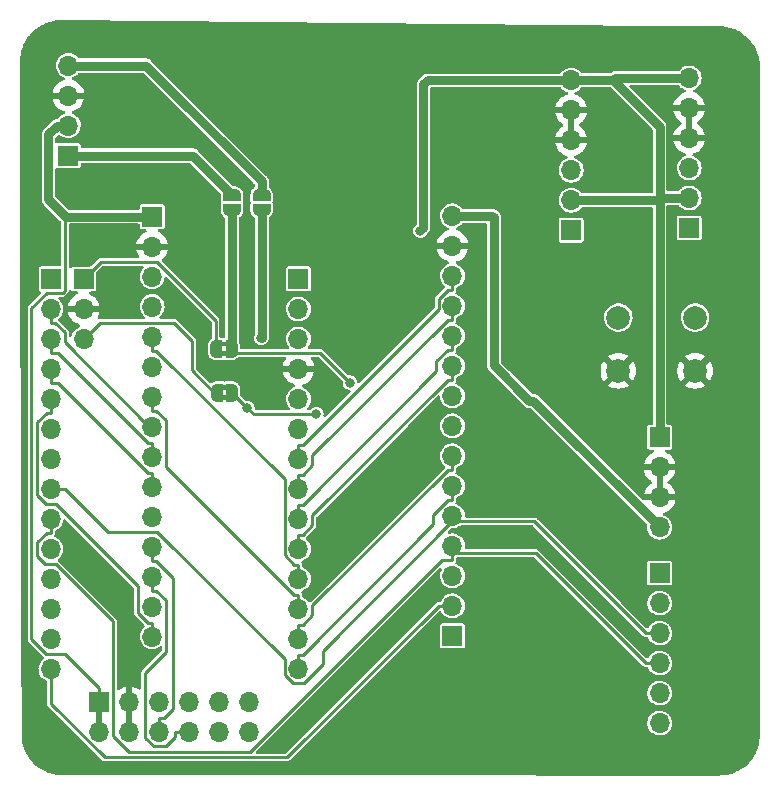
<source format=gbl>
G04 #@! TF.GenerationSoftware,KiCad,Pcbnew,(6.0.10)*
G04 #@! TF.CreationDate,2023-06-06T06:07:39+02:00*
G04 #@! TF.ProjectId,RECOLOCADOR_ESP32_DEV_KIT_V1_VERSIONFINAL,5245434f-4c4f-4434-9144-4f525f455350,FINAL*
G04 #@! TF.SameCoordinates,Original*
G04 #@! TF.FileFunction,Copper,L2,Bot*
G04 #@! TF.FilePolarity,Positive*
%FSLAX46Y46*%
G04 Gerber Fmt 4.6, Leading zero omitted, Abs format (unit mm)*
G04 Created by KiCad (PCBNEW (6.0.10)) date 2023-06-06 06:07:39*
%MOMM*%
%LPD*%
G01*
G04 APERTURE LIST*
G04 Aperture macros list*
%AMFreePoly0*
4,1,22,0.500000,-0.750000,0.000000,-0.750000,0.000000,-0.745033,-0.079941,-0.743568,-0.215256,-0.701293,-0.333266,-0.622738,-0.424486,-0.514219,-0.481581,-0.384460,-0.499963,-0.243891,-0.482194,-0.129773,-0.499963,0.006109,-0.482194,0.120227,-0.499963,0.256109,-0.478152,0.396186,-0.417904,0.524511,-0.324060,0.630769,-0.204165,0.706417,-0.067858,0.745374,0.000000,0.744959,0.000000,0.750000,
0.500000,0.750000,0.500000,-0.750000,0.500000,-0.750000,$1*%
%AMFreePoly1*
4,1,20,0.000000,0.744959,0.073905,0.744508,0.209726,0.703889,0.328688,0.626782,0.421226,0.519385,0.479903,0.390333,0.500000,0.250000,0.500000,-0.250000,0.499851,-0.262216,0.476331,-0.402017,0.414519,-0.529596,0.319384,-0.634700,0.198574,-0.708877,0.061801,-0.746166,0.000000,-0.745033,0.000000,-0.750000,-0.500000,-0.750000,-0.500000,0.750000,0.000000,0.750000,0.000000,0.744959,
0.000000,0.744959,$1*%
%AMFreePoly2*
4,1,22,0.500000,-0.750000,0.000000,-0.750000,0.000000,-0.745033,-0.079941,-0.743568,-0.215256,-0.701293,-0.333266,-0.622738,-0.424486,-0.514219,-0.481581,-0.384460,-0.499164,-0.250000,-0.500000,-0.250000,-0.500000,0.250000,-0.499164,0.250000,-0.499963,0.256109,-0.478152,0.396186,-0.417904,0.524511,-0.324060,0.630769,-0.204165,0.706417,-0.067858,0.745374,0.000000,0.744959,0.000000,0.750000,
0.500000,0.750000,0.500000,-0.750000,0.500000,-0.750000,$1*%
G04 Aperture macros list end*
G04 #@! TA.AperFunction,ComponentPad*
%ADD10R,1.700000X1.700000*%
G04 #@! TD*
G04 #@! TA.AperFunction,ComponentPad*
%ADD11O,1.700000X1.700000*%
G04 #@! TD*
G04 #@! TA.AperFunction,ComponentPad*
%ADD12C,2.000000*%
G04 #@! TD*
G04 #@! TA.AperFunction,SMDPad,CuDef*
%ADD13FreePoly0,0.000000*%
G04 #@! TD*
G04 #@! TA.AperFunction,SMDPad,CuDef*
%ADD14FreePoly1,0.000000*%
G04 #@! TD*
G04 #@! TA.AperFunction,SMDPad,CuDef*
%ADD15FreePoly2,90.000000*%
G04 #@! TD*
G04 #@! TA.AperFunction,SMDPad,CuDef*
%ADD16FreePoly1,90.000000*%
G04 #@! TD*
G04 #@! TA.AperFunction,SMDPad,CuDef*
%ADD17FreePoly2,0.000000*%
G04 #@! TD*
G04 #@! TA.AperFunction,ViaPad*
%ADD18C,0.800000*%
G04 #@! TD*
G04 #@! TA.AperFunction,Conductor*
%ADD19C,0.250000*%
G04 #@! TD*
G04 #@! TA.AperFunction,Conductor*
%ADD20C,0.800000*%
G04 #@! TD*
G04 #@! TA.AperFunction,Conductor*
%ADD21C,0.750000*%
G04 #@! TD*
G04 #@! TA.AperFunction,Conductor*
%ADD22C,0.720000*%
G04 #@! TD*
G04 #@! TA.AperFunction,Conductor*
%ADD23C,0.500000*%
G04 #@! TD*
G04 APERTURE END LIST*
G36*
X149900000Y-101699999D02*
G01*
X149400000Y-101699999D01*
X149400000Y-101299999D01*
X149900000Y-101299999D01*
X149900000Y-101699999D01*
G37*
G36*
X149900000Y-100899999D02*
G01*
X149400000Y-100899999D01*
X149400000Y-100499999D01*
X149900000Y-100499999D01*
X149900000Y-100899999D01*
G37*
G36*
X149850000Y-97200000D02*
G01*
X149350000Y-97200000D01*
X149350000Y-96800000D01*
X149850000Y-96800000D01*
X149850000Y-97200000D01*
G37*
G36*
X149850000Y-98000000D02*
G01*
X149350000Y-98000000D01*
X149350000Y-97600000D01*
X149850000Y-97600000D01*
X149850000Y-98000000D01*
G37*
D10*
X189000000Y-87160000D03*
D11*
X189000000Y-84620000D03*
X189000000Y-82080000D03*
X189000000Y-79540000D03*
X189000000Y-77000000D03*
X189000000Y-74460000D03*
D10*
X136430000Y-81030000D03*
D11*
X136430000Y-78490000D03*
X136430000Y-75950000D03*
X136430000Y-73410000D03*
D10*
X186500000Y-116380000D03*
D11*
X186500000Y-118920000D03*
X186500000Y-121460000D03*
X186500000Y-124000000D03*
X186500000Y-126540000D03*
X186500000Y-129080000D03*
D10*
X168950000Y-121700000D03*
D11*
X168950000Y-119160000D03*
X168950000Y-116620000D03*
X168950000Y-114080000D03*
X168950000Y-111540000D03*
X168950000Y-109000000D03*
X168950000Y-106460000D03*
X168950000Y-103920000D03*
X168950000Y-101380000D03*
X168950000Y-98840000D03*
X168950000Y-96300000D03*
X168950000Y-93760000D03*
X168950000Y-91220000D03*
X168950000Y-88680000D03*
X168950000Y-86140000D03*
D10*
X143525000Y-86210000D03*
D11*
X143525000Y-88750000D03*
X143525000Y-91290000D03*
X143525000Y-93830000D03*
X143525000Y-96370000D03*
X143525000Y-98910000D03*
X143525000Y-101450000D03*
X143525000Y-103990000D03*
X143525000Y-106530000D03*
X143525000Y-109070000D03*
X143525000Y-111610000D03*
X143525000Y-114150000D03*
X143525000Y-116690000D03*
X143525000Y-119230000D03*
X143525000Y-121770000D03*
D12*
X189500000Y-94750000D03*
X183000000Y-94750000D03*
X183000000Y-99250000D03*
X189500000Y-99250000D03*
D10*
X186500000Y-104880000D03*
D11*
X186500000Y-107420000D03*
X186500000Y-109960000D03*
X186500000Y-112500000D03*
D10*
X179000000Y-87350000D03*
D11*
X179000000Y-84810000D03*
X179000000Y-82270000D03*
X179000000Y-79730000D03*
X179000000Y-77190000D03*
X179000000Y-74650000D03*
D10*
X134960000Y-91475000D03*
D11*
X134960000Y-94015000D03*
X134960000Y-96555000D03*
X134960000Y-99095000D03*
X134960000Y-101635000D03*
X134960000Y-104175000D03*
X134960000Y-106715000D03*
X134960000Y-109255000D03*
X134960000Y-111795000D03*
X134960000Y-114335000D03*
X134960000Y-116875000D03*
X134960000Y-119415000D03*
X134960000Y-121955000D03*
X134960000Y-124495000D03*
D10*
X155915000Y-91475000D03*
D11*
X155915000Y-94015000D03*
X155915000Y-96555000D03*
X155915000Y-99095000D03*
X155915000Y-101635000D03*
X155915000Y-104175000D03*
X155915000Y-106715000D03*
X155915000Y-109255000D03*
X155915000Y-111795000D03*
X155915000Y-114335000D03*
X155915000Y-116875000D03*
X155915000Y-119415000D03*
X155915000Y-121955000D03*
X155915000Y-124495000D03*
D13*
X149000000Y-101099999D03*
D14*
X150300000Y-101099999D03*
D15*
X152800000Y-85650000D03*
D16*
X152800000Y-84350000D03*
D17*
X148950000Y-97400000D03*
D14*
X150250000Y-97400000D03*
D10*
X137720000Y-91480000D03*
D11*
X137720000Y-94020000D03*
X137720000Y-96560000D03*
D15*
X150300000Y-85650000D03*
D16*
X150300000Y-84350000D03*
D10*
X139050000Y-127325000D03*
D11*
X139050000Y-129865000D03*
X141590000Y-127325000D03*
X141590000Y-129865000D03*
X144130000Y-127325000D03*
X144130000Y-129865000D03*
X146670000Y-127325000D03*
X146670000Y-129865000D03*
X149210000Y-127325000D03*
X149210000Y-129865000D03*
X151750000Y-127325000D03*
X151750000Y-129865000D03*
D18*
X166235300Y-87410000D03*
X152750000Y-96500000D03*
X151600000Y-102400000D03*
X157437700Y-102937000D03*
X160250000Y-100250000D03*
D19*
X143525000Y-103990000D02*
X143272200Y-103990000D01*
X136135300Y-95998200D02*
X135327400Y-95190300D01*
X136135300Y-96853100D02*
X136135300Y-95998200D01*
X135327400Y-95190300D02*
X134960000Y-95190300D01*
X134960000Y-94015000D02*
X134960000Y-95190300D01*
X143272200Y-103990000D02*
X136135300Y-96853100D01*
X143525000Y-106530000D02*
X143525000Y-105354700D01*
X135533200Y-97730300D02*
X134960000Y-97730300D01*
X143525000Y-105354700D02*
X143157600Y-105354700D01*
X134960000Y-96555000D02*
X134960000Y-97730300D01*
X143157600Y-105354700D02*
X135533200Y-97730300D01*
X135533200Y-100270300D02*
X134960000Y-100270300D01*
X143157600Y-107894700D02*
X135533200Y-100270300D01*
X143525000Y-109070000D02*
X143525000Y-107894700D01*
X134960000Y-99095000D02*
X134960000Y-100270300D01*
X143525000Y-107894700D02*
X143157600Y-107894700D01*
X134566400Y-110525000D02*
X133784700Y-109743300D01*
X143525000Y-121770000D02*
X143525000Y-120594700D01*
X142349700Y-119786800D02*
X142349700Y-117520500D01*
X143525000Y-120594700D02*
X143157600Y-120594700D01*
X134960000Y-101635000D02*
X134960000Y-102810300D01*
X133784700Y-103618200D02*
X134592600Y-102810300D01*
X133784700Y-109743300D02*
X133784700Y-103618200D01*
X135354200Y-110525000D02*
X134566400Y-110525000D01*
X134592600Y-102810300D02*
X134960000Y-102810300D01*
X143157600Y-120594700D02*
X142349700Y-119786800D01*
X142349700Y-117520500D02*
X135354200Y-110525000D01*
X158004600Y-124079500D02*
X156405300Y-125678800D01*
X154739600Y-123700400D02*
X143919200Y-112880000D01*
X168950000Y-112008500D02*
X175873200Y-112008500D01*
X168950000Y-111540000D02*
X168950000Y-112008500D01*
X139760300Y-112880000D02*
X136135300Y-109255000D01*
X175873200Y-112008500D02*
X185324700Y-121460000D01*
X168950000Y-112008500D02*
X158004600Y-122953900D01*
X155417600Y-125678800D02*
X154739600Y-125000800D01*
X156405300Y-125678800D02*
X155417600Y-125678800D01*
X134960000Y-109255000D02*
X136135300Y-109255000D01*
X158004600Y-122953900D02*
X158004600Y-124079500D01*
X143919200Y-112880000D02*
X139760300Y-112880000D01*
X154739600Y-125000800D02*
X154739600Y-123700400D01*
X186500000Y-121460000D02*
X185324700Y-121460000D01*
X151780900Y-131548200D02*
X141568500Y-131548200D01*
X168073800Y-115255300D02*
X151780900Y-131548200D01*
X134592600Y-112970300D02*
X134960000Y-112970300D01*
X134960000Y-111795000D02*
X134960000Y-112970300D01*
X168950000Y-114667600D02*
X168950000Y-115255300D01*
X140225400Y-120478000D02*
X135352400Y-115605000D01*
X141568500Y-131548200D02*
X140225400Y-130205100D01*
X134491000Y-115605000D02*
X133784700Y-114898700D01*
X135352400Y-115605000D02*
X134491000Y-115605000D01*
X168950000Y-114667600D02*
X175992300Y-114667600D01*
X168950000Y-115255300D02*
X168073800Y-115255300D01*
X133784700Y-114898700D02*
X133784700Y-113778200D01*
X133784700Y-113778200D02*
X134592600Y-112970300D01*
X186500000Y-124000000D02*
X185324700Y-124000000D01*
X140225400Y-130205100D02*
X140225400Y-120478000D01*
X175992300Y-114667600D02*
X185324700Y-124000000D01*
X168950000Y-114080000D02*
X168950000Y-114667600D01*
X134960000Y-124495000D02*
X134960000Y-127465500D01*
X139493000Y-131998500D02*
X154936200Y-131998500D01*
X134960000Y-127465500D02*
X139493000Y-131998500D01*
X168950000Y-119160000D02*
X167774700Y-119160000D01*
X154936200Y-131998500D02*
X167774700Y-119160000D01*
D20*
X172340000Y-86140000D02*
X168950000Y-86140000D01*
D19*
X175800000Y-101800000D02*
X175460000Y-101800000D01*
D20*
X175460000Y-101800000D02*
X172450000Y-98790000D01*
X172450000Y-98790000D02*
X172450000Y-86250000D01*
X186500000Y-112500000D02*
X175800000Y-101800000D01*
D19*
X172450000Y-86250000D02*
X172340000Y-86140000D01*
X136135400Y-86135400D02*
X136210000Y-86210000D01*
X135949600Y-92650400D02*
X134600400Y-92650400D01*
D21*
X135510000Y-78490000D02*
X134750000Y-79250000D01*
X182732000Y-74460000D02*
X189000000Y-74460000D01*
D22*
X166850000Y-74650000D02*
X179000000Y-74650000D01*
D21*
X134750000Y-84750000D02*
X136135400Y-86135400D01*
D19*
X136135400Y-92464600D02*
X135949600Y-92650400D01*
D21*
X136430000Y-78490000D02*
X135510000Y-78490000D01*
X186500000Y-84740000D02*
X186500000Y-104880000D01*
X182542000Y-74650000D02*
X186500000Y-78608000D01*
D20*
X189000000Y-84620000D02*
X186620000Y-84620000D01*
D21*
X182542000Y-74650000D02*
X182732000Y-74460000D01*
D19*
X136125300Y-123225000D02*
X139050000Y-126149700D01*
X134567800Y-123225000D02*
X136125300Y-123225000D01*
D21*
X166500000Y-87145300D02*
X166500000Y-75000000D01*
D19*
X136135400Y-86135400D02*
X136135400Y-92464600D01*
D21*
X179000000Y-74650000D02*
X182542000Y-74650000D01*
D19*
X133308800Y-93942000D02*
X133308800Y-121966000D01*
D21*
X166500000Y-75000000D02*
X166850000Y-74650000D01*
D19*
X186430000Y-84810000D02*
X186500000Y-84740000D01*
X133308800Y-121966000D02*
X134567800Y-123225000D01*
D21*
X186500000Y-78608000D02*
X186500000Y-84740000D01*
D23*
X139050000Y-129865000D02*
X139050000Y-127325000D01*
D19*
X134600400Y-92650400D02*
X133308800Y-93942000D01*
D20*
X179000000Y-84810000D02*
X186430000Y-84810000D01*
D19*
X139050000Y-126149700D02*
X139050000Y-127325000D01*
D20*
X186620000Y-84620000D02*
X186500000Y-84740000D01*
D21*
X136210000Y-86210000D02*
X143525000Y-86210000D01*
X134750000Y-79250000D02*
X134750000Y-84750000D01*
D19*
X168950000Y-91220000D02*
X168950000Y-92395300D01*
X168950000Y-92395300D02*
X168582600Y-92395300D01*
X156282300Y-105539700D02*
X155915000Y-105539700D01*
X155915000Y-106715000D02*
X155915000Y-105539700D01*
X167774700Y-93203200D02*
X167774700Y-94047300D01*
X168582600Y-92395300D02*
X167774700Y-93203200D01*
X167774700Y-94047300D02*
X156282300Y-105539700D01*
X168582600Y-94935300D02*
X157090300Y-106427600D01*
X155915000Y-109255000D02*
X155915000Y-108079700D01*
X156282400Y-108079700D02*
X155915000Y-108079700D01*
X157090300Y-107271800D02*
X156282400Y-108079700D01*
X168950000Y-94935300D02*
X168582600Y-94935300D01*
X157090300Y-106427600D02*
X157090300Y-107271800D01*
X168950000Y-93760000D02*
X168950000Y-94935300D01*
X168582600Y-97475300D02*
X167588100Y-98469800D01*
X168950000Y-96300000D02*
X168950000Y-97475300D01*
X167588100Y-98469800D02*
X167588100Y-99314000D01*
X168950000Y-97475300D02*
X168582600Y-97475300D01*
X155915000Y-111795000D02*
X155915000Y-110619700D01*
X167588100Y-99314000D02*
X156282400Y-110619700D01*
X156282400Y-110619700D02*
X155915000Y-110619700D01*
X155915000Y-114335000D02*
X155915000Y-113159700D01*
X156282400Y-113159700D02*
X155915000Y-113159700D01*
X168582600Y-100015300D02*
X157090300Y-111507600D01*
X157090300Y-112351800D02*
X156282400Y-113159700D01*
X168950000Y-100015300D02*
X168582600Y-100015300D01*
X168950000Y-98840000D02*
X168950000Y-100015300D01*
X157090300Y-111507600D02*
X157090300Y-112351800D01*
X154739700Y-114891800D02*
X155547600Y-115699700D01*
X143525000Y-97545300D02*
X143892300Y-97545300D01*
X143892300Y-97545300D02*
X154739700Y-108392700D01*
X154739700Y-108392700D02*
X154739700Y-114891800D01*
X143525000Y-96370000D02*
X143525000Y-97545300D01*
X155915000Y-116875000D02*
X155915000Y-115699700D01*
X155547600Y-115699700D02*
X155915000Y-115699700D01*
X144700300Y-107392300D02*
X155547700Y-118239700D01*
X143892400Y-102625300D02*
X144700300Y-103433200D01*
X144700300Y-103433200D02*
X144700300Y-107392300D01*
X143525000Y-101450000D02*
X143525000Y-102625300D01*
X155547700Y-118239700D02*
X155915000Y-118239700D01*
X143525000Y-102625300D02*
X143892400Y-102625300D01*
X155915000Y-119415000D02*
X155915000Y-118239700D01*
X157090300Y-119127600D02*
X157090300Y-119971800D01*
X168950000Y-106460000D02*
X168950000Y-107635300D01*
X155915000Y-121955000D02*
X155915000Y-120779700D01*
X156282400Y-120779700D02*
X155915000Y-120779700D01*
X157090300Y-119971800D02*
X156282400Y-120779700D01*
X168950000Y-107635300D02*
X168582600Y-107635300D01*
X168582600Y-107635300D02*
X157090300Y-119127600D01*
X168950000Y-109000000D02*
X168950000Y-110175300D01*
X155915000Y-124495000D02*
X155915000Y-123319700D01*
X167324300Y-111433600D02*
X167324300Y-112263300D01*
X156267900Y-123319700D02*
X155915000Y-123319700D01*
X167324300Y-112263300D02*
X156267900Y-123319700D01*
X168582600Y-110175300D02*
X167324300Y-111433600D01*
X168950000Y-110175300D02*
X168582600Y-110175300D01*
X142910300Y-124870000D02*
X142910300Y-130314000D01*
X144677400Y-131047600D02*
X145494700Y-130230300D01*
X144716700Y-123063600D02*
X142910300Y-124870000D01*
X143525000Y-117865300D02*
X143892300Y-117865300D01*
X143525000Y-116690000D02*
X143525000Y-117865300D01*
X146670000Y-129865000D02*
X145494700Y-129865000D01*
X142910300Y-130314000D02*
X143643900Y-131047600D01*
X145494700Y-130230300D02*
X145494700Y-129865000D01*
X144716700Y-118689700D02*
X144716700Y-123063600D01*
X143892300Y-117865300D02*
X144716700Y-118689700D01*
X143643900Y-131047600D02*
X144677400Y-131047600D01*
X143525000Y-115325300D02*
X143834600Y-115325300D01*
X143525000Y-114150000D02*
X143525000Y-115325300D01*
X145305300Y-116796000D02*
X145305300Y-127881800D01*
X144130000Y-129865000D02*
X144130000Y-128689700D01*
X144497400Y-128689700D02*
X144130000Y-128689700D01*
X145305300Y-127881800D02*
X144497400Y-128689700D01*
X143834600Y-115325300D02*
X145305300Y-116796000D01*
D20*
X146980000Y-81030000D02*
X150300000Y-84350000D01*
D19*
X142830000Y-81030000D02*
X142850000Y-81050000D01*
D20*
X136430000Y-81030000D02*
X146980000Y-81030000D01*
X152800000Y-83200000D02*
X152800000Y-84350000D01*
X136430000Y-73410000D02*
X143010000Y-73410000D01*
X143010000Y-73410000D02*
X152800000Y-83200000D01*
X152800000Y-96450000D02*
X152750000Y-96500000D01*
D19*
X151600000Y-102400000D02*
X150300000Y-101100000D01*
X157437700Y-102937000D02*
X153111600Y-102937000D01*
X152137000Y-102937000D02*
X151600000Y-102400000D01*
D20*
X152800000Y-85650000D02*
X152800000Y-96450000D01*
D19*
X153111600Y-102937000D02*
X152137000Y-102937000D01*
D20*
X150300000Y-85650000D02*
X150300000Y-97350000D01*
D19*
X150250000Y-97400000D02*
X150580000Y-97730000D01*
X150300000Y-97350000D02*
X150250000Y-97400000D01*
X157730000Y-97730000D02*
X160250000Y-100250000D01*
X150580000Y-97730000D02*
X157730000Y-97730000D01*
X139180000Y-90020000D02*
X137750000Y-91450000D01*
X148900000Y-95003299D02*
X148900000Y-97400000D01*
X139180000Y-90020000D02*
X143916701Y-90020000D01*
X143916701Y-90020000D02*
X148900000Y-95003299D01*
X148799999Y-101099999D02*
X149000000Y-101099999D01*
X146900000Y-96725400D02*
X146900000Y-99200000D01*
X145364500Y-95189900D02*
X139090100Y-95189900D01*
X139090100Y-95189900D02*
X137750000Y-96530000D01*
X146900000Y-99200000D02*
X148799999Y-101099999D01*
X145364500Y-95189900D02*
X146900000Y-96725400D01*
G04 #@! TA.AperFunction,Conductor*
G36*
X185954349Y-70034566D02*
G01*
X191498399Y-70085985D01*
X191499854Y-70086017D01*
X191500016Y-70086082D01*
X191500151Y-70086024D01*
X191501645Y-70086057D01*
X191802124Y-70096593D01*
X191836746Y-70097921D01*
X191848743Y-70098958D01*
X192068663Y-70128634D01*
X192069810Y-70128795D01*
X192133216Y-70137991D01*
X192186516Y-70145722D01*
X192197549Y-70147828D01*
X192253513Y-70161121D01*
X192397361Y-70195289D01*
X192399356Y-70195781D01*
X192529494Y-70228973D01*
X192539456Y-70231956D01*
X192615898Y-70258335D01*
X192727206Y-70296745D01*
X192729815Y-70297680D01*
X192862086Y-70346776D01*
X192870920Y-70350442D01*
X193047958Y-70431930D01*
X193051335Y-70433545D01*
X193125200Y-70470241D01*
X193180806Y-70497867D01*
X193188460Y-70502006D01*
X193354842Y-70599593D01*
X193358738Y-70601974D01*
X193445057Y-70656910D01*
X193482286Y-70680604D01*
X193488819Y-70685056D01*
X193643818Y-70797957D01*
X193648088Y-70801210D01*
X193763438Y-70893060D01*
X193768816Y-70897596D01*
X193885469Y-71001699D01*
X193911504Y-71024934D01*
X193916056Y-71029203D01*
X194021231Y-71132864D01*
X194025567Y-71137354D01*
X194154980Y-71278204D01*
X194159618Y-71283546D01*
X194253065Y-71397474D01*
X194256404Y-71401728D01*
X194371563Y-71555106D01*
X194376109Y-71561574D01*
X194456488Y-71683919D01*
X194458932Y-71687790D01*
X194558923Y-71852746D01*
X194563190Y-71860369D01*
X194629394Y-71988916D01*
X194631016Y-71992186D01*
X194661676Y-72056332D01*
X194715078Y-72168061D01*
X194718874Y-72176844D01*
X194769887Y-72308407D01*
X194770908Y-72311135D01*
X194838358Y-72497778D01*
X194841482Y-72507682D01*
X194876577Y-72637409D01*
X194877103Y-72639420D01*
X194882445Y-72660543D01*
X194924824Y-72828116D01*
X194927431Y-72838425D01*
X194929695Y-72849418D01*
X194948336Y-72966013D01*
X194948484Y-72966970D01*
X194963726Y-73068769D01*
X194981350Y-73186484D01*
X194982563Y-73198486D01*
X194984386Y-73232953D01*
X194996699Y-73481280D01*
X194999207Y-73531870D01*
X194999284Y-73534990D01*
X194999280Y-73535000D01*
X194999285Y-73535012D01*
X194999362Y-73538111D01*
X194994895Y-106093394D01*
X194991611Y-130025750D01*
X194991574Y-130027871D01*
X194991529Y-130027984D01*
X194991570Y-130028080D01*
X194991534Y-130030147D01*
X194981380Y-130319815D01*
X194981364Y-130320245D01*
X194979637Y-130365135D01*
X194978598Y-130377134D01*
X194949543Y-130592470D01*
X194949416Y-130593376D01*
X194931783Y-130714960D01*
X194929679Y-130725984D01*
X194926431Y-130739658D01*
X194882944Y-130922741D01*
X194882447Y-130924760D01*
X194848474Y-131057972D01*
X194845490Y-131067936D01*
X194781516Y-131253326D01*
X194780548Y-131256029D01*
X194776300Y-131267475D01*
X194730611Y-131390572D01*
X194726943Y-131399410D01*
X194646284Y-131574653D01*
X194644668Y-131578031D01*
X194579447Y-131709312D01*
X194575302Y-131716977D01*
X194478592Y-131881867D01*
X194476244Y-131885708D01*
X194471808Y-131892678D01*
X194396625Y-132010811D01*
X194392174Y-132017344D01*
X194280260Y-132170990D01*
X194276984Y-132175290D01*
X194239139Y-132222818D01*
X194184072Y-132291975D01*
X194179512Y-132297383D01*
X194053264Y-132438851D01*
X194048994Y-132443403D01*
X193944095Y-132549835D01*
X193939605Y-132554170D01*
X193799991Y-132682448D01*
X193794671Y-132687069D01*
X193685053Y-132776982D01*
X193679322Y-132781683D01*
X193675075Y-132785017D01*
X193523074Y-132899143D01*
X193516623Y-132903677D01*
X193392678Y-132985108D01*
X193388820Y-132987544D01*
X193237209Y-133079447D01*
X193225396Y-133086608D01*
X193217771Y-133090875D01*
X193087472Y-133157981D01*
X193084119Y-133159646D01*
X192910059Y-133242842D01*
X192901274Y-133246638D01*
X192767475Y-133298519D01*
X192764748Y-133299540D01*
X192580328Y-133366188D01*
X192570420Y-133369312D01*
X192437719Y-133405214D01*
X192435772Y-133405724D01*
X192239645Y-133455324D01*
X192228666Y-133457585D01*
X192107330Y-133476983D01*
X192106329Y-133477138D01*
X191967625Y-133497906D01*
X191891572Y-133509293D01*
X191879570Y-133510506D01*
X191831753Y-133513035D01*
X191831339Y-133513056D01*
X191706080Y-133519267D01*
X191546624Y-133527174D01*
X191542667Y-133527271D01*
X191542611Y-133527248D01*
X191542548Y-133527274D01*
X191540332Y-133527329D01*
X160798232Y-133507568D01*
X135974215Y-133491612D01*
X135972132Y-133491575D01*
X135972016Y-133491529D01*
X135971918Y-133491571D01*
X135969882Y-133491535D01*
X135680185Y-133481380D01*
X135679755Y-133481364D01*
X135654244Y-133480383D01*
X135634862Y-133479637D01*
X135622866Y-133478598D01*
X135407530Y-133449543D01*
X135406624Y-133449416D01*
X135285031Y-133431781D01*
X135274016Y-133429679D01*
X135209912Y-133414453D01*
X135077259Y-133382944D01*
X135075240Y-133382447D01*
X134942028Y-133348474D01*
X134932064Y-133345490D01*
X134746674Y-133281516D01*
X134743971Y-133280548D01*
X134652608Y-133246638D01*
X134609428Y-133230611D01*
X134600590Y-133226943D01*
X134425347Y-133146284D01*
X134421969Y-133144668D01*
X134290688Y-133079447D01*
X134283023Y-133075302D01*
X134118134Y-132978592D01*
X134114280Y-132976236D01*
X133993127Y-132899131D01*
X133989181Y-132896619D01*
X133982664Y-132892179D01*
X133829007Y-132780258D01*
X133824707Y-132776982D01*
X133708025Y-132684072D01*
X133702617Y-132679512D01*
X133561149Y-132553264D01*
X133556597Y-132548994D01*
X133450165Y-132444095D01*
X133445830Y-132439605D01*
X133332798Y-132316585D01*
X133317552Y-132299991D01*
X133312931Y-132294671D01*
X133218311Y-132179314D01*
X133214977Y-132175067D01*
X133211916Y-132170990D01*
X133100857Y-132023074D01*
X133096323Y-132016623D01*
X133014892Y-131892678D01*
X133012448Y-131888808D01*
X133008209Y-131881814D01*
X132913389Y-131725391D01*
X132909125Y-131717771D01*
X132842019Y-131587472D01*
X132840354Y-131584119D01*
X132757158Y-131410059D01*
X132753362Y-131401274D01*
X132701481Y-131267475D01*
X132700460Y-131264748D01*
X132650799Y-131127331D01*
X132633812Y-131080328D01*
X132630686Y-131070414D01*
X132615475Y-131014188D01*
X132594786Y-130937719D01*
X132594264Y-130935724D01*
X132594083Y-130935007D01*
X132544676Y-130739645D01*
X132542413Y-130728657D01*
X132542276Y-130727798D01*
X132523017Y-130607330D01*
X132522862Y-130606329D01*
X132494597Y-130417555D01*
X132490707Y-130391572D01*
X132489494Y-130379571D01*
X132486958Y-130331629D01*
X132486937Y-130331213D01*
X132486394Y-130320245D01*
X132476415Y-130119000D01*
X132472820Y-130046506D01*
X132472721Y-130042686D01*
X132472752Y-130042611D01*
X132472716Y-130042525D01*
X132472665Y-130040551D01*
X132454440Y-121994807D01*
X132979536Y-121994807D01*
X132982390Y-122005456D01*
X132989291Y-122031210D01*
X132991670Y-122041942D01*
X132998212Y-122079045D01*
X133003723Y-122088590D01*
X133004915Y-122091866D01*
X133006392Y-122095034D01*
X133009246Y-122105684D01*
X133015570Y-122114715D01*
X133030855Y-122136544D01*
X133036761Y-122145815D01*
X133044135Y-122158586D01*
X133055606Y-122178455D01*
X133068010Y-122188863D01*
X133084482Y-122202685D01*
X133092585Y-122210111D01*
X134323689Y-123441215D01*
X134331116Y-123449319D01*
X134350286Y-123472165D01*
X134378750Y-123537206D01*
X134367533Y-123607310D01*
X134332716Y-123651352D01*
X134221447Y-123740815D01*
X134089024Y-123898630D01*
X134086056Y-123904028D01*
X134086053Y-123904033D01*
X133997407Y-124065282D01*
X133989776Y-124079162D01*
X133927484Y-124275532D01*
X133926798Y-124281649D01*
X133926797Y-124281653D01*
X133916463Y-124373783D01*
X133904520Y-124480262D01*
X133905036Y-124486406D01*
X133917373Y-124633317D01*
X133921759Y-124685553D01*
X133923458Y-124691478D01*
X133955950Y-124804790D01*
X133978544Y-124883586D01*
X133981359Y-124889063D01*
X133981360Y-124889066D01*
X134057845Y-125037890D01*
X134072712Y-125066818D01*
X134200677Y-125228270D01*
X134205370Y-125232264D01*
X134205371Y-125232265D01*
X134215654Y-125241016D01*
X134357564Y-125361791D01*
X134537398Y-125462297D01*
X134543255Y-125464200D01*
X134547441Y-125465560D01*
X134606045Y-125505636D01*
X134633679Y-125571034D01*
X134634500Y-125585392D01*
X134634500Y-127445790D01*
X134634020Y-127456772D01*
X134630736Y-127494307D01*
X134637988Y-127521370D01*
X134640491Y-127530710D01*
X134642870Y-127541442D01*
X134649412Y-127578545D01*
X134654923Y-127588090D01*
X134656115Y-127591366D01*
X134657592Y-127594534D01*
X134660446Y-127605184D01*
X134666770Y-127614215D01*
X134682055Y-127636044D01*
X134687961Y-127645315D01*
X134701293Y-127668406D01*
X134706806Y-127677955D01*
X134715251Y-127685041D01*
X134735682Y-127702185D01*
X134743785Y-127709611D01*
X139248889Y-132214715D01*
X139256315Y-132222818D01*
X139280545Y-132251694D01*
X139290094Y-132257207D01*
X139313185Y-132270539D01*
X139322456Y-132276445D01*
X139353316Y-132298054D01*
X139363966Y-132300908D01*
X139367134Y-132302385D01*
X139370410Y-132303577D01*
X139379955Y-132309088D01*
X139413699Y-132315038D01*
X139417058Y-132315630D01*
X139427785Y-132318008D01*
X139464193Y-132327764D01*
X139475178Y-132326803D01*
X139475180Y-132326803D01*
X139501728Y-132324480D01*
X139512710Y-132324000D01*
X154916490Y-132324000D01*
X154927472Y-132324480D01*
X154954020Y-132326803D01*
X154954022Y-132326803D01*
X154965007Y-132327764D01*
X155001415Y-132318008D01*
X155012142Y-132315630D01*
X155015501Y-132315038D01*
X155049245Y-132309088D01*
X155058790Y-132303577D01*
X155062066Y-132302385D01*
X155065234Y-132300908D01*
X155075884Y-132298054D01*
X155106744Y-132276445D01*
X155116015Y-132270539D01*
X155139106Y-132257207D01*
X155148655Y-132251694D01*
X155172885Y-132222817D01*
X155180311Y-132214715D01*
X158329764Y-129065262D01*
X185444520Y-129065262D01*
X185445036Y-129071406D01*
X185461201Y-129263903D01*
X185461759Y-129270553D01*
X185463458Y-129276478D01*
X185515311Y-129457310D01*
X185518544Y-129468586D01*
X185521359Y-129474063D01*
X185521360Y-129474066D01*
X185603533Y-129633958D01*
X185612712Y-129651818D01*
X185740677Y-129813270D01*
X185745370Y-129817264D01*
X185745371Y-129817265D01*
X185836092Y-129894474D01*
X185897564Y-129946791D01*
X186077398Y-130047297D01*
X186148114Y-130070274D01*
X186267471Y-130109056D01*
X186267475Y-130109057D01*
X186273329Y-130110959D01*
X186477894Y-130135351D01*
X186484029Y-130134879D01*
X186484031Y-130134879D01*
X186540039Y-130130569D01*
X186683300Y-130119546D01*
X186689230Y-130117890D01*
X186689232Y-130117890D01*
X186875797Y-130065800D01*
X186875796Y-130065800D01*
X186881725Y-130064145D01*
X186887214Y-130061372D01*
X186887220Y-130061370D01*
X187060116Y-129974033D01*
X187065610Y-129971258D01*
X187227951Y-129844424D01*
X187243959Y-129825879D01*
X187358540Y-129693134D01*
X187358540Y-129693133D01*
X187362564Y-129688472D01*
X187375272Y-129666103D01*
X187441573Y-129549391D01*
X187464323Y-129509344D01*
X187529351Y-129313863D01*
X187555171Y-129109474D01*
X187555583Y-129080000D01*
X187535480Y-128874970D01*
X187475935Y-128677749D01*
X187379218Y-128495849D01*
X187284425Y-128379622D01*
X187252906Y-128340975D01*
X187252903Y-128340972D01*
X187249011Y-128336200D01*
X187216421Y-128309239D01*
X187095025Y-128208811D01*
X187095021Y-128208809D01*
X187090275Y-128204882D01*
X186909055Y-128106897D01*
X186712254Y-128045977D01*
X186706129Y-128045333D01*
X186706128Y-128045333D01*
X186513498Y-128025087D01*
X186513496Y-128025087D01*
X186507369Y-128024443D01*
X186420529Y-128032346D01*
X186308342Y-128042555D01*
X186308339Y-128042556D01*
X186302203Y-128043114D01*
X186104572Y-128101280D01*
X185922002Y-128196726D01*
X185917201Y-128200586D01*
X185917198Y-128200588D01*
X185838893Y-128263547D01*
X185761447Y-128325815D01*
X185629024Y-128483630D01*
X185626056Y-128489028D01*
X185626053Y-128489033D01*
X185534033Y-128656419D01*
X185529776Y-128664162D01*
X185527913Y-128670035D01*
X185474390Y-128838763D01*
X185467484Y-128860532D01*
X185466798Y-128866649D01*
X185466797Y-128866653D01*
X185452535Y-128993808D01*
X185444520Y-129065262D01*
X158329764Y-129065262D01*
X160869764Y-126525262D01*
X185444520Y-126525262D01*
X185445036Y-126531406D01*
X185461201Y-126723903D01*
X185461759Y-126730553D01*
X185463458Y-126736478D01*
X185515311Y-126917310D01*
X185518544Y-126928586D01*
X185521359Y-126934063D01*
X185521360Y-126934066D01*
X185542247Y-126974707D01*
X185612712Y-127111818D01*
X185740677Y-127273270D01*
X185745370Y-127277264D01*
X185745371Y-127277265D01*
X185836092Y-127354474D01*
X185897564Y-127406791D01*
X186077398Y-127507297D01*
X186172238Y-127538113D01*
X186267471Y-127569056D01*
X186267475Y-127569057D01*
X186273329Y-127570959D01*
X186477894Y-127595351D01*
X186484029Y-127594879D01*
X186484031Y-127594879D01*
X186540039Y-127590569D01*
X186683300Y-127579546D01*
X186689230Y-127577890D01*
X186689232Y-127577890D01*
X186839175Y-127536025D01*
X186881725Y-127524145D01*
X186887214Y-127521372D01*
X186887220Y-127521370D01*
X187025961Y-127451286D01*
X187065610Y-127431258D01*
X187227951Y-127304424D01*
X187362564Y-127148472D01*
X187375272Y-127126103D01*
X187461276Y-126974707D01*
X187464323Y-126969344D01*
X187529351Y-126773863D01*
X187555171Y-126569474D01*
X187555583Y-126540000D01*
X187535480Y-126334970D01*
X187475935Y-126137749D01*
X187379218Y-125955849D01*
X187305859Y-125865902D01*
X187252906Y-125800975D01*
X187252903Y-125800972D01*
X187249011Y-125796200D01*
X187231786Y-125781950D01*
X187095025Y-125668811D01*
X187095021Y-125668809D01*
X187090275Y-125664882D01*
X186909055Y-125566897D01*
X186712254Y-125505977D01*
X186706129Y-125505333D01*
X186706128Y-125505333D01*
X186513498Y-125485087D01*
X186513496Y-125485087D01*
X186507369Y-125484443D01*
X186420529Y-125492346D01*
X186308342Y-125502555D01*
X186308339Y-125502556D01*
X186302203Y-125503114D01*
X186104572Y-125561280D01*
X185922002Y-125656726D01*
X185917201Y-125660586D01*
X185917198Y-125660588D01*
X185906971Y-125668811D01*
X185761447Y-125785815D01*
X185629024Y-125943630D01*
X185626056Y-125949028D01*
X185626053Y-125949033D01*
X185569278Y-126052307D01*
X185529776Y-126124162D01*
X185467484Y-126320532D01*
X185466798Y-126326649D01*
X185466797Y-126326653D01*
X185454871Y-126432976D01*
X185444520Y-126525262D01*
X160869764Y-126525262D01*
X164825278Y-122569748D01*
X167899500Y-122569748D01*
X167900707Y-122575816D01*
X167902626Y-122585461D01*
X167911133Y-122628231D01*
X167955448Y-122694552D01*
X168021769Y-122738867D01*
X168033938Y-122741288D01*
X168033939Y-122741288D01*
X168074184Y-122749293D01*
X168080252Y-122750500D01*
X169819748Y-122750500D01*
X169825816Y-122749293D01*
X169866061Y-122741288D01*
X169866062Y-122741288D01*
X169878231Y-122738867D01*
X169944552Y-122694552D01*
X169988867Y-122628231D01*
X169997375Y-122585461D01*
X169999293Y-122575816D01*
X170000500Y-122569748D01*
X170000500Y-120830252D01*
X169988867Y-120771769D01*
X169944552Y-120705448D01*
X169878231Y-120661133D01*
X169866062Y-120658712D01*
X169866061Y-120658712D01*
X169825816Y-120650707D01*
X169819748Y-120649500D01*
X168080252Y-120649500D01*
X168074184Y-120650707D01*
X168033939Y-120658712D01*
X168033938Y-120658712D01*
X168021769Y-120661133D01*
X167955448Y-120705448D01*
X167911133Y-120771769D01*
X167899500Y-120830252D01*
X167899500Y-122569748D01*
X164825278Y-122569748D01*
X167804913Y-119590113D01*
X167867225Y-119556087D01*
X167938040Y-119561152D01*
X167994876Y-119603699D01*
X168006075Y-119621614D01*
X168023087Y-119654715D01*
X168062712Y-119731818D01*
X168190677Y-119893270D01*
X168195370Y-119897264D01*
X168195371Y-119897265D01*
X168337369Y-120018114D01*
X168347564Y-120026791D01*
X168352942Y-120029797D01*
X168352944Y-120029798D01*
X168358568Y-120032941D01*
X168527398Y-120127297D01*
X168622238Y-120158113D01*
X168717471Y-120189056D01*
X168717475Y-120189057D01*
X168723329Y-120190959D01*
X168927894Y-120215351D01*
X168934029Y-120214879D01*
X168934031Y-120214879D01*
X168990039Y-120210569D01*
X169133300Y-120199546D01*
X169139230Y-120197890D01*
X169139232Y-120197890D01*
X169304970Y-120151615D01*
X169331725Y-120144145D01*
X169337214Y-120141372D01*
X169337220Y-120141370D01*
X169510116Y-120054033D01*
X169515610Y-120051258D01*
X169527052Y-120042319D01*
X169628487Y-119963069D01*
X169677951Y-119924424D01*
X169695456Y-119904145D01*
X169808540Y-119773134D01*
X169808540Y-119773133D01*
X169812564Y-119768472D01*
X169833387Y-119731818D01*
X169851056Y-119700714D01*
X169914323Y-119589344D01*
X169979351Y-119393863D01*
X170005171Y-119189474D01*
X170005583Y-119160000D01*
X169985480Y-118954970D01*
X169925935Y-118757749D01*
X169829218Y-118575849D01*
X169718483Y-118440075D01*
X169702906Y-118420975D01*
X169702903Y-118420972D01*
X169699011Y-118416200D01*
X169673425Y-118395033D01*
X169545025Y-118288811D01*
X169545021Y-118288809D01*
X169540275Y-118284882D01*
X169375848Y-118195977D01*
X169364474Y-118189827D01*
X169359055Y-118186897D01*
X169162254Y-118125977D01*
X169156129Y-118125333D01*
X169156128Y-118125333D01*
X168963498Y-118105087D01*
X168963496Y-118105087D01*
X168957369Y-118104443D01*
X168870529Y-118112346D01*
X168758342Y-118122555D01*
X168758339Y-118122556D01*
X168752203Y-118123114D01*
X168554572Y-118181280D01*
X168372002Y-118276726D01*
X168367201Y-118280586D01*
X168367198Y-118280588D01*
X168269122Y-118359443D01*
X168211447Y-118405815D01*
X168079024Y-118563630D01*
X168076056Y-118569028D01*
X168076053Y-118569033D01*
X168027723Y-118656946D01*
X167979776Y-118744162D01*
X167977914Y-118750031D01*
X167975485Y-118755699D01*
X167973458Y-118754830D01*
X167939342Y-118805481D01*
X167874140Y-118833575D01*
X167858901Y-118834500D01*
X167794410Y-118834500D01*
X167783428Y-118834020D01*
X167756880Y-118831697D01*
X167756878Y-118831697D01*
X167745893Y-118830736D01*
X167709485Y-118840492D01*
X167698758Y-118842870D01*
X167695399Y-118843462D01*
X167661655Y-118849412D01*
X167652110Y-118854923D01*
X167648834Y-118856115D01*
X167645666Y-118857592D01*
X167635016Y-118860446D01*
X167625985Y-118866770D01*
X167604156Y-118882055D01*
X167594885Y-118887961D01*
X167575528Y-118899137D01*
X167562245Y-118906806D01*
X167538015Y-118935682D01*
X167530589Y-118943785D01*
X154838279Y-131636095D01*
X154775967Y-131670121D01*
X154749184Y-131673000D01*
X152420616Y-131673000D01*
X152352495Y-131652998D01*
X152306002Y-131599342D01*
X152295898Y-131529068D01*
X152325392Y-131464488D01*
X152331521Y-131457905D01*
X167835463Y-115953963D01*
X167897775Y-115919937D01*
X167968590Y-115925002D01*
X168025426Y-115967549D01*
X168050237Y-116034069D01*
X168034973Y-116103759D01*
X167979776Y-116204162D01*
X167917484Y-116400532D01*
X167916798Y-116406649D01*
X167916797Y-116406653D01*
X167908722Y-116478649D01*
X167894520Y-116605262D01*
X167895036Y-116611406D01*
X167909041Y-116778180D01*
X167911759Y-116810553D01*
X167913458Y-116816478D01*
X167965308Y-116997300D01*
X167968544Y-117008586D01*
X167971359Y-117014063D01*
X167971360Y-117014066D01*
X168059897Y-117186341D01*
X168062712Y-117191818D01*
X168190677Y-117353270D01*
X168195370Y-117357264D01*
X168195371Y-117357265D01*
X168337369Y-117478114D01*
X168347564Y-117486791D01*
X168352942Y-117489797D01*
X168352944Y-117489798D01*
X168384563Y-117507469D01*
X168527398Y-117587297D01*
X168622238Y-117618113D01*
X168717471Y-117649056D01*
X168717475Y-117649057D01*
X168723329Y-117650959D01*
X168927894Y-117675351D01*
X168934029Y-117674879D01*
X168934031Y-117674879D01*
X168990039Y-117670569D01*
X169133300Y-117659546D01*
X169139230Y-117657890D01*
X169139232Y-117657890D01*
X169302642Y-117612265D01*
X169331725Y-117604145D01*
X169337214Y-117601372D01*
X169337220Y-117601370D01*
X169510116Y-117514033D01*
X169515610Y-117511258D01*
X169537394Y-117494239D01*
X169642688Y-117411974D01*
X169677951Y-117384424D01*
X169686473Y-117374552D01*
X169808540Y-117233134D01*
X169808540Y-117233133D01*
X169812564Y-117228472D01*
X169833387Y-117191818D01*
X169883983Y-117102752D01*
X169914323Y-117049344D01*
X169979351Y-116853863D01*
X170005171Y-116649474D01*
X170005583Y-116620000D01*
X169985480Y-116414970D01*
X169925935Y-116217749D01*
X169829218Y-116035849D01*
X169719969Y-115901897D01*
X169702906Y-115880975D01*
X169702903Y-115880972D01*
X169699011Y-115876200D01*
X169673425Y-115855033D01*
X169545025Y-115748811D01*
X169545021Y-115748809D01*
X169540275Y-115744882D01*
X169403091Y-115670707D01*
X169364474Y-115649827D01*
X169359055Y-115646897D01*
X169291968Y-115626130D01*
X169232808Y-115586879D01*
X169204261Y-115521874D01*
X169215390Y-115451755D01*
X169223803Y-115438645D01*
X169223643Y-115438552D01*
X169229157Y-115429002D01*
X169236240Y-115420561D01*
X169240008Y-115410208D01*
X169240011Y-115410203D01*
X169242363Y-115403740D01*
X169251644Y-115383836D01*
X169252304Y-115382694D01*
X169260588Y-115368345D01*
X169262502Y-115357491D01*
X169262504Y-115357485D01*
X169263696Y-115350724D01*
X169269378Y-115329516D01*
X169271730Y-115323052D01*
X169275500Y-115312694D01*
X169275500Y-115170062D01*
X169295502Y-115101941D01*
X169344690Y-115057596D01*
X169445578Y-115006634D01*
X169502388Y-114993100D01*
X175805284Y-114993100D01*
X175873405Y-115013102D01*
X175894379Y-115030005D01*
X185080589Y-124216215D01*
X185088016Y-124224319D01*
X185112245Y-124253194D01*
X185121794Y-124258707D01*
X185144885Y-124272039D01*
X185154156Y-124277945D01*
X185185016Y-124299554D01*
X185195666Y-124302408D01*
X185198834Y-124303885D01*
X185202110Y-124305077D01*
X185211655Y-124310588D01*
X185245399Y-124316538D01*
X185248758Y-124317130D01*
X185259485Y-124319508D01*
X185295893Y-124329264D01*
X185306869Y-124328304D01*
X185306872Y-124328304D01*
X185333443Y-124325979D01*
X185344424Y-124325500D01*
X185409211Y-124325500D01*
X185477332Y-124345502D01*
X185521278Y-124393906D01*
X185588381Y-124524474D01*
X185612712Y-124571818D01*
X185740677Y-124733270D01*
X185897564Y-124866791D01*
X185902942Y-124869797D01*
X185902944Y-124869798D01*
X185941342Y-124891258D01*
X186077398Y-124967297D01*
X186172238Y-124998113D01*
X186267471Y-125029056D01*
X186267475Y-125029057D01*
X186273329Y-125030959D01*
X186477894Y-125055351D01*
X186484029Y-125054879D01*
X186484031Y-125054879D01*
X186540039Y-125050569D01*
X186683300Y-125039546D01*
X186689230Y-125037890D01*
X186689232Y-125037890D01*
X186813104Y-125003304D01*
X186881725Y-124984145D01*
X186887214Y-124981372D01*
X186887220Y-124981370D01*
X187060116Y-124894033D01*
X187065610Y-124891258D01*
X187227951Y-124764424D01*
X187265188Y-124721285D01*
X187358540Y-124613134D01*
X187358540Y-124613133D01*
X187362564Y-124608472D01*
X187383387Y-124571818D01*
X187431907Y-124486406D01*
X187464323Y-124429344D01*
X187529351Y-124233863D01*
X187555171Y-124029474D01*
X187555583Y-124000000D01*
X187535480Y-123794970D01*
X187475935Y-123597749D01*
X187379218Y-123415849D01*
X187287840Y-123303809D01*
X187252906Y-123260975D01*
X187252903Y-123260972D01*
X187249011Y-123256200D01*
X187244262Y-123252271D01*
X187095025Y-123128811D01*
X187095021Y-123128809D01*
X187090275Y-123124882D01*
X186909055Y-123026897D01*
X186712254Y-122965977D01*
X186706129Y-122965333D01*
X186706128Y-122965333D01*
X186513498Y-122945087D01*
X186513496Y-122945087D01*
X186507369Y-122944443D01*
X186420529Y-122952346D01*
X186308342Y-122962555D01*
X186308339Y-122962556D01*
X186302203Y-122963114D01*
X186104572Y-123021280D01*
X185922002Y-123116726D01*
X185917201Y-123120586D01*
X185917198Y-123120588D01*
X185766254Y-123241950D01*
X185761447Y-123245815D01*
X185629024Y-123403630D01*
X185626054Y-123409033D01*
X185626053Y-123409034D01*
X185553655Y-123540725D01*
X185503309Y-123590784D01*
X185433892Y-123605677D01*
X185367443Y-123580676D01*
X185354145Y-123569119D01*
X176236411Y-114451385D01*
X176228984Y-114443281D01*
X176211841Y-114422851D01*
X176211842Y-114422851D01*
X176204755Y-114414406D01*
X176195206Y-114408893D01*
X176172115Y-114395561D01*
X176162844Y-114389655D01*
X176141015Y-114374370D01*
X176131984Y-114368046D01*
X176121334Y-114365192D01*
X176118166Y-114363715D01*
X176114890Y-114362523D01*
X176105345Y-114357012D01*
X176071601Y-114351062D01*
X176068242Y-114350470D01*
X176057515Y-114348092D01*
X176021107Y-114338336D01*
X176010122Y-114339297D01*
X176010120Y-114339297D01*
X175983572Y-114341620D01*
X175972590Y-114342100D01*
X170118702Y-114342100D01*
X170050581Y-114322098D01*
X170004088Y-114268442D01*
X169993696Y-114200308D01*
X169997276Y-114171972D01*
X170005171Y-114109474D01*
X170005583Y-114080000D01*
X169985480Y-113874970D01*
X169925935Y-113677749D01*
X169829218Y-113495849D01*
X169726413Y-113369798D01*
X169702906Y-113340975D01*
X169702903Y-113340972D01*
X169699011Y-113336200D01*
X169671672Y-113313583D01*
X169545025Y-113208811D01*
X169545021Y-113208809D01*
X169540275Y-113204882D01*
X169359055Y-113106897D01*
X169162254Y-113045977D01*
X169156129Y-113045333D01*
X169156128Y-113045333D01*
X168963498Y-113025087D01*
X168963496Y-113025087D01*
X168957369Y-113024443D01*
X168870529Y-113032346D01*
X168758342Y-113042555D01*
X168758339Y-113042556D01*
X168752203Y-113043114D01*
X168740172Y-113046655D01*
X168692896Y-113060569D01*
X168621899Y-113060614D01*
X168562149Y-113022268D01*
X168532615Y-112957706D01*
X168542674Y-112887425D01*
X168568226Y-112850600D01*
X168791336Y-112627490D01*
X168853648Y-112593464D01*
X168895347Y-112591471D01*
X168921778Y-112594622D01*
X168921780Y-112594622D01*
X168927894Y-112595351D01*
X168934029Y-112594879D01*
X168934031Y-112594879D01*
X168990039Y-112590569D01*
X169133300Y-112579546D01*
X169139230Y-112577890D01*
X169139232Y-112577890D01*
X169263104Y-112543304D01*
X169331725Y-112524145D01*
X169337214Y-112521372D01*
X169337220Y-112521370D01*
X169510110Y-112434036D01*
X169515610Y-112431258D01*
X169527052Y-112422319D01*
X169569779Y-112388937D01*
X169605907Y-112360711D01*
X169671900Y-112334533D01*
X169683479Y-112334000D01*
X175686184Y-112334000D01*
X175754305Y-112354002D01*
X175775279Y-112370905D01*
X180447864Y-117043491D01*
X185080595Y-121676222D01*
X185088022Y-121684326D01*
X185112245Y-121713194D01*
X185144884Y-121732038D01*
X185154152Y-121737942D01*
X185185016Y-121759553D01*
X185195662Y-121762406D01*
X185198830Y-121763883D01*
X185202107Y-121765076D01*
X185211655Y-121770588D01*
X185241208Y-121775799D01*
X185248769Y-121777132D01*
X185259503Y-121779512D01*
X185295893Y-121789263D01*
X185306869Y-121788303D01*
X185306872Y-121788303D01*
X185333431Y-121785979D01*
X185344412Y-121785500D01*
X185409211Y-121785500D01*
X185477332Y-121805502D01*
X185521278Y-121853906D01*
X185588381Y-121984474D01*
X185612712Y-122031818D01*
X185740677Y-122193270D01*
X185745370Y-122197264D01*
X185745371Y-122197265D01*
X185755889Y-122206216D01*
X185897564Y-122326791D01*
X185902942Y-122329797D01*
X185902944Y-122329798D01*
X185927615Y-122343586D01*
X186077398Y-122427297D01*
X186172238Y-122458113D01*
X186267471Y-122489056D01*
X186267475Y-122489057D01*
X186273329Y-122490959D01*
X186477894Y-122515351D01*
X186484029Y-122514879D01*
X186484031Y-122514879D01*
X186540039Y-122510569D01*
X186683300Y-122499546D01*
X186689230Y-122497890D01*
X186689232Y-122497890D01*
X186875797Y-122445800D01*
X186875796Y-122445800D01*
X186881725Y-122444145D01*
X186887214Y-122441372D01*
X186887220Y-122441370D01*
X187060116Y-122354033D01*
X187065610Y-122351258D01*
X187227951Y-122224424D01*
X187246716Y-122202685D01*
X187358540Y-122073134D01*
X187358540Y-122073133D01*
X187362564Y-122068472D01*
X187380713Y-122036525D01*
X187420505Y-121966478D01*
X187464323Y-121889344D01*
X187529351Y-121693863D01*
X187555171Y-121489474D01*
X187555583Y-121460000D01*
X187535480Y-121254970D01*
X187475935Y-121057749D01*
X187379218Y-120875849D01*
X187276605Y-120750033D01*
X187252906Y-120720975D01*
X187252903Y-120720972D01*
X187249011Y-120716200D01*
X187244262Y-120712271D01*
X187095025Y-120588811D01*
X187095021Y-120588809D01*
X187090275Y-120584882D01*
X186909055Y-120486897D01*
X186712254Y-120425977D01*
X186706129Y-120425333D01*
X186706128Y-120425333D01*
X186513498Y-120405087D01*
X186513496Y-120405087D01*
X186507369Y-120404443D01*
X186430373Y-120411450D01*
X186308342Y-120422555D01*
X186308339Y-120422556D01*
X186302203Y-120423114D01*
X186104572Y-120481280D01*
X186099107Y-120484137D01*
X186045721Y-120512047D01*
X185922002Y-120576726D01*
X185917201Y-120580586D01*
X185917198Y-120580588D01*
X185770474Y-120698557D01*
X185761447Y-120705815D01*
X185629024Y-120863630D01*
X185564007Y-120981897D01*
X185553656Y-121000725D01*
X185503311Y-121050783D01*
X185433894Y-121065677D01*
X185367445Y-121040676D01*
X185354146Y-121029119D01*
X183230289Y-118905262D01*
X185444520Y-118905262D01*
X185447428Y-118939890D01*
X185454042Y-119018649D01*
X185461759Y-119110553D01*
X185463458Y-119116478D01*
X185500740Y-119246495D01*
X185518544Y-119308586D01*
X185521359Y-119314063D01*
X185521360Y-119314066D01*
X185590181Y-119447978D01*
X185612712Y-119491818D01*
X185740677Y-119653270D01*
X185745370Y-119657264D01*
X185745371Y-119657265D01*
X185869744Y-119763114D01*
X185897564Y-119786791D01*
X186077398Y-119887297D01*
X186154771Y-119912437D01*
X186267471Y-119949056D01*
X186267475Y-119949057D01*
X186273329Y-119950959D01*
X186477894Y-119975351D01*
X186484029Y-119974879D01*
X186484031Y-119974879D01*
X186540039Y-119970569D01*
X186683300Y-119959546D01*
X186689230Y-119957890D01*
X186689232Y-119957890D01*
X186875797Y-119905800D01*
X186875796Y-119905800D01*
X186881725Y-119904145D01*
X186887214Y-119901372D01*
X186887220Y-119901370D01*
X187060116Y-119814033D01*
X187065610Y-119811258D01*
X187074107Y-119804620D01*
X187146781Y-119747841D01*
X187227951Y-119684424D01*
X187297631Y-119603699D01*
X187358540Y-119533134D01*
X187358540Y-119533133D01*
X187362564Y-119528472D01*
X187383387Y-119491818D01*
X187431907Y-119406406D01*
X187464323Y-119349344D01*
X187529351Y-119153863D01*
X187555171Y-118949474D01*
X187555583Y-118920000D01*
X187535480Y-118714970D01*
X187475935Y-118517749D01*
X187379218Y-118335849D01*
X187297912Y-118236158D01*
X187252906Y-118180975D01*
X187252903Y-118180972D01*
X187249011Y-118176200D01*
X187244262Y-118172271D01*
X187095025Y-118048811D01*
X187095021Y-118048809D01*
X187090275Y-118044882D01*
X186909055Y-117946897D01*
X186712254Y-117885977D01*
X186706129Y-117885333D01*
X186706128Y-117885333D01*
X186513498Y-117865087D01*
X186513496Y-117865087D01*
X186507369Y-117864443D01*
X186420529Y-117872346D01*
X186308342Y-117882555D01*
X186308339Y-117882556D01*
X186302203Y-117883114D01*
X186104572Y-117941280D01*
X185922002Y-118036726D01*
X185917201Y-118040586D01*
X185917198Y-118040588D01*
X185774735Y-118155131D01*
X185761447Y-118165815D01*
X185629024Y-118323630D01*
X185626056Y-118329028D01*
X185626053Y-118329033D01*
X185559835Y-118449484D01*
X185529776Y-118504162D01*
X185467484Y-118700532D01*
X185466798Y-118706649D01*
X185466797Y-118706653D01*
X185447123Y-118882055D01*
X185444520Y-118905262D01*
X183230289Y-118905262D01*
X181574775Y-117249748D01*
X185449500Y-117249748D01*
X185461133Y-117308231D01*
X185505448Y-117374552D01*
X185571769Y-117418867D01*
X185583938Y-117421288D01*
X185583939Y-117421288D01*
X185624184Y-117429293D01*
X185630252Y-117430500D01*
X187369748Y-117430500D01*
X187375816Y-117429293D01*
X187416061Y-117421288D01*
X187416062Y-117421288D01*
X187428231Y-117418867D01*
X187494552Y-117374552D01*
X187538867Y-117308231D01*
X187550500Y-117249748D01*
X187550500Y-115510252D01*
X187545744Y-115486342D01*
X187541288Y-115463939D01*
X187541288Y-115463938D01*
X187538867Y-115451769D01*
X187494552Y-115385448D01*
X187428231Y-115341133D01*
X187416062Y-115338712D01*
X187416061Y-115338712D01*
X187375816Y-115330707D01*
X187369748Y-115329500D01*
X185630252Y-115329500D01*
X185624184Y-115330707D01*
X185583939Y-115338712D01*
X185583938Y-115338712D01*
X185571769Y-115341133D01*
X185505448Y-115385448D01*
X185461133Y-115451769D01*
X185458712Y-115463938D01*
X185458712Y-115463939D01*
X185454256Y-115486342D01*
X185449500Y-115510252D01*
X185449500Y-117249748D01*
X181574775Y-117249748D01*
X176117310Y-111792284D01*
X176109883Y-111784180D01*
X176092741Y-111763751D01*
X176092742Y-111763751D01*
X176085655Y-111755306D01*
X176076106Y-111749793D01*
X176053015Y-111736461D01*
X176043744Y-111730555D01*
X176021915Y-111715270D01*
X176012884Y-111708946D01*
X176002234Y-111706092D01*
X175999066Y-111704615D01*
X175995790Y-111703423D01*
X175986245Y-111697912D01*
X175952501Y-111691962D01*
X175949142Y-111691370D01*
X175938415Y-111688992D01*
X175902007Y-111679236D01*
X175891022Y-111680197D01*
X175891020Y-111680197D01*
X175864472Y-111682520D01*
X175853490Y-111683000D01*
X170131358Y-111683000D01*
X170063237Y-111662998D01*
X170016744Y-111609342D01*
X170005370Y-111555239D01*
X170005534Y-111543522D01*
X170005534Y-111543518D01*
X170005583Y-111540000D01*
X169985480Y-111334970D01*
X169925935Y-111137749D01*
X169829218Y-110955849D01*
X169734579Y-110839810D01*
X169702906Y-110800975D01*
X169702903Y-110800972D01*
X169699011Y-110796200D01*
X169670770Y-110772837D01*
X169545025Y-110668811D01*
X169545021Y-110668809D01*
X169540275Y-110664882D01*
X169359055Y-110566897D01*
X169291968Y-110546130D01*
X169232808Y-110506879D01*
X169204261Y-110441874D01*
X169215390Y-110371755D01*
X169223803Y-110358645D01*
X169223643Y-110358552D01*
X169229157Y-110349002D01*
X169236240Y-110340561D01*
X169240008Y-110330208D01*
X169240011Y-110330203D01*
X169242363Y-110323740D01*
X169251644Y-110303836D01*
X169255076Y-110297892D01*
X169260588Y-110288345D01*
X169262502Y-110277491D01*
X169262504Y-110277485D01*
X169263696Y-110270724D01*
X169269378Y-110249516D01*
X169271730Y-110243052D01*
X169275500Y-110232694D01*
X169275500Y-110090062D01*
X169295502Y-110021941D01*
X169344690Y-109977596D01*
X169510113Y-109894035D01*
X169510115Y-109894034D01*
X169515610Y-109891258D01*
X169677951Y-109764424D01*
X169722020Y-109713370D01*
X169808540Y-109613134D01*
X169808540Y-109613133D01*
X169812564Y-109608472D01*
X169833387Y-109571818D01*
X169897711Y-109458586D01*
X169914323Y-109429344D01*
X169979351Y-109233863D01*
X170005171Y-109029474D01*
X170005583Y-109000000D01*
X169985480Y-108794970D01*
X169925935Y-108597749D01*
X169829218Y-108415849D01*
X169751488Y-108320543D01*
X169702906Y-108260975D01*
X169702903Y-108260972D01*
X169699011Y-108256200D01*
X169684248Y-108243987D01*
X169545025Y-108128811D01*
X169545021Y-108128809D01*
X169540275Y-108124882D01*
X169359055Y-108026897D01*
X169291968Y-108006130D01*
X169232808Y-107966879D01*
X169204261Y-107901874D01*
X169215390Y-107831755D01*
X169223803Y-107818645D01*
X169223643Y-107818552D01*
X169229157Y-107809002D01*
X169236240Y-107800561D01*
X169240008Y-107790208D01*
X169240011Y-107790203D01*
X169242363Y-107783740D01*
X169251644Y-107763836D01*
X169255076Y-107757892D01*
X169260588Y-107748345D01*
X169262502Y-107737491D01*
X169262504Y-107737485D01*
X169263696Y-107730724D01*
X169269378Y-107709516D01*
X169271730Y-107703052D01*
X169275500Y-107692694D01*
X169275500Y-107550062D01*
X169295502Y-107481941D01*
X169344690Y-107437596D01*
X169510113Y-107354035D01*
X169510115Y-107354034D01*
X169515610Y-107351258D01*
X169527052Y-107342319D01*
X169635649Y-107257474D01*
X169677951Y-107224424D01*
X169739379Y-107153259D01*
X169808540Y-107073134D01*
X169808540Y-107073133D01*
X169812564Y-107068472D01*
X169833387Y-107031818D01*
X169882829Y-106944783D01*
X169914323Y-106889344D01*
X169979351Y-106693863D01*
X170005171Y-106489474D01*
X170005583Y-106460000D01*
X169985480Y-106254970D01*
X169925935Y-106057749D01*
X169829218Y-105875849D01*
X169747632Y-105775815D01*
X169702906Y-105720975D01*
X169702903Y-105720972D01*
X169699011Y-105716200D01*
X169681786Y-105701950D01*
X169545025Y-105588811D01*
X169545021Y-105588809D01*
X169540275Y-105584882D01*
X169359055Y-105486897D01*
X169162254Y-105425977D01*
X169156129Y-105425333D01*
X169156128Y-105425333D01*
X168963498Y-105405087D01*
X168963496Y-105405087D01*
X168957369Y-105404443D01*
X168870529Y-105412346D01*
X168758342Y-105422555D01*
X168758339Y-105422556D01*
X168752203Y-105423114D01*
X168554572Y-105481280D01*
X168372002Y-105576726D01*
X168367201Y-105580586D01*
X168367198Y-105580588D01*
X168274795Y-105654882D01*
X168211447Y-105705815D01*
X168079024Y-105863630D01*
X168076056Y-105869028D01*
X168076053Y-105869033D01*
X168027721Y-105956950D01*
X167979776Y-106044162D01*
X167917484Y-106240532D01*
X167916798Y-106246649D01*
X167916797Y-106246653D01*
X167908722Y-106318649D01*
X167894520Y-106445262D01*
X167911759Y-106650553D01*
X167913458Y-106656478D01*
X167937680Y-106740949D01*
X167968544Y-106848586D01*
X167971359Y-106854063D01*
X167971360Y-106854066D01*
X168059897Y-107026341D01*
X168062712Y-107031818D01*
X168190677Y-107193270D01*
X168195370Y-107197264D01*
X168195371Y-107197265D01*
X168288537Y-107276556D01*
X168327450Y-107335939D01*
X168328081Y-107406933D01*
X168295969Y-107461605D01*
X156952346Y-118805228D01*
X156890034Y-118839254D01*
X156819219Y-118834189D01*
X156765608Y-118795769D01*
X156667906Y-118675976D01*
X156667905Y-118675975D01*
X156664011Y-118671200D01*
X156588092Y-118608394D01*
X156510025Y-118543811D01*
X156510021Y-118543809D01*
X156505275Y-118539882D01*
X156324055Y-118441897D01*
X156318167Y-118440074D01*
X156317676Y-118439868D01*
X156262628Y-118395033D01*
X156240500Y-118323712D01*
X156240500Y-118182306D01*
X156234378Y-118165486D01*
X156228695Y-118144276D01*
X156227502Y-118137510D01*
X156225588Y-118126655D01*
X156216640Y-118111156D01*
X156207361Y-118091257D01*
X156201240Y-118074440D01*
X156194153Y-118065994D01*
X156188643Y-118056450D01*
X156191432Y-118054840D01*
X156170208Y-118006326D01*
X156181434Y-117936223D01*
X156228779Y-117883317D01*
X156261314Y-117869032D01*
X156290793Y-117860802D01*
X156290800Y-117860799D01*
X156296725Y-117859145D01*
X156302214Y-117856372D01*
X156302220Y-117856370D01*
X156475116Y-117769033D01*
X156480610Y-117766258D01*
X156642951Y-117639424D01*
X156651681Y-117629311D01*
X156773540Y-117488134D01*
X156773540Y-117488133D01*
X156777564Y-117483472D01*
X156798387Y-117446818D01*
X156833831Y-117384424D01*
X156879323Y-117304344D01*
X156944351Y-117108863D01*
X156970171Y-116904474D01*
X156970503Y-116880728D01*
X156970534Y-116878522D01*
X156970534Y-116878518D01*
X156970583Y-116875000D01*
X156950480Y-116669970D01*
X156890935Y-116472749D01*
X156794218Y-116290849D01*
X156719116Y-116198765D01*
X156667906Y-116135975D01*
X156667903Y-116135972D01*
X156664011Y-116131200D01*
X156646781Y-116116946D01*
X156510025Y-116003811D01*
X156510021Y-116003809D01*
X156505275Y-115999882D01*
X156324055Y-115901897D01*
X156318167Y-115900074D01*
X156317676Y-115899868D01*
X156262628Y-115855033D01*
X156240500Y-115783712D01*
X156240500Y-115642306D01*
X156234378Y-115625486D01*
X156228695Y-115604276D01*
X156227502Y-115597510D01*
X156225588Y-115586655D01*
X156216640Y-115571156D01*
X156207361Y-115551257D01*
X156201240Y-115534440D01*
X156194153Y-115525994D01*
X156188643Y-115516450D01*
X156191432Y-115514840D01*
X156170208Y-115466326D01*
X156181434Y-115396223D01*
X156228779Y-115343317D01*
X156261314Y-115329032D01*
X156290793Y-115320802D01*
X156290800Y-115320799D01*
X156296725Y-115319145D01*
X156302214Y-115316372D01*
X156302220Y-115316370D01*
X156475116Y-115229033D01*
X156480610Y-115226258D01*
X156485728Y-115222260D01*
X156579692Y-115148847D01*
X156642951Y-115099424D01*
X156647024Y-115094706D01*
X156773540Y-114948134D01*
X156773540Y-114948133D01*
X156777564Y-114943472D01*
X156787469Y-114926037D01*
X156876276Y-114769707D01*
X156879323Y-114764344D01*
X156944351Y-114568863D01*
X156970171Y-114364474D01*
X156970484Y-114342100D01*
X156970534Y-114338522D01*
X156970534Y-114338518D01*
X156970583Y-114335000D01*
X156950480Y-114129970D01*
X156890935Y-113932749D01*
X156794218Y-113750849D01*
X156720859Y-113660902D01*
X156667906Y-113595975D01*
X156667903Y-113595972D01*
X156664011Y-113591200D01*
X156577639Y-113519747D01*
X156537900Y-113460913D01*
X156536278Y-113389935D01*
X156568859Y-113333567D01*
X157306515Y-112595911D01*
X157314619Y-112588484D01*
X157335049Y-112571341D01*
X157343494Y-112564255D01*
X157360674Y-112534498D01*
X157362339Y-112531615D01*
X157368245Y-112522344D01*
X157378701Y-112507411D01*
X157389854Y-112491484D01*
X157392708Y-112480833D01*
X157394188Y-112477660D01*
X157395379Y-112474388D01*
X157400888Y-112464845D01*
X157407434Y-112427724D01*
X157409808Y-112417017D01*
X157419563Y-112380607D01*
X157417823Y-112360711D01*
X157416279Y-112343069D01*
X157415800Y-112332088D01*
X157415800Y-111694616D01*
X157435802Y-111626495D01*
X157452705Y-111605521D01*
X165152964Y-103905262D01*
X167894520Y-103905262D01*
X167911759Y-104110553D01*
X167913458Y-104116478D01*
X167937680Y-104200949D01*
X167968544Y-104308586D01*
X167971359Y-104314063D01*
X167971360Y-104314066D01*
X168026594Y-104421540D01*
X168062712Y-104491818D01*
X168190677Y-104653270D01*
X168195370Y-104657264D01*
X168195371Y-104657265D01*
X168337369Y-104778114D01*
X168347564Y-104786791D01*
X168352942Y-104789797D01*
X168352944Y-104789798D01*
X168381492Y-104805753D01*
X168527398Y-104887297D01*
X168620547Y-104917563D01*
X168717471Y-104949056D01*
X168717475Y-104949057D01*
X168723329Y-104950959D01*
X168927894Y-104975351D01*
X168934029Y-104974879D01*
X168934031Y-104974879D01*
X168990039Y-104970569D01*
X169133300Y-104959546D01*
X169139230Y-104957890D01*
X169139232Y-104957890D01*
X169302642Y-104912265D01*
X169331725Y-104904145D01*
X169337214Y-104901372D01*
X169337220Y-104901370D01*
X169469952Y-104834322D01*
X169515610Y-104811258D01*
X169540137Y-104792096D01*
X169673101Y-104688213D01*
X169677951Y-104684424D01*
X169739379Y-104613259D01*
X169808540Y-104533134D01*
X169808540Y-104533133D01*
X169812564Y-104528472D01*
X169833387Y-104491818D01*
X169880511Y-104408863D01*
X169914323Y-104349344D01*
X169979351Y-104153863D01*
X170005171Y-103949474D01*
X170005583Y-103920000D01*
X169985480Y-103714970D01*
X169925935Y-103517749D01*
X169829218Y-103335849D01*
X169712700Y-103192984D01*
X169702906Y-103180975D01*
X169702903Y-103180972D01*
X169699011Y-103176200D01*
X169671227Y-103153215D01*
X169545025Y-103048811D01*
X169545021Y-103048809D01*
X169540275Y-103044882D01*
X169370553Y-102953114D01*
X169364474Y-102949827D01*
X169359055Y-102946897D01*
X169162254Y-102885977D01*
X169156129Y-102885333D01*
X169156128Y-102885333D01*
X168963498Y-102865087D01*
X168963496Y-102865087D01*
X168957369Y-102864443D01*
X168870529Y-102872346D01*
X168758342Y-102882555D01*
X168758339Y-102882556D01*
X168752203Y-102883114D01*
X168554572Y-102941280D01*
X168372002Y-103036726D01*
X168367201Y-103040586D01*
X168367198Y-103040588D01*
X168222271Y-103157112D01*
X168211447Y-103165815D01*
X168079024Y-103323630D01*
X168076056Y-103329028D01*
X168076053Y-103329033D01*
X167999581Y-103468136D01*
X167979776Y-103504162D01*
X167917484Y-103700532D01*
X167916798Y-103706649D01*
X167916797Y-103706653D01*
X167901985Y-103838712D01*
X167894520Y-103905262D01*
X165152964Y-103905262D01*
X167686967Y-101371259D01*
X167749279Y-101337233D01*
X167820094Y-101342298D01*
X167876930Y-101384845D01*
X167901620Y-101449811D01*
X167911759Y-101570553D01*
X167913458Y-101576478D01*
X167937680Y-101660949D01*
X167968544Y-101768586D01*
X167971359Y-101774063D01*
X167971360Y-101774066D01*
X168026055Y-101880491D01*
X168062712Y-101951818D01*
X168190677Y-102113270D01*
X168195370Y-102117264D01*
X168195371Y-102117265D01*
X168337369Y-102238114D01*
X168347564Y-102246791D01*
X168352942Y-102249797D01*
X168352944Y-102249798D01*
X168384563Y-102267469D01*
X168527398Y-102347297D01*
X168622238Y-102378113D01*
X168717471Y-102409056D01*
X168717475Y-102409057D01*
X168723329Y-102410959D01*
X168927894Y-102435351D01*
X168934029Y-102434879D01*
X168934031Y-102434879D01*
X168990039Y-102430569D01*
X169133300Y-102419546D01*
X169139230Y-102417890D01*
X169139232Y-102417890D01*
X169268191Y-102381884D01*
X169331725Y-102364145D01*
X169337214Y-102361372D01*
X169337220Y-102361370D01*
X169510116Y-102274033D01*
X169515610Y-102271258D01*
X169536470Y-102254961D01*
X169628230Y-102183270D01*
X169677951Y-102144424D01*
X169684882Y-102136395D01*
X169808540Y-101993134D01*
X169808540Y-101993133D01*
X169812564Y-101988472D01*
X169833387Y-101951818D01*
X169874557Y-101879344D01*
X169914323Y-101809344D01*
X169979351Y-101613863D01*
X170005171Y-101409474D01*
X170005583Y-101380000D01*
X169985480Y-101174970D01*
X169925935Y-100977749D01*
X169829218Y-100795849D01*
X169744480Y-100691950D01*
X169702906Y-100640975D01*
X169702903Y-100640972D01*
X169699011Y-100636200D01*
X169694262Y-100632271D01*
X169545025Y-100508811D01*
X169545021Y-100508809D01*
X169540275Y-100504882D01*
X169359055Y-100406897D01*
X169291968Y-100386130D01*
X169232808Y-100346879D01*
X169204261Y-100281874D01*
X169215390Y-100211755D01*
X169223803Y-100198645D01*
X169223643Y-100198552D01*
X169229157Y-100189002D01*
X169236240Y-100180561D01*
X169240008Y-100170208D01*
X169240011Y-100170203D01*
X169242363Y-100163740D01*
X169251644Y-100143836D01*
X169255076Y-100137892D01*
X169260588Y-100128345D01*
X169262502Y-100117491D01*
X169262504Y-100117485D01*
X169263696Y-100110724D01*
X169269378Y-100089516D01*
X169271730Y-100083052D01*
X169275500Y-100072694D01*
X169275500Y-99930062D01*
X169295502Y-99861941D01*
X169344690Y-99817596D01*
X169510113Y-99734035D01*
X169510115Y-99734034D01*
X169515610Y-99731258D01*
X169527445Y-99722012D01*
X169628230Y-99643270D01*
X169677951Y-99604424D01*
X169742445Y-99529707D01*
X169808540Y-99453134D01*
X169808540Y-99453133D01*
X169812564Y-99448472D01*
X169817583Y-99439638D01*
X169882344Y-99325637D01*
X169914323Y-99269344D01*
X169979351Y-99073863D01*
X170005171Y-98869474D01*
X170005583Y-98840000D01*
X169985480Y-98634970D01*
X169925935Y-98437749D01*
X169829218Y-98255849D01*
X169747632Y-98155815D01*
X169702906Y-98100975D01*
X169702903Y-98100972D01*
X169699011Y-98096200D01*
X169688312Y-98087349D01*
X169545025Y-97968811D01*
X169545021Y-97968809D01*
X169540275Y-97964882D01*
X169369018Y-97872284D01*
X169364474Y-97869827D01*
X169359055Y-97866897D01*
X169291968Y-97846130D01*
X169232808Y-97806879D01*
X169204261Y-97741874D01*
X169215390Y-97671755D01*
X169223803Y-97658645D01*
X169223643Y-97658552D01*
X169229157Y-97649002D01*
X169236240Y-97640561D01*
X169240008Y-97630208D01*
X169240011Y-97630203D01*
X169242363Y-97623740D01*
X169251644Y-97603836D01*
X169252304Y-97602694D01*
X169260588Y-97588345D01*
X169262502Y-97577491D01*
X169262504Y-97577485D01*
X169263696Y-97570724D01*
X169269378Y-97549516D01*
X169271730Y-97543052D01*
X169275500Y-97532694D01*
X169275500Y-97390062D01*
X169295502Y-97321941D01*
X169344690Y-97277596D01*
X169510113Y-97194035D01*
X169510115Y-97194034D01*
X169515610Y-97191258D01*
X169531624Y-97178747D01*
X169628230Y-97103270D01*
X169677951Y-97064424D01*
X169709654Y-97027696D01*
X169808540Y-96913134D01*
X169808540Y-96913133D01*
X169812564Y-96908472D01*
X169825539Y-96885633D01*
X169882260Y-96785785D01*
X169914323Y-96729344D01*
X169979351Y-96533863D01*
X170005171Y-96329474D01*
X170005583Y-96300000D01*
X169985480Y-96094970D01*
X169925935Y-95897749D01*
X169829218Y-95715849D01*
X169747632Y-95615815D01*
X169702906Y-95560975D01*
X169702903Y-95560972D01*
X169699011Y-95556200D01*
X169688312Y-95547349D01*
X169545025Y-95428811D01*
X169545021Y-95428809D01*
X169540275Y-95424882D01*
X169359055Y-95326897D01*
X169291968Y-95306130D01*
X169232808Y-95266879D01*
X169204261Y-95201874D01*
X169215390Y-95131755D01*
X169223803Y-95118645D01*
X169223643Y-95118552D01*
X169229157Y-95109002D01*
X169236240Y-95100561D01*
X169240008Y-95090208D01*
X169240011Y-95090203D01*
X169242363Y-95083740D01*
X169251644Y-95063836D01*
X169255076Y-95057892D01*
X169260588Y-95048345D01*
X169262502Y-95037491D01*
X169262504Y-95037485D01*
X169263696Y-95030724D01*
X169269378Y-95009516D01*
X169271730Y-95003052D01*
X169275500Y-94992694D01*
X169275500Y-94850062D01*
X169295502Y-94781941D01*
X169344690Y-94737596D01*
X169510113Y-94654035D01*
X169510115Y-94654034D01*
X169515610Y-94651258D01*
X169531564Y-94638794D01*
X169628230Y-94563270D01*
X169677951Y-94524424D01*
X169684643Y-94516672D01*
X169808540Y-94373134D01*
X169808540Y-94373133D01*
X169812564Y-94368472D01*
X169833387Y-94331818D01*
X169880511Y-94248863D01*
X169914323Y-94189344D01*
X169979351Y-93993863D01*
X170005171Y-93789474D01*
X170005583Y-93760000D01*
X169985480Y-93554970D01*
X169925935Y-93357749D01*
X169829218Y-93175849D01*
X169713969Y-93034540D01*
X169702906Y-93020975D01*
X169702903Y-93020972D01*
X169699011Y-93016200D01*
X169694262Y-93012271D01*
X169545025Y-92888811D01*
X169545021Y-92888809D01*
X169540275Y-92884882D01*
X169359055Y-92786897D01*
X169291968Y-92766130D01*
X169232808Y-92726879D01*
X169204261Y-92661874D01*
X169215390Y-92591755D01*
X169223803Y-92578645D01*
X169223643Y-92578552D01*
X169229157Y-92569002D01*
X169236240Y-92560561D01*
X169240008Y-92550208D01*
X169240011Y-92550203D01*
X169242363Y-92543740D01*
X169251644Y-92523836D01*
X169255076Y-92517892D01*
X169260588Y-92508345D01*
X169262502Y-92497491D01*
X169262504Y-92497485D01*
X169263696Y-92490724D01*
X169269378Y-92469516D01*
X169271730Y-92463052D01*
X169275500Y-92452694D01*
X169275500Y-92310062D01*
X169295502Y-92241941D01*
X169344690Y-92197596D01*
X169510113Y-92114035D01*
X169510115Y-92114034D01*
X169515610Y-92111258D01*
X169677951Y-91984424D01*
X169779614Y-91866646D01*
X169808540Y-91833134D01*
X169808540Y-91833133D01*
X169812564Y-91828472D01*
X169833387Y-91791818D01*
X169897711Y-91678586D01*
X169914323Y-91649344D01*
X169979351Y-91453863D01*
X170005171Y-91249474D01*
X170005583Y-91220000D01*
X169985480Y-91014970D01*
X169925935Y-90817749D01*
X169829218Y-90635849D01*
X169706554Y-90485448D01*
X169702906Y-90480975D01*
X169702903Y-90480972D01*
X169699011Y-90476200D01*
X169692173Y-90470543D01*
X169545025Y-90348811D01*
X169545021Y-90348809D01*
X169540275Y-90344882D01*
X169359055Y-90246897D01*
X169308183Y-90231150D01*
X169249025Y-90191899D01*
X169220477Y-90126895D01*
X169231605Y-90056776D01*
X169278876Y-90003804D01*
X169309235Y-89990099D01*
X169442255Y-89950191D01*
X169451842Y-89946433D01*
X169643095Y-89852739D01*
X169651945Y-89847464D01*
X169825328Y-89723792D01*
X169833200Y-89717139D01*
X169984052Y-89566812D01*
X169990730Y-89558965D01*
X170115003Y-89386020D01*
X170120313Y-89377183D01*
X170214670Y-89186267D01*
X170218469Y-89176672D01*
X170280377Y-88972910D01*
X170282555Y-88962837D01*
X170283986Y-88951962D01*
X170281775Y-88937778D01*
X170268617Y-88934000D01*
X167633225Y-88934000D01*
X167619694Y-88937973D01*
X167618257Y-88947966D01*
X167648565Y-89082446D01*
X167651645Y-89092275D01*
X167731770Y-89289603D01*
X167736413Y-89298794D01*
X167847694Y-89480388D01*
X167853777Y-89488699D01*
X167993213Y-89649667D01*
X168000580Y-89656883D01*
X168164434Y-89792916D01*
X168172881Y-89798831D01*
X168356756Y-89906279D01*
X168366042Y-89910729D01*
X168565001Y-89986703D01*
X168579866Y-89991022D01*
X168579289Y-89993008D01*
X168634260Y-90022082D01*
X168669110Y-90083936D01*
X168664988Y-90154813D01*
X168623201Y-90212209D01*
X168581930Y-90233228D01*
X168560489Y-90239538D01*
X168560484Y-90239540D01*
X168554572Y-90241280D01*
X168372002Y-90336726D01*
X168367201Y-90340586D01*
X168367198Y-90340588D01*
X168251375Y-90433712D01*
X168211447Y-90465815D01*
X168079024Y-90623630D01*
X168076056Y-90629028D01*
X168076053Y-90629033D01*
X168069315Y-90641290D01*
X167979776Y-90804162D01*
X167917484Y-91000532D01*
X167916798Y-91006649D01*
X167916797Y-91006653D01*
X167903146Y-91128359D01*
X167894520Y-91205262D01*
X167911759Y-91410553D01*
X167968544Y-91608586D01*
X167971359Y-91614063D01*
X167971360Y-91614066D01*
X168028222Y-91724707D01*
X168062712Y-91791818D01*
X168190677Y-91953270D01*
X168195370Y-91957264D01*
X168195371Y-91957265D01*
X168288537Y-92036556D01*
X168327450Y-92095939D01*
X168328081Y-92166933D01*
X168295969Y-92221605D01*
X167558485Y-92959089D01*
X167550381Y-92966516D01*
X167546337Y-92969909D01*
X167521506Y-92990745D01*
X167515993Y-93000294D01*
X167502661Y-93023385D01*
X167496755Y-93032656D01*
X167475146Y-93063516D01*
X167472292Y-93074166D01*
X167470815Y-93077334D01*
X167469623Y-93080610D01*
X167464112Y-93090155D01*
X167458162Y-93123899D01*
X167457570Y-93127258D01*
X167455192Y-93137985D01*
X167445436Y-93174393D01*
X167446397Y-93185378D01*
X167446397Y-93185380D01*
X167448720Y-93211928D01*
X167449200Y-93222910D01*
X167449200Y-93860284D01*
X167429198Y-93928405D01*
X167412295Y-93949379D01*
X161066131Y-100295543D01*
X161003819Y-100329569D01*
X160933004Y-100324504D01*
X160876168Y-100281957D01*
X160852114Y-100222895D01*
X160836122Y-100101426D01*
X160835044Y-100093238D01*
X160774536Y-99947159D01*
X160678282Y-99821718D01*
X160552841Y-99725464D01*
X160406762Y-99664956D01*
X160250000Y-99644318D01*
X160183159Y-99653118D01*
X160113011Y-99642179D01*
X160077618Y-99617291D01*
X157974110Y-97513784D01*
X157966683Y-97505680D01*
X157949541Y-97485251D01*
X157949542Y-97485251D01*
X157942455Y-97476806D01*
X157924381Y-97466371D01*
X157909815Y-97457961D01*
X157900544Y-97452055D01*
X157878715Y-97436770D01*
X157869684Y-97430446D01*
X157859034Y-97427592D01*
X157855866Y-97426115D01*
X157852590Y-97424923D01*
X157843045Y-97419412D01*
X157809301Y-97413462D01*
X157805942Y-97412870D01*
X157795215Y-97410492D01*
X157758807Y-97400736D01*
X157747822Y-97401697D01*
X157747820Y-97401697D01*
X157721272Y-97404020D01*
X157710290Y-97404500D01*
X156844723Y-97404500D01*
X156776602Y-97384498D01*
X156730109Y-97330842D01*
X156720005Y-97260568D01*
X156749341Y-97196169D01*
X156773540Y-97168134D01*
X156773540Y-97168133D01*
X156777564Y-97163472D01*
X156783797Y-97152501D01*
X156833831Y-97064424D01*
X156879323Y-96984344D01*
X156944351Y-96788863D01*
X156970171Y-96584474D01*
X156970464Y-96563522D01*
X156970534Y-96558522D01*
X156970534Y-96558518D01*
X156970583Y-96555000D01*
X156950480Y-96349970D01*
X156890935Y-96152749D01*
X156794218Y-95970849D01*
X156695235Y-95849484D01*
X156667906Y-95815975D01*
X156667903Y-95815972D01*
X156664011Y-95811200D01*
X156659262Y-95807271D01*
X156510025Y-95683811D01*
X156510021Y-95683809D01*
X156505275Y-95679882D01*
X156324055Y-95581897D01*
X156127254Y-95520977D01*
X156121129Y-95520333D01*
X156121128Y-95520333D01*
X155928498Y-95500087D01*
X155928496Y-95500087D01*
X155922369Y-95499443D01*
X155835529Y-95507346D01*
X155723342Y-95517555D01*
X155723339Y-95517556D01*
X155717203Y-95518114D01*
X155519572Y-95576280D01*
X155337002Y-95671726D01*
X155332201Y-95675586D01*
X155332198Y-95675588D01*
X155203538Y-95779033D01*
X155176447Y-95800815D01*
X155044024Y-95958630D01*
X155041056Y-95964028D01*
X155041053Y-95964033D01*
X154972315Y-96089068D01*
X154944776Y-96139162D01*
X154882484Y-96335532D01*
X154881798Y-96341649D01*
X154881797Y-96341653D01*
X154864431Y-96496478D01*
X154859520Y-96540262D01*
X154863404Y-96586513D01*
X154876070Y-96737343D01*
X154876759Y-96745553D01*
X154878849Y-96752841D01*
X154931467Y-96936341D01*
X154933544Y-96943586D01*
X154936359Y-96949063D01*
X154936360Y-96949066D01*
X155022589Y-97116850D01*
X155027712Y-97126818D01*
X155036744Y-97138213D01*
X155085902Y-97200236D01*
X155112539Y-97266046D01*
X155099368Y-97335810D01*
X155050571Y-97387379D01*
X154987156Y-97404500D01*
X151080428Y-97404500D01*
X151012307Y-97384498D01*
X150965814Y-97330842D01*
X150954428Y-97278500D01*
X150954428Y-97219611D01*
X150955975Y-97201086D01*
X150955871Y-97201073D01*
X150956171Y-97198741D01*
X150956174Y-97198708D01*
X150956180Y-97198670D01*
X150956586Y-97196258D01*
X150959404Y-97164843D01*
X150959555Y-97152501D01*
X150957505Y-97121019D01*
X150952353Y-97085044D01*
X150937838Y-96983687D01*
X150937837Y-96983681D01*
X150937201Y-96979242D01*
X150934751Y-96970861D01*
X150922191Y-96927912D01*
X150920933Y-96923610D01*
X150911799Y-96903520D01*
X150900500Y-96851370D01*
X150900500Y-86334004D01*
X150920502Y-86265883D01*
X150948893Y-86235834D01*
X150948476Y-86235338D01*
X151054679Y-86146066D01*
X151054680Y-86146065D01*
X151058111Y-86143181D01*
X151072398Y-86127202D01*
X151093753Y-86103318D01*
X151093757Y-86103313D01*
X151096745Y-86099971D01*
X151105726Y-86086479D01*
X151173623Y-85984480D01*
X151173626Y-85984474D01*
X151176108Y-85980746D01*
X151201061Y-85928431D01*
X151243771Y-85791725D01*
X151245800Y-85779201D01*
X151252321Y-85738935D01*
X151253038Y-85734510D01*
X151255663Y-85591311D01*
X151255110Y-85586870D01*
X151254873Y-85582387D01*
X151254974Y-85582382D01*
X151254428Y-85573578D01*
X151254428Y-85150000D01*
X151252833Y-85141979D01*
X151241288Y-85083939D01*
X151241288Y-85083938D01*
X151238867Y-85071769D01*
X151231974Y-85061453D01*
X151227223Y-85049983D01*
X151230937Y-85048445D01*
X151216472Y-85002249D01*
X151231312Y-84951711D01*
X151227223Y-84950017D01*
X151231974Y-84938547D01*
X151238867Y-84928231D01*
X151254428Y-84850000D01*
X151254428Y-84359845D01*
X151254449Y-84357536D01*
X151255581Y-84295784D01*
X151255663Y-84291311D01*
X151248498Y-84233792D01*
X151210825Y-84095612D01*
X151200164Y-84070975D01*
X151189587Y-84046534D01*
X151189585Y-84046531D01*
X151187806Y-84042419D01*
X151112866Y-83920367D01*
X151110002Y-83916917D01*
X151078705Y-83879219D01*
X151078703Y-83879217D01*
X151075843Y-83875772D01*
X150969659Y-83779658D01*
X150933105Y-83755002D01*
X150925322Y-83749752D01*
X150925320Y-83749751D01*
X150921605Y-83747245D01*
X150792713Y-83684798D01*
X150737496Y-83667176D01*
X150596258Y-83643414D01*
X150593835Y-83643197D01*
X150593830Y-83643196D01*
X150580550Y-83642005D01*
X150564843Y-83640596D01*
X150562419Y-83640566D01*
X150562412Y-83640566D01*
X150559327Y-83640529D01*
X150552501Y-83640445D01*
X150521019Y-83642495D01*
X150514059Y-83643492D01*
X150443791Y-83633353D01*
X150407096Y-83607861D01*
X147438297Y-80639062D01*
X147427429Y-80626671D01*
X147413305Y-80608264D01*
X147408282Y-80601718D01*
X147282841Y-80505464D01*
X147136762Y-80444956D01*
X147019361Y-80429500D01*
X146980000Y-80424318D01*
X146971812Y-80425396D01*
X146948827Y-80428422D01*
X146932381Y-80429500D01*
X137606500Y-80429500D01*
X137538379Y-80409498D01*
X137491886Y-80355842D01*
X137480500Y-80303500D01*
X137480500Y-80160252D01*
X137468867Y-80101769D01*
X137424552Y-80035448D01*
X137374782Y-80002192D01*
X137368547Y-79998026D01*
X137358231Y-79991133D01*
X137346062Y-79988712D01*
X137346061Y-79988712D01*
X137305816Y-79980707D01*
X137299748Y-79979500D01*
X135560252Y-79979500D01*
X135554184Y-79980707D01*
X135513939Y-79988712D01*
X135513938Y-79988712D01*
X135501769Y-79991133D01*
X135495974Y-79995005D01*
X135429127Y-80002192D01*
X135365640Y-79970412D01*
X135329414Y-79909353D01*
X135325500Y-79878194D01*
X135325500Y-79540570D01*
X135345502Y-79472449D01*
X135362405Y-79451475D01*
X135545208Y-79268672D01*
X135607520Y-79234646D01*
X135678335Y-79239711D01*
X135715963Y-79261811D01*
X135827564Y-79356791D01*
X136007398Y-79457297D01*
X136064960Y-79476000D01*
X136197471Y-79519056D01*
X136197475Y-79519057D01*
X136203329Y-79520959D01*
X136407894Y-79545351D01*
X136414029Y-79544879D01*
X136414031Y-79544879D01*
X136470039Y-79540569D01*
X136613300Y-79529546D01*
X136619230Y-79527890D01*
X136619232Y-79527890D01*
X136805797Y-79475800D01*
X136805796Y-79475800D01*
X136811725Y-79474145D01*
X136817214Y-79471372D01*
X136817220Y-79471370D01*
X136990116Y-79384033D01*
X136995610Y-79381258D01*
X137157951Y-79254424D01*
X137168838Y-79241812D01*
X137288540Y-79103134D01*
X137288540Y-79103133D01*
X137292564Y-79098472D01*
X137296915Y-79090814D01*
X137367025Y-78967397D01*
X137394323Y-78919344D01*
X137459351Y-78723863D01*
X137485171Y-78519474D01*
X137485583Y-78490000D01*
X137465480Y-78284970D01*
X137405935Y-78087749D01*
X137309218Y-77905849D01*
X137222566Y-77799603D01*
X137182906Y-77750975D01*
X137182903Y-77750972D01*
X137179011Y-77746200D01*
X137119760Y-77697183D01*
X137025025Y-77618811D01*
X137025021Y-77618809D01*
X137020275Y-77614882D01*
X136839055Y-77516897D01*
X136788183Y-77501150D01*
X136729025Y-77461899D01*
X136700477Y-77396895D01*
X136711605Y-77326776D01*
X136758876Y-77273804D01*
X136789235Y-77260099D01*
X136922255Y-77220191D01*
X136931842Y-77216433D01*
X137123095Y-77122739D01*
X137131945Y-77117464D01*
X137305328Y-76993792D01*
X137313200Y-76987139D01*
X137464052Y-76836812D01*
X137470730Y-76828965D01*
X137595003Y-76656020D01*
X137600313Y-76647183D01*
X137694670Y-76456267D01*
X137698469Y-76446672D01*
X137760377Y-76242910D01*
X137762555Y-76232837D01*
X137763986Y-76221962D01*
X137761775Y-76207778D01*
X137748617Y-76204000D01*
X135113225Y-76204000D01*
X135099694Y-76207973D01*
X135098257Y-76217966D01*
X135128565Y-76352446D01*
X135131645Y-76362275D01*
X135211770Y-76559603D01*
X135216413Y-76568794D01*
X135327694Y-76750388D01*
X135333777Y-76758699D01*
X135473213Y-76919667D01*
X135480580Y-76926883D01*
X135644434Y-77062916D01*
X135652881Y-77068831D01*
X135836756Y-77176279D01*
X135846042Y-77180729D01*
X136045001Y-77256703D01*
X136059866Y-77261022D01*
X136059289Y-77263008D01*
X136114260Y-77292082D01*
X136149110Y-77353936D01*
X136144988Y-77424813D01*
X136103201Y-77482209D01*
X136061930Y-77503228D01*
X136040489Y-77509538D01*
X136040484Y-77509540D01*
X136034572Y-77511280D01*
X135852002Y-77606726D01*
X135847201Y-77610586D01*
X135847198Y-77610588D01*
X135696254Y-77731950D01*
X135691447Y-77735815D01*
X135687480Y-77740543D01*
X135581605Y-77866719D01*
X135522496Y-77906046D01*
X135501529Y-77910650D01*
X135472291Y-77914499D01*
X135472282Y-77914500D01*
X135472280Y-77914500D01*
X135359764Y-77929313D01*
X135219767Y-77987302D01*
X135129732Y-78056388D01*
X135129729Y-78056391D01*
X135099549Y-78079549D01*
X135094523Y-78086099D01*
X135081417Y-78103179D01*
X135070550Y-78115570D01*
X134375570Y-78810550D01*
X134363179Y-78821417D01*
X134339549Y-78839549D01*
X134334523Y-78846099D01*
X134317168Y-78868717D01*
X134316391Y-78869729D01*
X134316388Y-78869732D01*
X134292817Y-78900451D01*
X134247302Y-78959767D01*
X134189313Y-79099764D01*
X134174500Y-79212280D01*
X134174500Y-79212286D01*
X134169535Y-79250000D01*
X134170613Y-79258188D01*
X134170613Y-79258189D01*
X134173422Y-79279526D01*
X134174500Y-79295972D01*
X134174500Y-84704028D01*
X134173422Y-84720474D01*
X134169535Y-84750000D01*
X134174500Y-84787714D01*
X134174500Y-84787720D01*
X134189313Y-84900236D01*
X134240305Y-85023340D01*
X134247302Y-85040233D01*
X134316388Y-85130268D01*
X134316391Y-85130271D01*
X134339549Y-85160451D01*
X134346099Y-85165477D01*
X134363179Y-85178583D01*
X134375570Y-85189450D01*
X135755132Y-86569012D01*
X135758403Y-86571522D01*
X135760086Y-86572998D01*
X135776964Y-86591019D01*
X135783861Y-86600007D01*
X135809463Y-86666227D01*
X135809900Y-86676713D01*
X135809900Y-90298500D01*
X135789898Y-90366621D01*
X135736242Y-90413114D01*
X135683900Y-90424500D01*
X134090252Y-90424500D01*
X134084184Y-90425707D01*
X134043939Y-90433712D01*
X134043938Y-90433712D01*
X134031769Y-90436133D01*
X133965448Y-90480448D01*
X133921133Y-90546769D01*
X133909500Y-90605252D01*
X133909500Y-92344748D01*
X133910707Y-92350816D01*
X133916167Y-92378263D01*
X133921133Y-92403231D01*
X133965448Y-92469552D01*
X134031769Y-92513867D01*
X134036578Y-92514824D01*
X134087811Y-92556111D01*
X134110232Y-92623474D01*
X134092673Y-92692266D01*
X134073407Y-92717066D01*
X133092584Y-93697890D01*
X133084481Y-93705316D01*
X133055606Y-93729545D01*
X133050093Y-93739094D01*
X133036761Y-93762185D01*
X133030855Y-93771456D01*
X133009246Y-93802316D01*
X133006392Y-93812966D01*
X133004915Y-93816134D01*
X133003723Y-93819410D01*
X132998212Y-93828955D01*
X132992831Y-93859474D01*
X132991670Y-93866058D01*
X132989292Y-93876785D01*
X132979536Y-93913193D01*
X132980497Y-93924178D01*
X132980497Y-93924180D01*
X132982820Y-93950728D01*
X132983300Y-93961710D01*
X132983300Y-121946290D01*
X132982820Y-121957272D01*
X132982015Y-121966478D01*
X132979536Y-121994807D01*
X132454440Y-121994807D01*
X132349536Y-75684183D01*
X135094389Y-75684183D01*
X135095912Y-75692607D01*
X135108292Y-75696000D01*
X137748344Y-75696000D01*
X137761875Y-75692027D01*
X137763180Y-75682947D01*
X137721214Y-75515875D01*
X137717894Y-75506124D01*
X137632972Y-75310814D01*
X137628105Y-75301739D01*
X137512426Y-75122926D01*
X137506136Y-75114757D01*
X137362806Y-74957240D01*
X137355273Y-74950215D01*
X137188139Y-74818222D01*
X137179552Y-74812517D01*
X136993117Y-74709599D01*
X136983705Y-74705369D01*
X136792031Y-74637493D01*
X136734495Y-74595899D01*
X136708579Y-74529801D01*
X136722513Y-74460185D01*
X136771872Y-74409154D01*
X136800206Y-74397362D01*
X136805790Y-74395803D01*
X136805799Y-74395800D01*
X136811725Y-74394145D01*
X136817214Y-74391372D01*
X136817220Y-74391370D01*
X136990116Y-74304033D01*
X136995610Y-74301258D01*
X137157951Y-74174424D01*
X137231255Y-74089500D01*
X137261751Y-74054170D01*
X137321404Y-74015672D01*
X137357133Y-74010500D01*
X142709075Y-74010500D01*
X142777196Y-74030502D01*
X142798170Y-74047405D01*
X152162595Y-83411830D01*
X152196621Y-83474142D01*
X152199500Y-83500925D01*
X152199500Y-83665672D01*
X152179498Y-83733793D01*
X152148755Y-83766730D01*
X152148183Y-83767156D01*
X152144402Y-83769574D01*
X152137718Y-83775333D01*
X152069473Y-83834137D01*
X152035901Y-83863064D01*
X152032962Y-83866433D01*
X152032958Y-83866437D01*
X152021808Y-83879219D01*
X151997798Y-83906742D01*
X151919898Y-84026927D01*
X151895586Y-84079545D01*
X151894301Y-84083843D01*
X151894298Y-84083850D01*
X151862704Y-84189498D01*
X151854550Y-84216763D01*
X151845983Y-84274086D01*
X151845837Y-84298034D01*
X151845214Y-84400035D01*
X151845108Y-84417307D01*
X151845447Y-84419780D01*
X151845572Y-84423635D01*
X151845572Y-84850000D01*
X151861133Y-84928231D01*
X151868026Y-84938547D01*
X151872777Y-84950017D01*
X151869063Y-84951555D01*
X151883528Y-84997751D01*
X151868688Y-85048289D01*
X151872777Y-85049983D01*
X151868026Y-85061453D01*
X151861133Y-85071769D01*
X151858712Y-85083938D01*
X151858712Y-85083939D01*
X151847167Y-85141979D01*
X151845572Y-85150000D01*
X151845572Y-85640916D01*
X151845570Y-85641686D01*
X151845173Y-85706695D01*
X151845108Y-85717307D01*
X151852974Y-85774732D01*
X151854205Y-85779039D01*
X151854206Y-85779044D01*
X151868273Y-85828264D01*
X151892331Y-85912441D01*
X151915999Y-85965351D01*
X151918385Y-85969133D01*
X151918389Y-85969140D01*
X151928068Y-85984480D01*
X151992425Y-86086479D01*
X152029992Y-86130620D01*
X152137343Y-86225428D01*
X152142676Y-86228931D01*
X152143085Y-86229412D01*
X152144650Y-86230608D01*
X152144390Y-86230949D01*
X152188630Y-86283047D01*
X152199500Y-86334243D01*
X152199500Y-96234779D01*
X152189910Y-96282995D01*
X152164956Y-96343238D01*
X152163878Y-96351426D01*
X152157552Y-96399474D01*
X152144318Y-96500000D01*
X152164956Y-96656762D01*
X152225464Y-96802841D01*
X152287208Y-96883307D01*
X152316694Y-96921734D01*
X152321718Y-96928282D01*
X152328264Y-96933305D01*
X152341663Y-96943586D01*
X152447159Y-97024536D01*
X152593238Y-97085044D01*
X152750000Y-97105682D01*
X152758188Y-97104604D01*
X152898574Y-97086122D01*
X152906762Y-97085044D01*
X153052841Y-97024536D01*
X153158337Y-96943586D01*
X153171736Y-96933305D01*
X153178282Y-96928282D01*
X153184855Y-96919717D01*
X153189892Y-96913152D01*
X153213152Y-96889892D01*
X153221734Y-96883307D01*
X153221736Y-96883305D01*
X153228282Y-96878282D01*
X153324536Y-96752841D01*
X153385044Y-96606762D01*
X153386859Y-96592978D01*
X153399099Y-96500001D01*
X153399099Y-96500000D01*
X153404604Y-96458188D01*
X153405682Y-96450000D01*
X153401578Y-96418827D01*
X153400500Y-96402381D01*
X153400500Y-94000262D01*
X154859520Y-94000262D01*
X154876759Y-94205553D01*
X154880496Y-94218586D01*
X154931467Y-94396341D01*
X154933544Y-94403586D01*
X154936359Y-94409063D01*
X154936360Y-94409066D01*
X154996593Y-94526267D01*
X155027712Y-94586818D01*
X155155677Y-94748270D01*
X155160370Y-94752264D01*
X155160371Y-94752265D01*
X155292190Y-94864451D01*
X155312564Y-94881791D01*
X155317942Y-94884797D01*
X155317944Y-94884798D01*
X155394095Y-94927357D01*
X155492398Y-94982297D01*
X155576169Y-95009516D01*
X155682471Y-95044056D01*
X155682475Y-95044057D01*
X155688329Y-95045959D01*
X155892894Y-95070351D01*
X155899029Y-95069879D01*
X155899031Y-95069879D01*
X155955039Y-95065569D01*
X156098300Y-95054546D01*
X156104230Y-95052890D01*
X156104232Y-95052890D01*
X156244068Y-95013847D01*
X156296725Y-94999145D01*
X156302214Y-94996372D01*
X156302220Y-94996370D01*
X156457640Y-94917861D01*
X156480610Y-94906258D01*
X156501095Y-94890254D01*
X156574690Y-94832755D01*
X156642951Y-94779424D01*
X156654009Y-94766614D01*
X156773540Y-94628134D01*
X156773540Y-94628133D01*
X156777564Y-94623472D01*
X156798387Y-94586818D01*
X156848085Y-94499333D01*
X156879323Y-94444344D01*
X156944351Y-94248863D01*
X156970171Y-94044474D01*
X156970423Y-94026478D01*
X156970534Y-94018522D01*
X156970534Y-94018518D01*
X156970583Y-94015000D01*
X156950480Y-93809970D01*
X156890935Y-93612749D01*
X156794218Y-93430849D01*
X156720859Y-93340902D01*
X156667906Y-93275975D01*
X156667903Y-93275972D01*
X156664011Y-93271200D01*
X156612883Y-93228903D01*
X156510025Y-93143811D01*
X156510021Y-93143809D01*
X156505275Y-93139882D01*
X156324055Y-93041897D01*
X156127254Y-92980977D01*
X156121129Y-92980333D01*
X156121128Y-92980333D01*
X155928498Y-92960087D01*
X155928496Y-92960087D01*
X155922369Y-92959443D01*
X155835529Y-92967346D01*
X155723342Y-92977555D01*
X155723339Y-92977556D01*
X155717203Y-92978114D01*
X155519572Y-93036280D01*
X155337002Y-93131726D01*
X155332201Y-93135586D01*
X155332198Y-93135588D01*
X155210258Y-93233630D01*
X155176447Y-93260815D01*
X155044024Y-93418630D01*
X155041056Y-93424028D01*
X155041053Y-93424033D01*
X154969071Y-93554970D01*
X154944776Y-93599162D01*
X154882484Y-93795532D01*
X154881798Y-93801649D01*
X154881797Y-93801653D01*
X154868054Y-93924180D01*
X154859520Y-94000262D01*
X153400500Y-94000262D01*
X153400500Y-92344748D01*
X154864500Y-92344748D01*
X154865707Y-92350816D01*
X154871167Y-92378263D01*
X154876133Y-92403231D01*
X154920448Y-92469552D01*
X154986769Y-92513867D01*
X154998938Y-92516288D01*
X154998939Y-92516288D01*
X155039184Y-92524293D01*
X155045252Y-92525500D01*
X156784748Y-92525500D01*
X156790816Y-92524293D01*
X156831061Y-92516288D01*
X156831062Y-92516288D01*
X156843231Y-92513867D01*
X156909552Y-92469552D01*
X156953867Y-92403231D01*
X156958834Y-92378263D01*
X156964293Y-92350816D01*
X156965500Y-92344748D01*
X156965500Y-90605252D01*
X156953867Y-90546769D01*
X156909552Y-90480448D01*
X156843231Y-90436133D01*
X156831062Y-90433712D01*
X156831061Y-90433712D01*
X156790816Y-90425707D01*
X156784748Y-90424500D01*
X155045252Y-90424500D01*
X155039184Y-90425707D01*
X154998939Y-90433712D01*
X154998938Y-90433712D01*
X154986769Y-90436133D01*
X154920448Y-90480448D01*
X154876133Y-90546769D01*
X154864500Y-90605252D01*
X154864500Y-92344748D01*
X153400500Y-92344748D01*
X153400500Y-88414183D01*
X167614389Y-88414183D01*
X167615912Y-88422607D01*
X167628292Y-88426000D01*
X170268344Y-88426000D01*
X170281875Y-88422027D01*
X170283180Y-88412947D01*
X170241214Y-88245875D01*
X170237894Y-88236124D01*
X170152972Y-88040814D01*
X170148105Y-88031739D01*
X170032426Y-87852926D01*
X170026136Y-87844757D01*
X169882806Y-87687240D01*
X169875273Y-87680215D01*
X169708139Y-87548222D01*
X169699552Y-87542517D01*
X169513117Y-87439599D01*
X169503705Y-87435369D01*
X169312031Y-87367493D01*
X169254495Y-87325899D01*
X169228579Y-87259801D01*
X169242513Y-87190185D01*
X169291872Y-87139154D01*
X169320206Y-87127362D01*
X169325790Y-87125803D01*
X169325799Y-87125800D01*
X169331725Y-87124145D01*
X169337214Y-87121372D01*
X169337220Y-87121370D01*
X169510116Y-87034033D01*
X169515610Y-87031258D01*
X169677951Y-86904424D01*
X169755866Y-86814158D01*
X169781751Y-86784170D01*
X169841404Y-86745672D01*
X169877133Y-86740500D01*
X171723500Y-86740500D01*
X171791621Y-86760502D01*
X171838114Y-86814158D01*
X171849500Y-86866500D01*
X171849500Y-98742381D01*
X171848422Y-98758827D01*
X171844318Y-98790000D01*
X171849500Y-98829361D01*
X171864956Y-98946762D01*
X171925464Y-99092841D01*
X172021718Y-99218282D01*
X172028264Y-99223305D01*
X172046671Y-99237429D01*
X172059062Y-99248297D01*
X175063215Y-102252450D01*
X175157159Y-102324536D01*
X175303238Y-102385044D01*
X175460000Y-102405682D01*
X175483623Y-102402572D01*
X175553772Y-102413511D01*
X175589164Y-102438399D01*
X185420955Y-112270190D01*
X185454981Y-112332502D01*
X185457075Y-112373329D01*
X185444520Y-112485262D01*
X185445456Y-112496409D01*
X185458831Y-112655680D01*
X185461759Y-112690553D01*
X185463458Y-112696478D01*
X185514207Y-112873460D01*
X185518544Y-112888586D01*
X185521359Y-112894063D01*
X185521360Y-112894066D01*
X185599780Y-113046655D01*
X185612712Y-113071818D01*
X185740677Y-113233270D01*
X185745370Y-113237264D01*
X185745371Y-113237265D01*
X185814150Y-113295800D01*
X185897564Y-113366791D01*
X185902942Y-113369797D01*
X185902944Y-113369798D01*
X185934563Y-113387469D01*
X186077398Y-113467297D01*
X186150573Y-113491073D01*
X186267471Y-113529056D01*
X186267475Y-113529057D01*
X186273329Y-113530959D01*
X186477894Y-113555351D01*
X186484029Y-113554879D01*
X186484031Y-113554879D01*
X186540039Y-113550569D01*
X186683300Y-113539546D01*
X186689230Y-113537890D01*
X186689232Y-113537890D01*
X186839806Y-113495849D01*
X186881725Y-113484145D01*
X186887214Y-113481372D01*
X186887220Y-113481370D01*
X187033896Y-113407278D01*
X187065610Y-113391258D01*
X187227951Y-113264424D01*
X187234757Y-113256540D01*
X187358540Y-113113134D01*
X187358540Y-113113133D01*
X187362564Y-113108472D01*
X187383008Y-113072485D01*
X187437564Y-112976448D01*
X187464323Y-112929344D01*
X187529351Y-112733863D01*
X187555171Y-112529474D01*
X187555390Y-112513806D01*
X187555534Y-112503522D01*
X187555534Y-112503514D01*
X187555583Y-112500000D01*
X187535480Y-112294970D01*
X187475935Y-112097749D01*
X187379218Y-111915849D01*
X187280656Y-111795000D01*
X187252906Y-111760975D01*
X187252903Y-111760972D01*
X187249011Y-111756200D01*
X187244262Y-111752271D01*
X187095025Y-111628811D01*
X187095021Y-111628809D01*
X187090275Y-111624882D01*
X186909055Y-111526897D01*
X186858183Y-111511150D01*
X186799025Y-111471899D01*
X186770477Y-111406895D01*
X186781605Y-111336776D01*
X186828876Y-111283804D01*
X186859235Y-111270099D01*
X186992255Y-111230191D01*
X187001842Y-111226433D01*
X187193095Y-111132739D01*
X187201945Y-111127464D01*
X187375328Y-111003792D01*
X187383200Y-110997139D01*
X187534052Y-110846812D01*
X187540730Y-110838965D01*
X187665003Y-110666020D01*
X187670313Y-110657183D01*
X187764670Y-110466267D01*
X187768469Y-110456672D01*
X187830377Y-110252910D01*
X187832555Y-110242837D01*
X187833986Y-110231962D01*
X187831775Y-110217778D01*
X187818617Y-110214000D01*
X185183227Y-110214000D01*
X185162199Y-110220174D01*
X185091202Y-110220173D01*
X185037607Y-110188372D01*
X184543418Y-109694183D01*
X185164389Y-109694183D01*
X185165912Y-109702607D01*
X185178292Y-109706000D01*
X186227885Y-109706000D01*
X186243124Y-109701525D01*
X186244329Y-109700135D01*
X186246000Y-109692452D01*
X186246000Y-109687885D01*
X186754000Y-109687885D01*
X186758475Y-109703124D01*
X186759865Y-109704329D01*
X186767548Y-109706000D01*
X187818344Y-109706000D01*
X187831875Y-109702027D01*
X187833180Y-109692947D01*
X187791214Y-109525875D01*
X187787894Y-109516124D01*
X187702972Y-109320814D01*
X187698105Y-109311739D01*
X187582426Y-109132926D01*
X187576136Y-109124757D01*
X187432806Y-108967240D01*
X187425273Y-108960215D01*
X187258139Y-108828222D01*
X187249552Y-108822517D01*
X187212116Y-108801851D01*
X187162146Y-108751419D01*
X187147374Y-108681976D01*
X187172490Y-108615571D01*
X187199842Y-108588964D01*
X187375327Y-108463792D01*
X187383200Y-108457139D01*
X187534052Y-108306812D01*
X187540730Y-108298965D01*
X187665003Y-108126020D01*
X187670313Y-108117183D01*
X187764670Y-107926267D01*
X187768469Y-107916672D01*
X187830377Y-107712910D01*
X187832555Y-107702837D01*
X187833986Y-107691962D01*
X187831775Y-107677778D01*
X187818617Y-107674000D01*
X186772115Y-107674000D01*
X186756876Y-107678475D01*
X186755671Y-107679865D01*
X186754000Y-107687548D01*
X186754000Y-109687885D01*
X186246000Y-109687885D01*
X186246000Y-107692115D01*
X186241525Y-107676876D01*
X186240135Y-107675671D01*
X186232452Y-107674000D01*
X185183225Y-107674000D01*
X185169694Y-107677973D01*
X185168257Y-107687966D01*
X185198565Y-107822446D01*
X185201645Y-107832275D01*
X185281770Y-108029603D01*
X185286413Y-108038794D01*
X185397694Y-108220388D01*
X185403777Y-108228699D01*
X185543213Y-108389667D01*
X185550580Y-108396883D01*
X185714434Y-108532916D01*
X185722881Y-108538831D01*
X185792479Y-108579501D01*
X185841203Y-108631140D01*
X185854274Y-108700923D01*
X185827543Y-108766694D01*
X185787087Y-108800053D01*
X185778462Y-108804542D01*
X185769738Y-108810036D01*
X185599433Y-108937905D01*
X185591726Y-108944748D01*
X185444590Y-109098717D01*
X185438104Y-109106727D01*
X185318098Y-109282649D01*
X185313000Y-109291623D01*
X185223338Y-109484783D01*
X185219775Y-109494470D01*
X185164389Y-109694183D01*
X184543418Y-109694183D01*
X176196785Y-101347550D01*
X176102841Y-101275464D01*
X175956762Y-101214956D01*
X175947716Y-101213765D01*
X175808188Y-101195396D01*
X175800000Y-101194318D01*
X175776377Y-101197428D01*
X175706228Y-101186489D01*
X175670836Y-101161601D01*
X174991905Y-100482670D01*
X182132160Y-100482670D01*
X182137887Y-100490320D01*
X182309042Y-100595205D01*
X182317837Y-100599687D01*
X182527988Y-100686734D01*
X182537373Y-100689783D01*
X182758554Y-100742885D01*
X182768301Y-100744428D01*
X182995070Y-100762275D01*
X183004930Y-100762275D01*
X183231699Y-100744428D01*
X183241446Y-100742885D01*
X183462627Y-100689783D01*
X183472012Y-100686734D01*
X183682163Y-100599687D01*
X183690958Y-100595205D01*
X183858445Y-100492568D01*
X183867907Y-100482110D01*
X183864124Y-100473334D01*
X183012812Y-99622022D01*
X182998868Y-99614408D01*
X182997035Y-99614539D01*
X182990420Y-99618790D01*
X182138920Y-100470290D01*
X182132160Y-100482670D01*
X174991905Y-100482670D01*
X173764165Y-99254930D01*
X181487725Y-99254930D01*
X181505572Y-99481699D01*
X181507115Y-99491446D01*
X181560217Y-99712627D01*
X181563266Y-99722012D01*
X181650313Y-99932163D01*
X181654795Y-99940958D01*
X181757432Y-100108445D01*
X181767890Y-100117907D01*
X181776666Y-100114124D01*
X182627978Y-99262812D01*
X182634356Y-99251132D01*
X183364408Y-99251132D01*
X183364539Y-99252965D01*
X183368790Y-99259580D01*
X184220290Y-100111080D01*
X184232670Y-100117840D01*
X184240320Y-100112113D01*
X184345205Y-99940958D01*
X184349687Y-99932163D01*
X184436734Y-99722012D01*
X184439783Y-99712627D01*
X184492885Y-99491446D01*
X184494428Y-99481699D01*
X184512275Y-99254930D01*
X184512275Y-99245070D01*
X184494428Y-99018301D01*
X184492885Y-99008554D01*
X184439783Y-98787373D01*
X184436734Y-98777988D01*
X184349687Y-98567837D01*
X184345205Y-98559042D01*
X184242568Y-98391555D01*
X184232110Y-98382093D01*
X184223334Y-98385876D01*
X183372022Y-99237188D01*
X183364408Y-99251132D01*
X182634356Y-99251132D01*
X182635592Y-99248868D01*
X182635461Y-99247035D01*
X182631210Y-99240420D01*
X181779710Y-98388920D01*
X181767330Y-98382160D01*
X181759680Y-98387887D01*
X181654795Y-98559042D01*
X181650313Y-98567837D01*
X181563266Y-98777988D01*
X181560217Y-98787373D01*
X181507115Y-99008554D01*
X181505572Y-99018301D01*
X181487725Y-99245070D01*
X181487725Y-99254930D01*
X173764165Y-99254930D01*
X173087405Y-98578170D01*
X173053379Y-98515858D01*
X173050500Y-98489075D01*
X173050500Y-98017890D01*
X182132093Y-98017890D01*
X182135876Y-98026666D01*
X182987188Y-98877978D01*
X183001132Y-98885592D01*
X183002965Y-98885461D01*
X183009580Y-98881210D01*
X183861080Y-98029710D01*
X183867840Y-98017330D01*
X183862113Y-98009680D01*
X183690958Y-97904795D01*
X183682163Y-97900313D01*
X183472012Y-97813266D01*
X183462627Y-97810217D01*
X183241446Y-97757115D01*
X183231699Y-97755572D01*
X183004930Y-97737725D01*
X182995070Y-97737725D01*
X182768301Y-97755572D01*
X182758554Y-97757115D01*
X182537373Y-97810217D01*
X182527988Y-97813266D01*
X182317837Y-97900313D01*
X182309042Y-97904795D01*
X182141555Y-98007432D01*
X182132093Y-98017890D01*
X173050500Y-98017890D01*
X173050500Y-94718440D01*
X181794770Y-94718440D01*
X181809200Y-94938604D01*
X181810621Y-94944200D01*
X181810622Y-94944205D01*
X181851559Y-95105392D01*
X181863511Y-95152452D01*
X181865928Y-95157694D01*
X181865928Y-95157695D01*
X181902336Y-95236669D01*
X181955883Y-95352821D01*
X182083222Y-95533002D01*
X182241264Y-95686961D01*
X182246060Y-95690166D01*
X182246063Y-95690168D01*
X182330261Y-95746427D01*
X182424717Y-95809540D01*
X182430020Y-95811818D01*
X182430023Y-95811820D01*
X182617369Y-95892310D01*
X182627436Y-95896635D01*
X182707088Y-95914658D01*
X182836995Y-95944054D01*
X182837001Y-95944055D01*
X182842632Y-95945329D01*
X182848403Y-95945556D01*
X182848405Y-95945556D01*
X182916211Y-95948220D01*
X183063098Y-95953991D01*
X183172275Y-95938161D01*
X183275738Y-95923160D01*
X183275743Y-95923159D01*
X183281452Y-95922331D01*
X183286916Y-95920476D01*
X183286921Y-95920475D01*
X183484907Y-95853268D01*
X183484912Y-95853266D01*
X183490379Y-95851410D01*
X183682884Y-95743602D01*
X183710017Y-95721036D01*
X183848086Y-95606204D01*
X183852518Y-95602518D01*
X183918820Y-95522799D01*
X183989908Y-95437326D01*
X183989910Y-95437323D01*
X183993602Y-95432884D01*
X184066147Y-95303345D01*
X184098586Y-95245422D01*
X184098587Y-95245420D01*
X184101410Y-95240379D01*
X184103266Y-95234912D01*
X184103268Y-95234907D01*
X184170475Y-95036921D01*
X184170476Y-95036916D01*
X184172331Y-95031452D01*
X184173159Y-95025743D01*
X184173160Y-95025738D01*
X184192346Y-94893413D01*
X184203991Y-94813098D01*
X184205643Y-94750000D01*
X184185454Y-94530289D01*
X184176141Y-94497265D01*
X184138306Y-94363114D01*
X184125565Y-94317936D01*
X184027980Y-94120053D01*
X183983805Y-94060895D01*
X183899420Y-93947891D01*
X183899420Y-93947890D01*
X183895967Y-93943267D01*
X183758683Y-93816363D01*
X183738189Y-93797418D01*
X183738186Y-93797416D01*
X183733949Y-93793499D01*
X183547350Y-93675764D01*
X183342421Y-93594006D01*
X183336761Y-93592880D01*
X183336757Y-93592879D01*
X183131691Y-93552089D01*
X183131688Y-93552089D01*
X183126024Y-93550962D01*
X183120249Y-93550886D01*
X183120245Y-93550886D01*
X183009504Y-93549437D01*
X182905406Y-93548074D01*
X182899709Y-93549053D01*
X182899708Y-93549053D01*
X182693654Y-93584459D01*
X182693653Y-93584459D01*
X182687957Y-93585438D01*
X182480957Y-93661804D01*
X182475996Y-93664756D01*
X182475995Y-93664756D01*
X182351045Y-93739094D01*
X182291341Y-93774614D01*
X182125457Y-93920090D01*
X181988863Y-94093360D01*
X181886131Y-94288620D01*
X181820703Y-94499333D01*
X181794770Y-94718440D01*
X173050500Y-94718440D01*
X173050500Y-88219748D01*
X177949500Y-88219748D01*
X177961133Y-88278231D01*
X178005448Y-88344552D01*
X178071769Y-88388867D01*
X178083938Y-88391288D01*
X178083939Y-88391288D01*
X178124184Y-88399293D01*
X178130252Y-88400500D01*
X179869748Y-88400500D01*
X179875816Y-88399293D01*
X179916061Y-88391288D01*
X179916062Y-88391288D01*
X179928231Y-88388867D01*
X179994552Y-88344552D01*
X180038867Y-88278231D01*
X180050500Y-88219748D01*
X180050500Y-86480252D01*
X180038867Y-86421769D01*
X179994552Y-86355448D01*
X179928231Y-86311133D01*
X179916062Y-86308712D01*
X179916061Y-86308712D01*
X179875816Y-86300707D01*
X179869748Y-86299500D01*
X178130252Y-86299500D01*
X178124184Y-86300707D01*
X178083939Y-86308712D01*
X178083938Y-86308712D01*
X178071769Y-86311133D01*
X178005448Y-86355448D01*
X177961133Y-86421769D01*
X177949500Y-86480252D01*
X177949500Y-88219748D01*
X173050500Y-88219748D01*
X173050500Y-86210639D01*
X173035044Y-86093238D01*
X172974536Y-85947159D01*
X172898364Y-85847890D01*
X172883305Y-85828264D01*
X172878282Y-85821718D01*
X172871735Y-85816694D01*
X172829201Y-85784056D01*
X172805944Y-85760799D01*
X172773306Y-85718265D01*
X172773305Y-85718264D01*
X172768282Y-85711718D01*
X172642841Y-85615464D01*
X172496762Y-85554956D01*
X172410732Y-85543630D01*
X172383448Y-85540038D01*
X172383447Y-85540038D01*
X172379361Y-85539500D01*
X169875713Y-85539500D01*
X169807592Y-85519498D01*
X169778070Y-85493136D01*
X169702906Y-85400975D01*
X169702903Y-85400972D01*
X169699011Y-85396200D01*
X169692173Y-85390543D01*
X169545025Y-85268811D01*
X169545021Y-85268809D01*
X169540275Y-85264882D01*
X169359055Y-85166897D01*
X169162254Y-85105977D01*
X169156129Y-85105333D01*
X169156128Y-85105333D01*
X168963498Y-85085087D01*
X168963496Y-85085087D01*
X168957369Y-85084443D01*
X168870529Y-85092346D01*
X168758342Y-85102555D01*
X168758339Y-85102556D01*
X168752203Y-85103114D01*
X168554572Y-85161280D01*
X168372002Y-85256726D01*
X168367201Y-85260586D01*
X168367198Y-85260588D01*
X168251925Y-85353270D01*
X168211447Y-85385815D01*
X168079024Y-85543630D01*
X168076056Y-85549028D01*
X168076053Y-85549033D01*
X167986617Y-85711718D01*
X167979776Y-85724162D01*
X167917484Y-85920532D01*
X167916798Y-85926649D01*
X167916797Y-85926653D01*
X167911184Y-85976698D01*
X167894520Y-86125262D01*
X167895036Y-86131406D01*
X167902036Y-86214761D01*
X167911759Y-86330553D01*
X167913458Y-86336478D01*
X167956459Y-86486439D01*
X167968544Y-86528586D01*
X167971359Y-86534063D01*
X167971360Y-86534066D01*
X168059897Y-86706341D01*
X168062712Y-86711818D01*
X168190677Y-86873270D01*
X168195370Y-86877264D01*
X168195371Y-86877265D01*
X168312197Y-86976691D01*
X168347564Y-87006791D01*
X168527398Y-87107297D01*
X168592437Y-87128429D01*
X168651042Y-87168502D01*
X168678680Y-87233898D01*
X168666574Y-87303855D01*
X168618568Y-87356162D01*
X168592646Y-87368027D01*
X168426868Y-87422212D01*
X168417359Y-87426209D01*
X168228463Y-87524542D01*
X168219738Y-87530036D01*
X168049433Y-87657905D01*
X168041726Y-87664748D01*
X167894590Y-87818717D01*
X167888104Y-87826727D01*
X167768098Y-88002649D01*
X167763000Y-88011623D01*
X167673338Y-88204783D01*
X167669775Y-88214470D01*
X167614389Y-88414183D01*
X153400500Y-88414183D01*
X153400500Y-87410000D01*
X165629618Y-87410000D01*
X165630696Y-87418188D01*
X165642174Y-87505369D01*
X165650256Y-87566762D01*
X165710764Y-87712841D01*
X165779241Y-87802082D01*
X165798152Y-87826727D01*
X165807018Y-87838282D01*
X165932459Y-87934536D01*
X166078538Y-87995044D01*
X166235300Y-88015682D01*
X166243488Y-88014604D01*
X166383874Y-87996122D01*
X166392062Y-87995044D01*
X166538141Y-87934536D01*
X166663582Y-87838282D01*
X166672449Y-87826727D01*
X166691359Y-87802082D01*
X166759836Y-87712841D01*
X166765567Y-87699006D01*
X166772128Y-87683167D01*
X166811831Y-87631425D01*
X166910451Y-87555751D01*
X167002698Y-87435533D01*
X167060687Y-87295536D01*
X167065392Y-87259801D01*
X167074962Y-87187107D01*
X167074962Y-87187106D01*
X167075500Y-87183020D01*
X167075500Y-79997966D01*
X177668257Y-79997966D01*
X177698565Y-80132446D01*
X177701645Y-80142275D01*
X177781770Y-80339603D01*
X177786413Y-80348794D01*
X177897694Y-80530388D01*
X177903777Y-80538699D01*
X178043213Y-80699667D01*
X178050580Y-80706883D01*
X178214434Y-80842916D01*
X178222881Y-80848831D01*
X178406756Y-80956279D01*
X178416042Y-80960729D01*
X178615001Y-81036703D01*
X178629866Y-81041022D01*
X178629289Y-81043008D01*
X178684260Y-81072082D01*
X178719110Y-81133936D01*
X178714988Y-81204813D01*
X178673201Y-81262209D01*
X178631930Y-81283228D01*
X178610489Y-81289538D01*
X178610484Y-81289540D01*
X178604572Y-81291280D01*
X178422002Y-81386726D01*
X178417201Y-81390586D01*
X178417198Y-81390588D01*
X178266254Y-81511950D01*
X178261447Y-81515815D01*
X178129024Y-81673630D01*
X178126056Y-81679028D01*
X178126053Y-81679033D01*
X178119315Y-81691290D01*
X178029776Y-81854162D01*
X177967484Y-82050532D01*
X177966798Y-82056649D01*
X177966797Y-82056653D01*
X177960400Y-82113685D01*
X177944520Y-82255262D01*
X177961759Y-82460553D01*
X177963458Y-82466478D01*
X178015033Y-82646341D01*
X178018544Y-82658586D01*
X178021359Y-82664063D01*
X178021360Y-82664066D01*
X178106543Y-82829815D01*
X178112712Y-82841818D01*
X178240677Y-83003270D01*
X178245370Y-83007264D01*
X178245371Y-83007265D01*
X178314150Y-83065800D01*
X178397564Y-83136791D01*
X178577398Y-83237297D01*
X178672238Y-83268113D01*
X178767471Y-83299056D01*
X178767475Y-83299057D01*
X178773329Y-83300959D01*
X178977894Y-83325351D01*
X178984029Y-83324879D01*
X178984031Y-83324879D01*
X179040039Y-83320569D01*
X179183300Y-83309546D01*
X179189230Y-83307890D01*
X179189232Y-83307890D01*
X179375797Y-83255800D01*
X179375796Y-83255800D01*
X179381725Y-83254145D01*
X179387214Y-83251372D01*
X179387220Y-83251370D01*
X179560116Y-83164033D01*
X179565610Y-83161258D01*
X179727951Y-83034424D01*
X179862564Y-82878472D01*
X179883387Y-82841818D01*
X179923209Y-82771718D01*
X179964323Y-82699344D01*
X180029351Y-82503863D01*
X180055171Y-82299474D01*
X180055390Y-82283806D01*
X180055534Y-82273522D01*
X180055534Y-82273518D01*
X180055583Y-82270000D01*
X180035480Y-82064970D01*
X179975935Y-81867749D01*
X179879218Y-81685849D01*
X179805859Y-81595902D01*
X179752906Y-81530975D01*
X179752903Y-81530972D01*
X179749011Y-81526200D01*
X179691839Y-81478903D01*
X179595025Y-81398811D01*
X179595021Y-81398809D01*
X179590275Y-81394882D01*
X179409055Y-81296897D01*
X179358183Y-81281150D01*
X179299025Y-81241899D01*
X179270477Y-81176895D01*
X179281605Y-81106776D01*
X179328876Y-81053804D01*
X179359235Y-81040099D01*
X179492255Y-81000191D01*
X179501842Y-80996433D01*
X179693095Y-80902739D01*
X179701945Y-80897464D01*
X179875328Y-80773792D01*
X179883200Y-80767139D01*
X180034052Y-80616812D01*
X180040730Y-80608965D01*
X180165003Y-80436020D01*
X180170313Y-80427183D01*
X180264670Y-80236267D01*
X180268469Y-80226672D01*
X180330377Y-80022910D01*
X180332555Y-80012837D01*
X180333986Y-80001962D01*
X180331775Y-79987778D01*
X180318617Y-79984000D01*
X177683225Y-79984000D01*
X177669694Y-79987973D01*
X177668257Y-79997966D01*
X167075500Y-79997966D01*
X167075500Y-79464183D01*
X177664389Y-79464183D01*
X177665912Y-79472607D01*
X177678292Y-79476000D01*
X178727885Y-79476000D01*
X178743124Y-79471525D01*
X178744329Y-79470135D01*
X178746000Y-79462452D01*
X178746000Y-79457885D01*
X179254000Y-79457885D01*
X179258475Y-79473124D01*
X179259865Y-79474329D01*
X179267548Y-79476000D01*
X180318344Y-79476000D01*
X180331875Y-79472027D01*
X180333180Y-79462947D01*
X180291214Y-79295875D01*
X180287894Y-79286124D01*
X180202972Y-79090814D01*
X180198105Y-79081739D01*
X180082426Y-78902926D01*
X180076136Y-78894757D01*
X179932806Y-78737240D01*
X179925273Y-78730215D01*
X179758139Y-78598222D01*
X179749552Y-78592517D01*
X179712116Y-78571851D01*
X179662146Y-78521419D01*
X179647374Y-78451976D01*
X179672490Y-78385571D01*
X179699842Y-78358964D01*
X179875327Y-78233792D01*
X179883200Y-78227139D01*
X180034052Y-78076812D01*
X180040730Y-78068965D01*
X180165003Y-77896020D01*
X180170313Y-77887183D01*
X180264670Y-77696267D01*
X180268469Y-77686672D01*
X180330377Y-77482910D01*
X180332555Y-77472837D01*
X180333986Y-77461962D01*
X180331775Y-77447778D01*
X180318617Y-77444000D01*
X179272115Y-77444000D01*
X179256876Y-77448475D01*
X179255671Y-77449865D01*
X179254000Y-77457548D01*
X179254000Y-79457885D01*
X178746000Y-79457885D01*
X178746000Y-77462115D01*
X178741525Y-77446876D01*
X178740135Y-77445671D01*
X178732452Y-77444000D01*
X177683225Y-77444000D01*
X177669694Y-77447973D01*
X177668257Y-77457966D01*
X177698565Y-77592446D01*
X177701645Y-77602275D01*
X177781770Y-77799603D01*
X177786413Y-77808794D01*
X177897694Y-77990388D01*
X177903777Y-77998699D01*
X178043213Y-78159667D01*
X178050580Y-78166883D01*
X178214434Y-78302916D01*
X178222881Y-78308831D01*
X178292479Y-78349501D01*
X178341203Y-78401140D01*
X178354274Y-78470923D01*
X178327543Y-78536694D01*
X178287087Y-78570053D01*
X178278462Y-78574542D01*
X178269738Y-78580036D01*
X178099433Y-78707905D01*
X178091726Y-78714748D01*
X177944590Y-78868717D01*
X177938104Y-78876727D01*
X177818098Y-79052649D01*
X177813000Y-79061623D01*
X177723338Y-79254783D01*
X177719775Y-79264470D01*
X177664389Y-79464183D01*
X167075500Y-79464183D01*
X167075500Y-75336500D01*
X167095502Y-75268379D01*
X167149158Y-75221886D01*
X167201500Y-75210500D01*
X178042831Y-75210500D01*
X178110952Y-75230502D01*
X178141575Y-75258234D01*
X178183249Y-75310814D01*
X178236849Y-75378441D01*
X178236852Y-75378444D01*
X178240677Y-75383270D01*
X178245370Y-75387264D01*
X178245371Y-75387265D01*
X178348205Y-75474783D01*
X178397564Y-75516791D01*
X178577398Y-75617297D01*
X178642437Y-75638429D01*
X178701042Y-75678502D01*
X178728680Y-75743898D01*
X178716574Y-75813855D01*
X178668568Y-75866162D01*
X178642646Y-75878027D01*
X178476868Y-75932212D01*
X178467359Y-75936209D01*
X178278463Y-76034542D01*
X178269738Y-76040036D01*
X178099433Y-76167905D01*
X178091726Y-76174748D01*
X177944590Y-76328717D01*
X177938104Y-76336727D01*
X177818098Y-76512649D01*
X177813000Y-76521623D01*
X177723338Y-76714783D01*
X177719775Y-76724470D01*
X177664389Y-76924183D01*
X177665912Y-76932607D01*
X177678292Y-76936000D01*
X180318344Y-76936000D01*
X180331875Y-76932027D01*
X180333180Y-76922947D01*
X180291214Y-76755875D01*
X180287894Y-76746124D01*
X180202972Y-76550814D01*
X180198105Y-76541739D01*
X180082426Y-76362926D01*
X180076136Y-76354757D01*
X179932806Y-76197240D01*
X179925273Y-76190215D01*
X179758139Y-76058222D01*
X179749552Y-76052517D01*
X179563117Y-75949599D01*
X179553705Y-75945369D01*
X179362031Y-75877493D01*
X179304495Y-75835899D01*
X179278579Y-75769801D01*
X179292513Y-75700185D01*
X179341872Y-75649154D01*
X179370206Y-75637362D01*
X179375790Y-75635803D01*
X179375799Y-75635800D01*
X179381725Y-75634145D01*
X179387214Y-75631372D01*
X179387220Y-75631370D01*
X179560116Y-75544033D01*
X179565610Y-75541258D01*
X179727951Y-75414424D01*
X179754843Y-75383270D01*
X179853331Y-75269169D01*
X179912984Y-75230672D01*
X179948713Y-75225500D01*
X182251430Y-75225500D01*
X182319551Y-75245502D01*
X182340525Y-75262405D01*
X185887595Y-78809475D01*
X185921621Y-78871787D01*
X185924500Y-78898570D01*
X185924500Y-84083500D01*
X185904498Y-84151621D01*
X185850842Y-84198114D01*
X185798500Y-84209500D01*
X179925713Y-84209500D01*
X179857592Y-84189498D01*
X179828070Y-84163136D01*
X179752906Y-84070975D01*
X179752903Y-84070972D01*
X179749011Y-84066200D01*
X179718900Y-84041290D01*
X179595025Y-83938811D01*
X179595021Y-83938809D01*
X179590275Y-83934882D01*
X179409055Y-83836897D01*
X179212254Y-83775977D01*
X179206129Y-83775333D01*
X179206128Y-83775333D01*
X179013498Y-83755087D01*
X179013496Y-83755087D01*
X179007369Y-83754443D01*
X178920529Y-83762346D01*
X178808342Y-83772555D01*
X178808339Y-83772556D01*
X178802203Y-83773114D01*
X178604572Y-83831280D01*
X178422002Y-83926726D01*
X178417201Y-83930586D01*
X178417198Y-83930588D01*
X178278108Y-84042419D01*
X178261447Y-84055815D01*
X178129024Y-84213630D01*
X178126056Y-84219028D01*
X178126053Y-84219033D01*
X178049911Y-84357536D01*
X178029776Y-84394162D01*
X177967484Y-84590532D01*
X177966798Y-84596649D01*
X177966797Y-84596653D01*
X177954753Y-84704028D01*
X177944520Y-84795262D01*
X177945036Y-84801406D01*
X177957658Y-84951711D01*
X177961759Y-85000553D01*
X177963458Y-85006478D01*
X178012649Y-85178026D01*
X178018544Y-85198586D01*
X178021359Y-85204063D01*
X178021360Y-85204066D01*
X178109897Y-85376341D01*
X178112712Y-85381818D01*
X178240677Y-85543270D01*
X178245370Y-85547264D01*
X178245371Y-85547265D01*
X178356316Y-85641686D01*
X178397564Y-85676791D01*
X178577398Y-85777297D01*
X178672238Y-85808113D01*
X178767471Y-85839056D01*
X178767475Y-85839057D01*
X178773329Y-85840959D01*
X178977894Y-85865351D01*
X178984029Y-85864879D01*
X178984031Y-85864879D01*
X179040039Y-85860569D01*
X179183300Y-85849546D01*
X179189230Y-85847890D01*
X179189232Y-85847890D01*
X179313104Y-85813304D01*
X179381725Y-85794145D01*
X179387214Y-85791372D01*
X179387220Y-85791370D01*
X179542719Y-85712821D01*
X179565610Y-85701258D01*
X179727951Y-85574424D01*
X179751394Y-85547265D01*
X179831751Y-85454170D01*
X179891404Y-85415672D01*
X179927133Y-85410500D01*
X185798500Y-85410500D01*
X185866621Y-85430502D01*
X185913114Y-85484158D01*
X185924500Y-85536500D01*
X185924500Y-103703500D01*
X185904498Y-103771621D01*
X185850842Y-103818114D01*
X185798500Y-103829500D01*
X185630252Y-103829500D01*
X185624184Y-103830707D01*
X185583939Y-103838712D01*
X185583938Y-103838712D01*
X185571769Y-103841133D01*
X185505448Y-103885448D01*
X185461133Y-103951769D01*
X185458712Y-103963938D01*
X185458712Y-103963939D01*
X185450707Y-104004184D01*
X185449500Y-104010252D01*
X185449500Y-105749748D01*
X185450707Y-105755816D01*
X185455626Y-105780543D01*
X185461133Y-105808231D01*
X185505448Y-105874552D01*
X185571769Y-105918867D01*
X185583938Y-105921288D01*
X185583939Y-105921288D01*
X185622223Y-105928903D01*
X185630252Y-105930500D01*
X185905233Y-105930500D01*
X185973354Y-105950502D01*
X186019847Y-106004158D01*
X186029951Y-106074432D01*
X186000457Y-106139012D01*
X185963413Y-106168263D01*
X185778463Y-106264542D01*
X185769738Y-106270036D01*
X185599433Y-106397905D01*
X185591726Y-106404748D01*
X185444590Y-106558717D01*
X185438104Y-106566727D01*
X185318098Y-106742649D01*
X185313000Y-106751623D01*
X185223338Y-106944783D01*
X185219775Y-106954470D01*
X185164389Y-107154183D01*
X185165912Y-107162607D01*
X185178292Y-107166000D01*
X187818344Y-107166000D01*
X187831875Y-107162027D01*
X187833180Y-107152947D01*
X187791214Y-106985875D01*
X187787894Y-106976124D01*
X187702972Y-106780814D01*
X187698105Y-106771739D01*
X187582426Y-106592926D01*
X187576136Y-106584757D01*
X187432806Y-106427240D01*
X187425273Y-106420215D01*
X187258139Y-106288222D01*
X187249552Y-106282517D01*
X187063117Y-106179599D01*
X187053705Y-106175369D01*
X187053435Y-106175273D01*
X187053341Y-106175205D01*
X187048989Y-106173249D01*
X187049393Y-106172351D01*
X186995899Y-106133679D01*
X186969983Y-106067581D01*
X186983917Y-105997965D01*
X187033276Y-105946934D01*
X187095495Y-105930500D01*
X187369748Y-105930500D01*
X187377777Y-105928903D01*
X187416061Y-105921288D01*
X187416062Y-105921288D01*
X187428231Y-105918867D01*
X187494552Y-105874552D01*
X187538867Y-105808231D01*
X187544375Y-105780543D01*
X187549293Y-105755816D01*
X187550500Y-105749748D01*
X187550500Y-104010252D01*
X187549293Y-104004184D01*
X187541288Y-103963939D01*
X187541288Y-103963938D01*
X187538867Y-103951769D01*
X187494552Y-103885448D01*
X187428231Y-103841133D01*
X187416062Y-103838712D01*
X187416061Y-103838712D01*
X187375816Y-103830707D01*
X187369748Y-103829500D01*
X187201500Y-103829500D01*
X187133379Y-103809498D01*
X187086886Y-103755842D01*
X187075500Y-103703500D01*
X187075500Y-100482670D01*
X188632160Y-100482670D01*
X188637887Y-100490320D01*
X188809042Y-100595205D01*
X188817837Y-100599687D01*
X189027988Y-100686734D01*
X189037373Y-100689783D01*
X189258554Y-100742885D01*
X189268301Y-100744428D01*
X189495070Y-100762275D01*
X189504930Y-100762275D01*
X189731699Y-100744428D01*
X189741446Y-100742885D01*
X189962627Y-100689783D01*
X189972012Y-100686734D01*
X190182163Y-100599687D01*
X190190958Y-100595205D01*
X190358445Y-100492568D01*
X190367907Y-100482110D01*
X190364124Y-100473334D01*
X189512812Y-99622022D01*
X189498868Y-99614408D01*
X189497035Y-99614539D01*
X189490420Y-99618790D01*
X188638920Y-100470290D01*
X188632160Y-100482670D01*
X187075500Y-100482670D01*
X187075500Y-99254930D01*
X187987725Y-99254930D01*
X188005572Y-99481699D01*
X188007115Y-99491446D01*
X188060217Y-99712627D01*
X188063266Y-99722012D01*
X188150313Y-99932163D01*
X188154795Y-99940958D01*
X188257432Y-100108445D01*
X188267890Y-100117907D01*
X188276666Y-100114124D01*
X189127978Y-99262812D01*
X189134356Y-99251132D01*
X189864408Y-99251132D01*
X189864539Y-99252965D01*
X189868790Y-99259580D01*
X190720290Y-100111080D01*
X190732670Y-100117840D01*
X190740320Y-100112113D01*
X190845205Y-99940958D01*
X190849687Y-99932163D01*
X190936734Y-99722012D01*
X190939783Y-99712627D01*
X190992885Y-99491446D01*
X190994428Y-99481699D01*
X191012275Y-99254930D01*
X191012275Y-99245070D01*
X190994428Y-99018301D01*
X190992885Y-99008554D01*
X190939783Y-98787373D01*
X190936734Y-98777988D01*
X190849687Y-98567837D01*
X190845205Y-98559042D01*
X190742568Y-98391555D01*
X190732110Y-98382093D01*
X190723334Y-98385876D01*
X189872022Y-99237188D01*
X189864408Y-99251132D01*
X189134356Y-99251132D01*
X189135592Y-99248868D01*
X189135461Y-99247035D01*
X189131210Y-99240420D01*
X188279710Y-98388920D01*
X188267330Y-98382160D01*
X188259680Y-98387887D01*
X188154795Y-98559042D01*
X188150313Y-98567837D01*
X188063266Y-98777988D01*
X188060217Y-98787373D01*
X188007115Y-99008554D01*
X188005572Y-99018301D01*
X187987725Y-99245070D01*
X187987725Y-99254930D01*
X187075500Y-99254930D01*
X187075500Y-98017890D01*
X188632093Y-98017890D01*
X188635876Y-98026666D01*
X189487188Y-98877978D01*
X189501132Y-98885592D01*
X189502965Y-98885461D01*
X189509580Y-98881210D01*
X190361080Y-98029710D01*
X190367840Y-98017330D01*
X190362113Y-98009680D01*
X190190958Y-97904795D01*
X190182163Y-97900313D01*
X189972012Y-97813266D01*
X189962627Y-97810217D01*
X189741446Y-97757115D01*
X189731699Y-97755572D01*
X189504930Y-97737725D01*
X189495070Y-97737725D01*
X189268301Y-97755572D01*
X189258554Y-97757115D01*
X189037373Y-97810217D01*
X189027988Y-97813266D01*
X188817837Y-97900313D01*
X188809042Y-97904795D01*
X188641555Y-98007432D01*
X188632093Y-98017890D01*
X187075500Y-98017890D01*
X187075500Y-94718440D01*
X188294770Y-94718440D01*
X188309200Y-94938604D01*
X188310621Y-94944200D01*
X188310622Y-94944205D01*
X188351559Y-95105392D01*
X188363511Y-95152452D01*
X188365928Y-95157694D01*
X188365928Y-95157695D01*
X188402336Y-95236669D01*
X188455883Y-95352821D01*
X188583222Y-95533002D01*
X188741264Y-95686961D01*
X188746060Y-95690166D01*
X188746063Y-95690168D01*
X188830261Y-95746427D01*
X188924717Y-95809540D01*
X188930020Y-95811818D01*
X188930023Y-95811820D01*
X189117369Y-95892310D01*
X189127436Y-95896635D01*
X189207088Y-95914658D01*
X189336995Y-95944054D01*
X189337001Y-95944055D01*
X189342632Y-95945329D01*
X189348403Y-95945556D01*
X189348405Y-95945556D01*
X189416211Y-95948220D01*
X189563098Y-95953991D01*
X189672275Y-95938161D01*
X189775738Y-95923160D01*
X189775743Y-95923159D01*
X189781452Y-95922331D01*
X189786916Y-95920476D01*
X189786921Y-95920475D01*
X189984907Y-95853268D01*
X189984912Y-95853266D01*
X189990379Y-95851410D01*
X190182884Y-95743602D01*
X190210017Y-95721036D01*
X190348086Y-95606204D01*
X190352518Y-95602518D01*
X190418820Y-95522799D01*
X190489908Y-95437326D01*
X190489910Y-95437323D01*
X190493602Y-95432884D01*
X190566147Y-95303345D01*
X190598586Y-95245422D01*
X190598587Y-95245420D01*
X190601410Y-95240379D01*
X190603266Y-95234912D01*
X190603268Y-95234907D01*
X190670475Y-95036921D01*
X190670476Y-95036916D01*
X190672331Y-95031452D01*
X190673159Y-95025743D01*
X190673160Y-95025738D01*
X190692346Y-94893413D01*
X190703991Y-94813098D01*
X190705643Y-94750000D01*
X190685454Y-94530289D01*
X190676141Y-94497265D01*
X190638306Y-94363114D01*
X190625565Y-94317936D01*
X190527980Y-94120053D01*
X190483805Y-94060895D01*
X190399420Y-93947891D01*
X190399420Y-93947890D01*
X190395967Y-93943267D01*
X190258683Y-93816363D01*
X190238189Y-93797418D01*
X190238186Y-93797416D01*
X190233949Y-93793499D01*
X190047350Y-93675764D01*
X189842421Y-93594006D01*
X189836761Y-93592880D01*
X189836757Y-93592879D01*
X189631691Y-93552089D01*
X189631688Y-93552089D01*
X189626024Y-93550962D01*
X189620249Y-93550886D01*
X189620245Y-93550886D01*
X189509504Y-93549437D01*
X189405406Y-93548074D01*
X189399709Y-93549053D01*
X189399708Y-93549053D01*
X189193654Y-93584459D01*
X189193653Y-93584459D01*
X189187957Y-93585438D01*
X188980957Y-93661804D01*
X188975996Y-93664756D01*
X188975995Y-93664756D01*
X188851045Y-93739094D01*
X188791341Y-93774614D01*
X188625457Y-93920090D01*
X188488863Y-94093360D01*
X188386131Y-94288620D01*
X188320703Y-94499333D01*
X188294770Y-94718440D01*
X187075500Y-94718440D01*
X187075500Y-88029748D01*
X187949500Y-88029748D01*
X187950707Y-88035816D01*
X187958034Y-88072649D01*
X187961133Y-88088231D01*
X188005448Y-88154552D01*
X188071769Y-88198867D01*
X188083938Y-88201288D01*
X188083939Y-88201288D01*
X188124184Y-88209293D01*
X188130252Y-88210500D01*
X189869748Y-88210500D01*
X189875816Y-88209293D01*
X189916061Y-88201288D01*
X189916062Y-88201288D01*
X189928231Y-88198867D01*
X189994552Y-88154552D01*
X190038867Y-88088231D01*
X190041967Y-88072649D01*
X190049293Y-88035816D01*
X190050500Y-88029748D01*
X190050500Y-86290252D01*
X190038867Y-86231769D01*
X189994552Y-86165448D01*
X189928231Y-86121133D01*
X189916062Y-86118712D01*
X189916061Y-86118712D01*
X189875816Y-86110707D01*
X189869748Y-86109500D01*
X188130252Y-86109500D01*
X188124184Y-86110707D01*
X188083939Y-86118712D01*
X188083938Y-86118712D01*
X188071769Y-86121133D01*
X188005448Y-86165448D01*
X187961133Y-86231769D01*
X187949500Y-86290252D01*
X187949500Y-88029748D01*
X187075500Y-88029748D01*
X187075500Y-85346500D01*
X187095502Y-85278379D01*
X187149158Y-85231886D01*
X187201500Y-85220500D01*
X188074534Y-85220500D01*
X188142655Y-85240502D01*
X188173279Y-85268235D01*
X188240677Y-85353270D01*
X188397564Y-85486791D01*
X188402942Y-85489797D01*
X188402944Y-85489798D01*
X188441342Y-85511258D01*
X188577398Y-85587297D01*
X188661114Y-85614498D01*
X188767471Y-85649056D01*
X188767475Y-85649057D01*
X188773329Y-85650959D01*
X188977894Y-85675351D01*
X188984029Y-85674879D01*
X188984031Y-85674879D01*
X189040039Y-85670569D01*
X189183300Y-85659546D01*
X189189230Y-85657890D01*
X189189232Y-85657890D01*
X189341185Y-85615464D01*
X189381725Y-85604145D01*
X189387214Y-85601372D01*
X189387220Y-85601370D01*
X189519952Y-85534322D01*
X189565610Y-85511258D01*
X189727951Y-85384424D01*
X189760739Y-85346439D01*
X189858540Y-85233134D01*
X189858540Y-85233133D01*
X189862564Y-85228472D01*
X189964323Y-85049344D01*
X190029351Y-84853863D01*
X190055171Y-84649474D01*
X190055583Y-84620000D01*
X190035480Y-84414970D01*
X189975935Y-84217749D01*
X189879218Y-84035849D01*
X189805810Y-83945842D01*
X189752906Y-83880975D01*
X189752903Y-83880972D01*
X189749011Y-83876200D01*
X189736458Y-83865815D01*
X189595025Y-83748811D01*
X189595021Y-83748809D01*
X189590275Y-83744882D01*
X189409055Y-83646897D01*
X189212254Y-83585977D01*
X189206129Y-83585333D01*
X189206128Y-83585333D01*
X189013498Y-83565087D01*
X189013496Y-83565087D01*
X189007369Y-83564443D01*
X188920529Y-83572346D01*
X188808342Y-83582555D01*
X188808339Y-83582556D01*
X188802203Y-83583114D01*
X188604572Y-83641280D01*
X188422002Y-83736726D01*
X188417201Y-83740586D01*
X188417198Y-83740588D01*
X188370917Y-83777799D01*
X188261447Y-83865815D01*
X188257488Y-83870533D01*
X188257487Y-83870534D01*
X188170255Y-83974492D01*
X188111145Y-84013818D01*
X188073734Y-84019500D01*
X187201500Y-84019500D01*
X187133379Y-83999498D01*
X187086886Y-83945842D01*
X187075500Y-83893500D01*
X187075500Y-79807966D01*
X187668257Y-79807966D01*
X187698565Y-79942446D01*
X187701645Y-79952275D01*
X187781770Y-80149603D01*
X187786413Y-80158794D01*
X187897694Y-80340388D01*
X187903777Y-80348699D01*
X188043213Y-80509667D01*
X188050580Y-80516883D01*
X188214434Y-80652916D01*
X188222881Y-80658831D01*
X188406756Y-80766279D01*
X188416042Y-80770729D01*
X188615001Y-80846703D01*
X188629866Y-80851022D01*
X188629289Y-80853008D01*
X188684260Y-80882082D01*
X188719110Y-80943936D01*
X188714988Y-81014813D01*
X188673201Y-81072209D01*
X188631930Y-81093228D01*
X188610489Y-81099538D01*
X188610484Y-81099540D01*
X188604572Y-81101280D01*
X188422002Y-81196726D01*
X188417201Y-81200586D01*
X188417198Y-81200588D01*
X188266254Y-81321950D01*
X188261447Y-81325815D01*
X188129024Y-81483630D01*
X188126056Y-81489028D01*
X188126053Y-81489033D01*
X188048282Y-81630500D01*
X188029776Y-81664162D01*
X187967484Y-81860532D01*
X187966798Y-81866649D01*
X187966797Y-81866653D01*
X187957890Y-81946061D01*
X187944520Y-82065262D01*
X187945036Y-82071406D01*
X187959961Y-82249137D01*
X187961759Y-82270553D01*
X187963458Y-82276478D01*
X188016241Y-82460553D01*
X188018544Y-82468586D01*
X188021359Y-82474063D01*
X188021360Y-82474066D01*
X188039681Y-82509715D01*
X188112712Y-82651818D01*
X188240677Y-82813270D01*
X188245370Y-82817264D01*
X188245371Y-82817265D01*
X188310994Y-82873114D01*
X188397564Y-82946791D01*
X188577398Y-83047297D01*
X188672238Y-83078113D01*
X188767471Y-83109056D01*
X188767475Y-83109057D01*
X188773329Y-83110959D01*
X188977894Y-83135351D01*
X188984029Y-83134879D01*
X188984031Y-83134879D01*
X189040039Y-83130569D01*
X189183300Y-83119546D01*
X189189230Y-83117890D01*
X189189232Y-83117890D01*
X189375797Y-83065800D01*
X189375796Y-83065800D01*
X189381725Y-83064145D01*
X189387214Y-83061372D01*
X189387220Y-83061370D01*
X189560116Y-82974033D01*
X189565610Y-82971258D01*
X189727951Y-82844424D01*
X189811572Y-82747548D01*
X189858540Y-82693134D01*
X189858540Y-82693133D01*
X189862564Y-82688472D01*
X189883387Y-82651818D01*
X189961276Y-82514707D01*
X189964323Y-82509344D01*
X190029351Y-82313863D01*
X190055171Y-82109474D01*
X190055583Y-82080000D01*
X190035480Y-81874970D01*
X189975935Y-81677749D01*
X189879218Y-81495849D01*
X189805859Y-81405902D01*
X189752906Y-81340975D01*
X189752903Y-81340972D01*
X189749011Y-81336200D01*
X189701502Y-81296897D01*
X189595025Y-81208811D01*
X189595021Y-81208809D01*
X189590275Y-81204882D01*
X189409055Y-81106897D01*
X189358183Y-81091150D01*
X189299025Y-81051899D01*
X189270477Y-80986895D01*
X189281605Y-80916776D01*
X189328876Y-80863804D01*
X189359235Y-80850099D01*
X189492255Y-80810191D01*
X189501842Y-80806433D01*
X189693095Y-80712739D01*
X189701945Y-80707464D01*
X189875328Y-80583792D01*
X189883200Y-80577139D01*
X190034052Y-80426812D01*
X190040730Y-80418965D01*
X190165003Y-80246020D01*
X190170313Y-80237183D01*
X190264670Y-80046267D01*
X190268469Y-80036672D01*
X190330377Y-79832910D01*
X190332555Y-79822837D01*
X190333986Y-79811962D01*
X190331775Y-79797778D01*
X190318617Y-79794000D01*
X187683225Y-79794000D01*
X187669694Y-79797973D01*
X187668257Y-79807966D01*
X187075500Y-79807966D01*
X187075500Y-79274183D01*
X187664389Y-79274183D01*
X187665912Y-79282607D01*
X187678292Y-79286000D01*
X188727885Y-79286000D01*
X188743124Y-79281525D01*
X188744329Y-79280135D01*
X188746000Y-79272452D01*
X188746000Y-79267885D01*
X189254000Y-79267885D01*
X189258475Y-79283124D01*
X189259865Y-79284329D01*
X189267548Y-79286000D01*
X190318344Y-79286000D01*
X190331875Y-79282027D01*
X190333180Y-79272947D01*
X190291214Y-79105875D01*
X190287894Y-79096124D01*
X190202972Y-78900814D01*
X190198105Y-78891739D01*
X190082426Y-78712926D01*
X190076136Y-78704757D01*
X189932806Y-78547240D01*
X189925273Y-78540215D01*
X189758139Y-78408222D01*
X189749552Y-78402517D01*
X189712116Y-78381851D01*
X189662146Y-78331419D01*
X189647374Y-78261976D01*
X189672490Y-78195571D01*
X189699842Y-78168964D01*
X189875327Y-78043792D01*
X189883200Y-78037139D01*
X190034052Y-77886812D01*
X190040730Y-77878965D01*
X190165003Y-77706020D01*
X190170313Y-77697183D01*
X190264670Y-77506267D01*
X190268469Y-77496672D01*
X190330377Y-77292910D01*
X190332555Y-77282837D01*
X190333986Y-77271962D01*
X190331775Y-77257778D01*
X190318617Y-77254000D01*
X189272115Y-77254000D01*
X189256876Y-77258475D01*
X189255671Y-77259865D01*
X189254000Y-77267548D01*
X189254000Y-79267885D01*
X188746000Y-79267885D01*
X188746000Y-77272115D01*
X188741525Y-77256876D01*
X188740135Y-77255671D01*
X188732452Y-77254000D01*
X187683225Y-77254000D01*
X187669694Y-77257973D01*
X187668257Y-77267966D01*
X187698565Y-77402446D01*
X187701645Y-77412275D01*
X187781770Y-77609603D01*
X187786413Y-77618794D01*
X187897694Y-77800388D01*
X187903777Y-77808699D01*
X188043213Y-77969667D01*
X188050580Y-77976883D01*
X188214434Y-78112916D01*
X188222881Y-78118831D01*
X188292479Y-78159501D01*
X188341203Y-78211140D01*
X188354274Y-78280923D01*
X188327543Y-78346694D01*
X188287087Y-78380053D01*
X188278462Y-78384542D01*
X188269738Y-78390036D01*
X188099433Y-78517905D01*
X188091726Y-78524748D01*
X187944590Y-78678717D01*
X187938104Y-78686727D01*
X187818098Y-78862649D01*
X187813000Y-78871623D01*
X187723338Y-79064783D01*
X187719775Y-79074470D01*
X187664389Y-79274183D01*
X187075500Y-79274183D01*
X187075500Y-78653972D01*
X187076578Y-78637526D01*
X187079387Y-78616189D01*
X187079387Y-78616188D01*
X187080465Y-78608000D01*
X187075500Y-78570285D01*
X187075500Y-78570280D01*
X187060687Y-78457764D01*
X187002698Y-78317767D01*
X186977532Y-78284970D01*
X186933612Y-78227732D01*
X186933609Y-78227729D01*
X186910451Y-78197549D01*
X186886821Y-78179417D01*
X186874430Y-78168550D01*
X183956475Y-75250595D01*
X183922449Y-75188283D01*
X183927514Y-75117468D01*
X183970061Y-75060632D01*
X184036581Y-75035821D01*
X184045570Y-75035500D01*
X188054719Y-75035500D01*
X188122840Y-75055502D01*
X188153464Y-75083235D01*
X188240677Y-75193270D01*
X188245370Y-75197264D01*
X188245371Y-75197265D01*
X188344492Y-75281623D01*
X188397564Y-75326791D01*
X188577398Y-75427297D01*
X188642437Y-75448429D01*
X188701042Y-75488502D01*
X188728680Y-75553898D01*
X188716574Y-75623855D01*
X188668568Y-75676162D01*
X188642646Y-75688027D01*
X188476868Y-75742212D01*
X188467359Y-75746209D01*
X188278463Y-75844542D01*
X188269738Y-75850036D01*
X188099433Y-75977905D01*
X188091726Y-75984748D01*
X187944590Y-76138717D01*
X187938104Y-76146727D01*
X187818098Y-76322649D01*
X187813000Y-76331623D01*
X187723338Y-76524783D01*
X187719775Y-76534470D01*
X187664389Y-76734183D01*
X187665912Y-76742607D01*
X187678292Y-76746000D01*
X190318344Y-76746000D01*
X190331875Y-76742027D01*
X190333180Y-76732947D01*
X190291214Y-76565875D01*
X190287894Y-76556124D01*
X190202972Y-76360814D01*
X190198105Y-76351739D01*
X190082426Y-76172926D01*
X190076136Y-76164757D01*
X189932806Y-76007240D01*
X189925273Y-76000215D01*
X189758139Y-75868222D01*
X189749552Y-75862517D01*
X189563117Y-75759599D01*
X189553705Y-75755369D01*
X189362031Y-75687493D01*
X189304495Y-75645899D01*
X189278579Y-75579801D01*
X189292513Y-75510185D01*
X189341872Y-75459154D01*
X189370206Y-75447362D01*
X189375790Y-75445803D01*
X189375799Y-75445800D01*
X189381725Y-75444145D01*
X189387214Y-75441372D01*
X189387220Y-75441370D01*
X189560116Y-75354033D01*
X189565610Y-75351258D01*
X189584500Y-75336500D01*
X189723101Y-75228213D01*
X189727951Y-75224424D01*
X189862564Y-75068472D01*
X189881113Y-75035821D01*
X189922886Y-74962286D01*
X189964323Y-74889344D01*
X190029351Y-74693863D01*
X190055171Y-74489474D01*
X190055583Y-74460000D01*
X190035480Y-74254970D01*
X189975935Y-74057749D01*
X189879218Y-73875849D01*
X189805859Y-73785902D01*
X189752906Y-73720975D01*
X189752903Y-73720972D01*
X189749011Y-73716200D01*
X189701502Y-73676897D01*
X189595025Y-73588811D01*
X189595021Y-73588809D01*
X189590275Y-73584882D01*
X189409055Y-73486897D01*
X189212254Y-73425977D01*
X189206129Y-73425333D01*
X189206128Y-73425333D01*
X189013498Y-73405087D01*
X189013496Y-73405087D01*
X189007369Y-73404443D01*
X188920529Y-73412346D01*
X188808342Y-73422555D01*
X188808339Y-73422556D01*
X188802203Y-73423114D01*
X188604572Y-73481280D01*
X188422002Y-73576726D01*
X188417201Y-73580586D01*
X188417198Y-73580588D01*
X188266254Y-73701950D01*
X188261447Y-73705815D01*
X188207096Y-73770588D01*
X188149279Y-73839491D01*
X188090170Y-73878818D01*
X188052758Y-73884500D01*
X182777979Y-73884500D01*
X182761533Y-73883422D01*
X182740189Y-73880612D01*
X182740188Y-73880612D01*
X182732000Y-73879534D01*
X182723812Y-73880612D01*
X182694280Y-73884500D01*
X182589950Y-73898235D01*
X182589948Y-73898236D01*
X182581764Y-73899313D01*
X182574139Y-73902472D01*
X182574137Y-73902472D01*
X182553610Y-73910975D01*
X182544721Y-73914657D01*
X182441768Y-73957301D01*
X182351732Y-74026388D01*
X182351729Y-74026391D01*
X182322964Y-74048464D01*
X182256744Y-74074063D01*
X182246262Y-74074500D01*
X179946103Y-74074500D01*
X179877982Y-74054498D01*
X179848460Y-74028136D01*
X179752906Y-73910975D01*
X179752903Y-73910972D01*
X179749011Y-73906200D01*
X179731786Y-73891950D01*
X179595025Y-73778811D01*
X179595021Y-73778809D01*
X179590275Y-73774882D01*
X179409055Y-73676897D01*
X179212254Y-73615977D01*
X179206129Y-73615333D01*
X179206128Y-73615333D01*
X179013498Y-73595087D01*
X179013496Y-73595087D01*
X179007369Y-73594443D01*
X178920529Y-73602346D01*
X178808342Y-73612555D01*
X178808339Y-73612556D01*
X178802203Y-73613114D01*
X178604572Y-73671280D01*
X178422002Y-73766726D01*
X178417201Y-73770586D01*
X178417198Y-73770588D01*
X178276861Y-73883422D01*
X178261447Y-73895815D01*
X178136691Y-74044493D01*
X178077584Y-74083818D01*
X178040172Y-74089500D01*
X167009914Y-74089500D01*
X166993468Y-74088422D01*
X166858188Y-74070612D01*
X166850000Y-74069534D01*
X166699765Y-74089313D01*
X166610685Y-74126210D01*
X166569499Y-74143270D01*
X166559767Y-74147301D01*
X166469732Y-74216388D01*
X166125570Y-74560550D01*
X166113179Y-74571417D01*
X166089549Y-74589549D01*
X166066391Y-74619729D01*
X166066388Y-74619732D01*
X166020547Y-74679474D01*
X165997302Y-74709767D01*
X165939313Y-74849764D01*
X165924500Y-74962280D01*
X165924500Y-74962286D01*
X165919535Y-75000000D01*
X165920613Y-75008188D01*
X165920613Y-75008189D01*
X165923422Y-75029526D01*
X165924500Y-75045972D01*
X165924500Y-86829434D01*
X165904498Y-86897555D01*
X165875204Y-86929396D01*
X165813568Y-86976691D01*
X165813564Y-86976695D01*
X165807018Y-86981718D01*
X165801995Y-86988264D01*
X165779241Y-87017918D01*
X165710764Y-87107159D01*
X165650256Y-87253238D01*
X165629618Y-87410000D01*
X153400500Y-87410000D01*
X153400500Y-86334004D01*
X153420502Y-86265883D01*
X153448893Y-86235834D01*
X153448476Y-86235338D01*
X153554679Y-86146066D01*
X153554680Y-86146065D01*
X153558111Y-86143181D01*
X153572398Y-86127202D01*
X153593753Y-86103318D01*
X153593757Y-86103313D01*
X153596745Y-86099971D01*
X153605726Y-86086479D01*
X153673623Y-85984480D01*
X153673626Y-85984474D01*
X153676108Y-85980746D01*
X153701061Y-85928431D01*
X153743771Y-85791725D01*
X153745800Y-85779201D01*
X153752321Y-85738935D01*
X153753038Y-85734510D01*
X153755663Y-85591311D01*
X153755110Y-85586870D01*
X153754873Y-85582387D01*
X153754974Y-85582382D01*
X153754428Y-85573578D01*
X153754428Y-85150000D01*
X153752833Y-85141979D01*
X153741288Y-85083939D01*
X153741288Y-85083938D01*
X153738867Y-85071769D01*
X153731974Y-85061453D01*
X153727223Y-85049983D01*
X153730937Y-85048445D01*
X153716472Y-85002249D01*
X153731312Y-84951711D01*
X153727223Y-84950017D01*
X153731974Y-84938547D01*
X153738867Y-84928231D01*
X153754428Y-84850000D01*
X153754428Y-84359845D01*
X153754449Y-84357536D01*
X153755581Y-84295784D01*
X153755663Y-84291311D01*
X153748498Y-84233792D01*
X153710825Y-84095612D01*
X153700164Y-84070975D01*
X153689587Y-84046534D01*
X153689585Y-84046531D01*
X153687806Y-84042419D01*
X153612866Y-83920367D01*
X153610002Y-83916917D01*
X153578705Y-83879219D01*
X153578703Y-83879217D01*
X153575843Y-83875772D01*
X153469659Y-83779658D01*
X153465953Y-83777158D01*
X153465945Y-83777152D01*
X153456039Y-83770470D01*
X153410751Y-83715793D01*
X153400500Y-83666013D01*
X153400500Y-83247619D01*
X153401578Y-83231173D01*
X153404604Y-83208188D01*
X153405682Y-83200000D01*
X153385044Y-83043238D01*
X153324536Y-82897159D01*
X153272861Y-82829815D01*
X153228282Y-82771718D01*
X153203328Y-82752570D01*
X153190938Y-82741703D01*
X143468297Y-73019062D01*
X143457429Y-73006671D01*
X143443305Y-72988264D01*
X143438282Y-72981718D01*
X143312841Y-72885464D01*
X143166762Y-72824956D01*
X143049361Y-72809500D01*
X143010000Y-72804318D01*
X143001812Y-72805396D01*
X142978827Y-72808422D01*
X142962381Y-72809500D01*
X137355713Y-72809500D01*
X137287592Y-72789498D01*
X137258070Y-72763136D01*
X137256649Y-72761393D01*
X137222982Y-72720113D01*
X137182906Y-72670975D01*
X137182903Y-72670972D01*
X137179011Y-72666200D01*
X137144209Y-72637409D01*
X137025025Y-72538811D01*
X137025021Y-72538809D01*
X137020275Y-72534882D01*
X136839055Y-72436897D01*
X136642254Y-72375977D01*
X136636129Y-72375333D01*
X136636128Y-72375333D01*
X136443498Y-72355087D01*
X136443496Y-72355087D01*
X136437369Y-72354443D01*
X136350529Y-72362346D01*
X136238342Y-72372555D01*
X136238339Y-72372556D01*
X136232203Y-72373114D01*
X136034572Y-72431280D01*
X135852002Y-72526726D01*
X135847201Y-72530586D01*
X135847198Y-72530588D01*
X135711838Y-72639420D01*
X135691447Y-72655815D01*
X135559024Y-72813630D01*
X135556056Y-72819028D01*
X135556053Y-72819033D01*
X135466617Y-72981718D01*
X135459776Y-72994162D01*
X135397484Y-73190532D01*
X135396798Y-73196649D01*
X135396797Y-73196653D01*
X135392679Y-73233368D01*
X135374520Y-73395262D01*
X135391759Y-73600553D01*
X135393458Y-73606478D01*
X135442874Y-73778811D01*
X135448544Y-73798586D01*
X135451359Y-73804063D01*
X135451360Y-73804066D01*
X135539897Y-73976341D01*
X135542712Y-73981818D01*
X135670677Y-74143270D01*
X135675370Y-74147264D01*
X135675371Y-74147265D01*
X135809131Y-74261103D01*
X135827564Y-74276791D01*
X136007398Y-74377297D01*
X136072437Y-74398429D01*
X136131042Y-74438502D01*
X136158680Y-74503898D01*
X136146574Y-74573855D01*
X136098568Y-74626162D01*
X136072646Y-74638027D01*
X135906868Y-74692212D01*
X135897359Y-74696209D01*
X135708463Y-74794542D01*
X135699738Y-74800036D01*
X135529433Y-74927905D01*
X135521726Y-74934748D01*
X135374590Y-75088717D01*
X135368104Y-75096727D01*
X135248098Y-75272649D01*
X135243000Y-75281623D01*
X135153338Y-75474783D01*
X135149775Y-75484470D01*
X135094389Y-75684183D01*
X132349536Y-75684183D01*
X132343617Y-73071010D01*
X132343654Y-73068775D01*
X132343693Y-73068676D01*
X132343657Y-73068592D01*
X132343694Y-73066309D01*
X132354372Y-72761802D01*
X132354387Y-72761393D01*
X132355508Y-72732138D01*
X132356548Y-72720113D01*
X132383161Y-72522894D01*
X132386494Y-72498191D01*
X132386665Y-72496970D01*
X132396446Y-72429540D01*
X132403286Y-72382379D01*
X132405392Y-72371347D01*
X132427374Y-72278804D01*
X132453165Y-72170226D01*
X132453657Y-72168227D01*
X132453700Y-72168061D01*
X132486511Y-72039413D01*
X132489491Y-72029464D01*
X132554612Y-71840754D01*
X132555569Y-71838083D01*
X132604287Y-71706832D01*
X132607955Y-71697995D01*
X132689813Y-71520153D01*
X132691429Y-71516775D01*
X132755334Y-71388145D01*
X132759490Y-71380460D01*
X132816332Y-71283546D01*
X132857500Y-71213358D01*
X132859848Y-71209517D01*
X132938042Y-71086655D01*
X132942478Y-71080144D01*
X133055825Y-70924533D01*
X133059083Y-70920257D01*
X133150438Y-70805529D01*
X133154984Y-70800136D01*
X133257685Y-70685056D01*
X133282804Y-70656910D01*
X133287074Y-70652358D01*
X133390205Y-70547722D01*
X133394694Y-70543387D01*
X133467073Y-70476885D01*
X133536079Y-70413483D01*
X133541389Y-70408873D01*
X133617098Y-70346774D01*
X133654743Y-70315897D01*
X133658998Y-70312557D01*
X133812953Y-70196966D01*
X133819420Y-70192420D01*
X133941079Y-70112492D01*
X133944949Y-70110049D01*
X134110603Y-70009634D01*
X134118229Y-70005366D01*
X134245902Y-69939614D01*
X134249255Y-69937950D01*
X134425901Y-69853520D01*
X134434685Y-69849724D01*
X134565257Y-69799095D01*
X134567916Y-69798100D01*
X134755608Y-69730271D01*
X134765525Y-69727144D01*
X134893875Y-69692421D01*
X134895887Y-69691895D01*
X135096248Y-69641225D01*
X135107250Y-69638959D01*
X135221553Y-69620686D01*
X135222786Y-69620495D01*
X135391346Y-69595257D01*
X135444295Y-69587330D01*
X135456298Y-69586117D01*
X135484674Y-69584617D01*
X135485086Y-69584596D01*
X135678532Y-69575005D01*
X135789233Y-69569517D01*
X135796612Y-69569367D01*
X185954349Y-70034566D01*
G37*
G04 #@! TD.AperFunction*
G04 #@! TA.AperFunction,Conductor*
G36*
X136217021Y-111848147D02*
G01*
X141987295Y-117618421D01*
X142021321Y-117680733D01*
X142024200Y-117707516D01*
X142024200Y-119767090D01*
X142023720Y-119778072D01*
X142021488Y-119803586D01*
X142020436Y-119815607D01*
X142023290Y-119826256D01*
X142030191Y-119852010D01*
X142032570Y-119862742D01*
X142039112Y-119899845D01*
X142044623Y-119909390D01*
X142045815Y-119912666D01*
X142047292Y-119915834D01*
X142050146Y-119926484D01*
X142056470Y-119935515D01*
X142071755Y-119957344D01*
X142077661Y-119966615D01*
X142089326Y-119986818D01*
X142096506Y-119999255D01*
X142125382Y-120023485D01*
X142133485Y-120030911D01*
X142871150Y-120768576D01*
X142905176Y-120830888D01*
X142900111Y-120901703D01*
X142861006Y-120955868D01*
X142791258Y-121011946D01*
X142791253Y-121011951D01*
X142786447Y-121015815D01*
X142654024Y-121173630D01*
X142651056Y-121179028D01*
X142651053Y-121179033D01*
X142609307Y-121254970D01*
X142554776Y-121354162D01*
X142492484Y-121550532D01*
X142491798Y-121556649D01*
X142491797Y-121556653D01*
X142471733Y-121735532D01*
X142469520Y-121755262D01*
X142470036Y-121761406D01*
X142484749Y-121936612D01*
X142486759Y-121960553D01*
X142488458Y-121966478D01*
X142541506Y-122151478D01*
X142543544Y-122158586D01*
X142546359Y-122164063D01*
X142546360Y-122164066D01*
X142634897Y-122336341D01*
X142637712Y-122341818D01*
X142765677Y-122503270D01*
X142770370Y-122507264D01*
X142770371Y-122507265D01*
X142905299Y-122622097D01*
X142922564Y-122636791D01*
X143102398Y-122737297D01*
X143197238Y-122768113D01*
X143292471Y-122799056D01*
X143292475Y-122799057D01*
X143298329Y-122800959D01*
X143502894Y-122825351D01*
X143509029Y-122824879D01*
X143509031Y-122824879D01*
X143565039Y-122820569D01*
X143708300Y-122809546D01*
X143714230Y-122807890D01*
X143714232Y-122807890D01*
X143900797Y-122755800D01*
X143900796Y-122755800D01*
X143906725Y-122754145D01*
X143912214Y-122751372D01*
X143912220Y-122751370D01*
X144085116Y-122664033D01*
X144090610Y-122661258D01*
X144095462Y-122657467D01*
X144095467Y-122657464D01*
X144187627Y-122585461D01*
X144253621Y-122559283D01*
X144323292Y-122572941D01*
X144374519Y-122622097D01*
X144391200Y-122684750D01*
X144391200Y-122876583D01*
X144371198Y-122944704D01*
X144354295Y-122965678D01*
X142694084Y-124625890D01*
X142685981Y-124633316D01*
X142657106Y-124657545D01*
X142651593Y-124667094D01*
X142638261Y-124690185D01*
X142632355Y-124699456D01*
X142610746Y-124730316D01*
X142607892Y-124740966D01*
X142606415Y-124744134D01*
X142605223Y-124747410D01*
X142599712Y-124756955D01*
X142593762Y-124790699D01*
X142593170Y-124794058D01*
X142590792Y-124804785D01*
X142581036Y-124841193D01*
X142581997Y-124852178D01*
X142581997Y-124852180D01*
X142584320Y-124878728D01*
X142584800Y-124889710D01*
X142584800Y-126120061D01*
X142564798Y-126188182D01*
X142511142Y-126234675D01*
X142440868Y-126244779D01*
X142380708Y-126218943D01*
X142348140Y-126193222D01*
X142339552Y-126187517D01*
X142153117Y-126084599D01*
X142143705Y-126080369D01*
X141942959Y-126009280D01*
X141932988Y-126006646D01*
X141861837Y-125993972D01*
X141848540Y-125995432D01*
X141844000Y-126009989D01*
X141844000Y-129993000D01*
X141823998Y-130061121D01*
X141770342Y-130107614D01*
X141718000Y-130119000D01*
X141462000Y-130119000D01*
X141393879Y-130098998D01*
X141347386Y-130045342D01*
X141336000Y-129993000D01*
X141336000Y-126008102D01*
X141332082Y-125994758D01*
X141317806Y-125992771D01*
X141279324Y-125998660D01*
X141269288Y-126001051D01*
X141066868Y-126067212D01*
X141057359Y-126071209D01*
X140868463Y-126169542D01*
X140859738Y-126175036D01*
X140752553Y-126255513D01*
X140686068Y-126280419D01*
X140616672Y-126265427D01*
X140566399Y-126215296D01*
X140550900Y-126154753D01*
X140550900Y-120497710D01*
X140551380Y-120486728D01*
X140553703Y-120460180D01*
X140553703Y-120460178D01*
X140554664Y-120449193D01*
X140544908Y-120412785D01*
X140542530Y-120402058D01*
X140539381Y-120384201D01*
X140535988Y-120364955D01*
X140530477Y-120355410D01*
X140529285Y-120352134D01*
X140527808Y-120348966D01*
X140524954Y-120338316D01*
X140503345Y-120307456D01*
X140497439Y-120298185D01*
X140484107Y-120275094D01*
X140478594Y-120265545D01*
X140449717Y-120241315D01*
X140441615Y-120233889D01*
X135596511Y-115388785D01*
X135589085Y-115380682D01*
X135569553Y-115357405D01*
X135541088Y-115292365D01*
X135552305Y-115222260D01*
X135588501Y-115177124D01*
X135683095Y-115103219D01*
X135683101Y-115103213D01*
X135687951Y-115099424D01*
X135692024Y-115094706D01*
X135818540Y-114948134D01*
X135818540Y-114948133D01*
X135822564Y-114943472D01*
X135832469Y-114926037D01*
X135921276Y-114769707D01*
X135924323Y-114764344D01*
X135989351Y-114568863D01*
X136015171Y-114364474D01*
X136015484Y-114342100D01*
X136015534Y-114338522D01*
X136015534Y-114338518D01*
X136015583Y-114335000D01*
X135995480Y-114129970D01*
X135935935Y-113932749D01*
X135839218Y-113750849D01*
X135765859Y-113660902D01*
X135712906Y-113595975D01*
X135712903Y-113595972D01*
X135709011Y-113591200D01*
X135647143Y-113540018D01*
X135555025Y-113463811D01*
X135555021Y-113463809D01*
X135550275Y-113459882D01*
X135413091Y-113385707D01*
X135374474Y-113364827D01*
X135369055Y-113361897D01*
X135301968Y-113341130D01*
X135242808Y-113301879D01*
X135214261Y-113236874D01*
X135225390Y-113166755D01*
X135233803Y-113153645D01*
X135233643Y-113153552D01*
X135239157Y-113144002D01*
X135246240Y-113135561D01*
X135250008Y-113125208D01*
X135250011Y-113125203D01*
X135252363Y-113118740D01*
X135261644Y-113098836D01*
X135265076Y-113092892D01*
X135270588Y-113083345D01*
X135272502Y-113072491D01*
X135272504Y-113072485D01*
X135273696Y-113065724D01*
X135279378Y-113044516D01*
X135281730Y-113038052D01*
X135285500Y-113027694D01*
X135285500Y-112885062D01*
X135305502Y-112816941D01*
X135354690Y-112772596D01*
X135520113Y-112689035D01*
X135520115Y-112689034D01*
X135525610Y-112686258D01*
X135687951Y-112559424D01*
X135692024Y-112554706D01*
X135818540Y-112408134D01*
X135818540Y-112408133D01*
X135822564Y-112403472D01*
X135840588Y-112371745D01*
X135873920Y-112313069D01*
X135924323Y-112224344D01*
X135989351Y-112028863D01*
X136002921Y-111921446D01*
X136031301Y-111856374D01*
X136090361Y-111816972D01*
X136161347Y-111815755D01*
X136217021Y-111848147D01*
G37*
G04 #@! TD.AperFunction*
G04 #@! TA.AperFunction,Conductor*
G36*
X142744054Y-90365502D02*
G01*
X142790547Y-90419158D01*
X142800651Y-90489432D01*
X142772454Y-90552491D01*
X142766371Y-90559740D01*
X142654024Y-90693630D01*
X142651056Y-90699028D01*
X142651053Y-90699033D01*
X142566453Y-90852922D01*
X142554776Y-90874162D01*
X142492484Y-91070532D01*
X142491798Y-91076649D01*
X142491797Y-91076653D01*
X142470207Y-91269137D01*
X142469520Y-91275262D01*
X142486759Y-91480553D01*
X142488458Y-91486478D01*
X142533481Y-91643491D01*
X142543544Y-91678586D01*
X142546359Y-91684063D01*
X142546360Y-91684066D01*
X142622970Y-91833134D01*
X142637712Y-91861818D01*
X142765677Y-92023270D01*
X142922564Y-92156791D01*
X143102398Y-92257297D01*
X143197238Y-92288113D01*
X143292471Y-92319056D01*
X143292475Y-92319057D01*
X143298329Y-92320959D01*
X143502894Y-92345351D01*
X143509029Y-92344879D01*
X143509031Y-92344879D01*
X143565039Y-92340569D01*
X143708300Y-92329546D01*
X143714230Y-92327890D01*
X143714232Y-92327890D01*
X143900797Y-92275800D01*
X143900796Y-92275800D01*
X143906725Y-92274145D01*
X143912214Y-92271372D01*
X143912220Y-92271370D01*
X144085116Y-92184033D01*
X144090610Y-92181258D01*
X144252951Y-92054424D01*
X144310103Y-91988213D01*
X144383540Y-91903134D01*
X144383540Y-91903133D01*
X144387564Y-91898472D01*
X144408387Y-91861818D01*
X144486276Y-91724707D01*
X144489323Y-91719344D01*
X144554351Y-91523863D01*
X144567640Y-91418669D01*
X144596022Y-91353592D01*
X144655081Y-91314191D01*
X144726067Y-91312974D01*
X144781741Y-91345366D01*
X148537595Y-95101220D01*
X148571621Y-95163532D01*
X148574500Y-95190315D01*
X148574500Y-96484465D01*
X148554498Y-96552586D01*
X148520292Y-96586513D01*
X148520926Y-96587375D01*
X148517305Y-96590038D01*
X148513521Y-96592425D01*
X148469380Y-96629992D01*
X148466409Y-96633356D01*
X148386806Y-96723491D01*
X148374572Y-96737343D01*
X148342752Y-96785785D01*
X148340848Y-96789841D01*
X148340846Y-96789844D01*
X148307802Y-96860226D01*
X148281883Y-96915430D01*
X148280574Y-96919713D01*
X148280572Y-96919717D01*
X148276418Y-96933305D01*
X148264936Y-96970861D01*
X148264247Y-96975284D01*
X148264246Y-96975290D01*
X148243698Y-97107265D01*
X148242902Y-97112379D01*
X148242847Y-97116845D01*
X148242847Y-97116850D01*
X148242516Y-97143958D01*
X148242194Y-97170335D01*
X148242775Y-97174777D01*
X148242775Y-97174780D01*
X148243294Y-97178747D01*
X148244435Y-97187469D01*
X148244508Y-97188031D01*
X148245572Y-97204368D01*
X148245572Y-97585480D01*
X148244072Y-97604863D01*
X148242902Y-97612379D01*
X148242847Y-97616845D01*
X148242847Y-97616850D01*
X148242558Y-97640561D01*
X148242194Y-97670335D01*
X148242775Y-97674777D01*
X148242775Y-97674780D01*
X148246099Y-97700201D01*
X148260764Y-97812349D01*
X148261969Y-97816665D01*
X148261970Y-97816670D01*
X148264498Y-97825724D01*
X148276351Y-97868177D01*
X148278157Y-97872282D01*
X148278158Y-97872284D01*
X148327092Y-97983494D01*
X148334034Y-97999270D01*
X148351124Y-98026726D01*
X148355924Y-98034437D01*
X148364662Y-98048476D01*
X148367547Y-98051908D01*
X148367552Y-98051915D01*
X148451640Y-98151950D01*
X148456819Y-98158111D01*
X148460161Y-98161099D01*
X148496682Y-98193753D01*
X148496687Y-98193757D01*
X148500029Y-98196745D01*
X148503762Y-98199230D01*
X148503766Y-98199233D01*
X148615520Y-98273623D01*
X148615526Y-98273626D01*
X148619254Y-98276108D01*
X148623300Y-98278038D01*
X148623302Y-98278039D01*
X148643139Y-98287501D01*
X148671569Y-98301061D01*
X148675851Y-98302399D01*
X148675854Y-98302400D01*
X148755308Y-98327223D01*
X148808275Y-98343771D01*
X148812699Y-98344488D01*
X148812701Y-98344488D01*
X148819215Y-98345543D01*
X148865490Y-98353038D01*
X149008689Y-98355663D01*
X149013130Y-98355110D01*
X149017613Y-98354873D01*
X149017618Y-98354974D01*
X149026422Y-98354428D01*
X149450000Y-98354428D01*
X149460593Y-98352321D01*
X149516061Y-98341288D01*
X149516062Y-98341288D01*
X149528231Y-98338867D01*
X149538547Y-98331974D01*
X149550017Y-98327223D01*
X149551555Y-98330937D01*
X149597751Y-98316472D01*
X149648289Y-98331312D01*
X149649983Y-98327223D01*
X149661453Y-98331974D01*
X149671769Y-98338867D01*
X149683938Y-98341288D01*
X149683939Y-98341288D01*
X149739407Y-98352321D01*
X149750000Y-98354428D01*
X150240155Y-98354428D01*
X150242463Y-98354449D01*
X150308689Y-98355663D01*
X150335518Y-98352321D01*
X150361771Y-98349051D01*
X150361775Y-98349050D01*
X150366208Y-98348498D01*
X150504388Y-98310825D01*
X150508488Y-98309051D01*
X150508493Y-98309049D01*
X150553466Y-98289587D01*
X150553469Y-98289585D01*
X150557581Y-98287806D01*
X150679633Y-98212866D01*
X150683083Y-98210002D01*
X150720781Y-98178705D01*
X150720783Y-98178703D01*
X150724228Y-98175843D01*
X150773058Y-98121897D01*
X150795645Y-98096944D01*
X150856189Y-98059863D01*
X150889060Y-98055500D01*
X154741665Y-98055500D01*
X154809786Y-98075502D01*
X154856279Y-98129158D01*
X154866383Y-98199432D01*
X154845753Y-98252505D01*
X154733095Y-98417655D01*
X154728000Y-98426623D01*
X154638338Y-98619783D01*
X154634775Y-98629470D01*
X154579389Y-98829183D01*
X154580912Y-98837607D01*
X154593292Y-98841000D01*
X157233344Y-98841000D01*
X157246875Y-98837027D01*
X157248180Y-98827947D01*
X157206214Y-98660875D01*
X157202894Y-98651124D01*
X157117972Y-98455814D01*
X157113105Y-98446739D01*
X156997426Y-98267925D01*
X156990075Y-98258380D01*
X156964358Y-98192206D01*
X156978500Y-98122632D01*
X157028011Y-98071748D01*
X157089902Y-98055500D01*
X157542984Y-98055500D01*
X157611105Y-98075502D01*
X157632079Y-98092405D01*
X159617291Y-100077618D01*
X159651317Y-100139930D01*
X159653118Y-100183158D01*
X159644318Y-100250000D01*
X159664956Y-100406762D01*
X159725464Y-100552841D01*
X159821718Y-100678282D01*
X159828264Y-100683305D01*
X159850729Y-100700543D01*
X159947159Y-100774536D01*
X160093238Y-100835044D01*
X160101426Y-100836122D01*
X160222895Y-100852114D01*
X160287822Y-100880837D01*
X160326913Y-100940102D01*
X160327758Y-101011094D01*
X160295543Y-101066131D01*
X158248039Y-103113635D01*
X158185727Y-103147661D01*
X158114912Y-103142596D01*
X158058076Y-103100049D01*
X158033265Y-103033529D01*
X158034022Y-103008093D01*
X158034199Y-103006755D01*
X158043382Y-102937000D01*
X158022744Y-102780238D01*
X157962236Y-102634159D01*
X157879269Y-102526034D01*
X157871005Y-102515264D01*
X157865982Y-102508718D01*
X157740541Y-102412464D01*
X157594462Y-102351956D01*
X157437700Y-102331318D01*
X157280938Y-102351956D01*
X157134859Y-102412464D01*
X157009418Y-102508718D01*
X157004395Y-102515264D01*
X156968377Y-102562204D01*
X156911039Y-102604071D01*
X156868414Y-102611500D01*
X156734400Y-102611500D01*
X156666279Y-102591498D01*
X156619786Y-102537842D01*
X156609682Y-102467568D01*
X156639176Y-102402988D01*
X156641480Y-102400574D01*
X156642951Y-102399424D01*
X156646506Y-102395305D01*
X156646515Y-102395296D01*
X156773540Y-102248134D01*
X156773540Y-102248133D01*
X156777564Y-102243472D01*
X156798387Y-102206818D01*
X156838392Y-102136395D01*
X156879323Y-102064344D01*
X156944351Y-101868863D01*
X156970171Y-101664474D01*
X156970423Y-101646478D01*
X156970534Y-101638522D01*
X156970534Y-101638518D01*
X156970583Y-101635000D01*
X156950480Y-101429970D01*
X156890935Y-101232749D01*
X156794218Y-101050849D01*
X156678597Y-100909084D01*
X156667906Y-100895975D01*
X156667903Y-100895972D01*
X156664011Y-100891200D01*
X156657173Y-100885543D01*
X156510025Y-100763811D01*
X156510021Y-100763809D01*
X156505275Y-100759882D01*
X156324055Y-100661897D01*
X156273183Y-100646150D01*
X156214025Y-100606899D01*
X156185477Y-100541895D01*
X156196605Y-100471776D01*
X156243876Y-100418804D01*
X156274235Y-100405099D01*
X156407255Y-100365191D01*
X156416842Y-100361433D01*
X156608095Y-100267739D01*
X156616945Y-100262464D01*
X156790328Y-100138792D01*
X156798200Y-100132139D01*
X156949052Y-99981812D01*
X156955730Y-99973965D01*
X157080003Y-99801020D01*
X157085313Y-99792183D01*
X157179670Y-99601267D01*
X157183469Y-99591672D01*
X157245377Y-99387910D01*
X157247555Y-99377837D01*
X157248986Y-99366962D01*
X157246775Y-99352778D01*
X157233617Y-99349000D01*
X154598225Y-99349000D01*
X154584694Y-99352973D01*
X154583257Y-99362966D01*
X154613565Y-99497446D01*
X154616645Y-99507275D01*
X154696770Y-99704603D01*
X154701413Y-99713794D01*
X154812694Y-99895388D01*
X154818777Y-99903699D01*
X154958213Y-100064667D01*
X154965580Y-100071883D01*
X155129434Y-100207916D01*
X155137881Y-100213831D01*
X155321756Y-100321279D01*
X155331042Y-100325729D01*
X155530001Y-100401703D01*
X155544866Y-100406022D01*
X155544289Y-100408008D01*
X155599260Y-100437082D01*
X155634110Y-100498936D01*
X155629988Y-100569813D01*
X155588201Y-100627209D01*
X155546930Y-100648228D01*
X155525489Y-100654538D01*
X155525484Y-100654540D01*
X155519572Y-100656280D01*
X155337002Y-100751726D01*
X155332201Y-100755586D01*
X155332198Y-100755588D01*
X155207706Y-100855682D01*
X155176447Y-100880815D01*
X155044024Y-101038630D01*
X155041056Y-101044028D01*
X155041053Y-101044033D01*
X154999107Y-101120334D01*
X154944776Y-101219162D01*
X154882484Y-101415532D01*
X154881798Y-101421649D01*
X154881797Y-101421653D01*
X154872774Y-101502097D01*
X154859520Y-101620262D01*
X154860036Y-101626406D01*
X154875779Y-101813878D01*
X154876759Y-101825553D01*
X154880496Y-101838586D01*
X154931504Y-102016471D01*
X154933544Y-102023586D01*
X154936359Y-102029063D01*
X154936360Y-102029066D01*
X154993252Y-102139766D01*
X155027712Y-102206818D01*
X155155677Y-102368270D01*
X155160371Y-102372265D01*
X155160372Y-102372266D01*
X155180677Y-102389547D01*
X155219589Y-102448929D01*
X155220220Y-102519923D01*
X155182368Y-102579988D01*
X155118052Y-102610053D01*
X155099013Y-102611500D01*
X152324016Y-102611500D01*
X152255895Y-102591498D01*
X152234921Y-102574595D01*
X152232709Y-102572383D01*
X152198683Y-102510071D01*
X152196882Y-102466842D01*
X152198892Y-102451579D01*
X152205682Y-102400000D01*
X152185044Y-102243238D01*
X152124536Y-102097159D01*
X152039546Y-101986398D01*
X152033305Y-101978264D01*
X152028282Y-101971718D01*
X151902841Y-101875464D01*
X151756762Y-101814956D01*
X151714135Y-101809344D01*
X151608188Y-101795396D01*
X151600000Y-101794318D01*
X151533157Y-101803118D01*
X151463010Y-101792179D01*
X151427617Y-101767291D01*
X151041559Y-101381233D01*
X151007533Y-101318921D01*
X151005928Y-101310009D01*
X151005698Y-101308403D01*
X151004428Y-101290559D01*
X151004428Y-100919610D01*
X151005975Y-100901085D01*
X151005871Y-100901072D01*
X151006171Y-100898740D01*
X151006174Y-100898707D01*
X151006180Y-100898669D01*
X151006586Y-100896257D01*
X151009404Y-100864842D01*
X151009555Y-100852500D01*
X151007505Y-100821018D01*
X151000848Y-100774536D01*
X150987838Y-100683686D01*
X150987837Y-100683680D01*
X150987201Y-100679241D01*
X150985007Y-100671736D01*
X150972191Y-100627911D01*
X150970933Y-100623609D01*
X150941735Y-100559392D01*
X150913508Y-100497309D01*
X150913506Y-100497305D01*
X150911653Y-100493230D01*
X150880426Y-100444401D01*
X150872808Y-100435560D01*
X150789860Y-100339293D01*
X150789857Y-100339290D01*
X150786936Y-100335900D01*
X150783567Y-100332961D01*
X150783563Y-100332957D01*
X150758886Y-100311430D01*
X150743258Y-100297797D01*
X150734969Y-100292424D01*
X150626842Y-100222340D01*
X150626843Y-100222340D01*
X150623073Y-100219897D01*
X150570455Y-100195585D01*
X150566157Y-100194300D01*
X150566150Y-100194297D01*
X150437537Y-100155835D01*
X150437538Y-100155835D01*
X150433237Y-100154549D01*
X150375914Y-100145982D01*
X150305470Y-100145552D01*
X150237171Y-100145134D01*
X150237166Y-100145134D01*
X150232693Y-100145107D01*
X150230220Y-100145446D01*
X150226365Y-100145571D01*
X149800000Y-100145571D01*
X149793932Y-100146778D01*
X149733939Y-100158711D01*
X149733938Y-100158711D01*
X149721769Y-100161132D01*
X149711453Y-100168025D01*
X149699983Y-100172776D01*
X149698445Y-100169062D01*
X149652249Y-100183527D01*
X149601711Y-100168687D01*
X149600017Y-100172776D01*
X149588547Y-100168025D01*
X149578231Y-100161132D01*
X149566062Y-100158711D01*
X149566061Y-100158711D01*
X149506068Y-100146778D01*
X149500000Y-100145571D01*
X149009084Y-100145571D01*
X149008314Y-100145569D01*
X148937179Y-100145134D01*
X148937173Y-100145134D01*
X148932693Y-100145107D01*
X148928250Y-100145716D01*
X148928244Y-100145716D01*
X148905115Y-100148885D01*
X148875268Y-100152973D01*
X148870961Y-100154204D01*
X148870956Y-100154205D01*
X148820285Y-100168687D01*
X148737559Y-100192330D01*
X148684649Y-100215998D01*
X148680867Y-100218384D01*
X148680860Y-100218388D01*
X148580745Y-100281556D01*
X148512460Y-100300990D01*
X148444508Y-100280421D01*
X148424415Y-100264089D01*
X147262405Y-99102079D01*
X147228379Y-99039767D01*
X147225500Y-99012984D01*
X147225500Y-96745110D01*
X147225980Y-96734128D01*
X147228303Y-96707580D01*
X147228303Y-96707578D01*
X147229264Y-96696593D01*
X147219508Y-96660185D01*
X147217130Y-96649458D01*
X147214291Y-96633356D01*
X147210588Y-96612355D01*
X147205077Y-96602810D01*
X147203885Y-96599534D01*
X147202408Y-96596366D01*
X147199554Y-96585716D01*
X147177945Y-96554856D01*
X147172039Y-96545585D01*
X147158707Y-96522494D01*
X147153194Y-96512945D01*
X147124317Y-96488715D01*
X147116215Y-96481289D01*
X145608611Y-94973685D01*
X145601184Y-94965581D01*
X145584041Y-94945151D01*
X145584042Y-94945151D01*
X145576955Y-94936706D01*
X145560762Y-94927357D01*
X145544315Y-94917861D01*
X145535044Y-94911955D01*
X145513215Y-94896670D01*
X145504184Y-94890346D01*
X145493534Y-94887492D01*
X145490366Y-94886015D01*
X145487090Y-94884823D01*
X145477545Y-94879312D01*
X145443801Y-94873362D01*
X145440442Y-94872770D01*
X145429715Y-94870392D01*
X145393307Y-94860636D01*
X145382322Y-94861597D01*
X145382320Y-94861597D01*
X145355772Y-94863920D01*
X145344790Y-94864400D01*
X144273328Y-94864400D01*
X144205207Y-94844398D01*
X144158714Y-94790742D01*
X144148610Y-94720468D01*
X144178104Y-94655888D01*
X144195755Y-94639110D01*
X144252951Y-94594424D01*
X144259517Y-94586818D01*
X144383540Y-94443134D01*
X144383540Y-94443133D01*
X144387564Y-94438472D01*
X144391085Y-94432275D01*
X144458982Y-94312753D01*
X144489323Y-94259344D01*
X144554351Y-94063863D01*
X144580171Y-93859474D01*
X144580583Y-93830000D01*
X144560480Y-93624970D01*
X144500935Y-93427749D01*
X144404218Y-93245849D01*
X144286089Y-93101009D01*
X144277906Y-93090975D01*
X144277903Y-93090972D01*
X144274011Y-93086200D01*
X144246591Y-93063516D01*
X144120025Y-92958811D01*
X144120021Y-92958809D01*
X144115275Y-92954882D01*
X143934055Y-92856897D01*
X143737254Y-92795977D01*
X143731129Y-92795333D01*
X143731128Y-92795333D01*
X143538498Y-92775087D01*
X143538496Y-92775087D01*
X143532369Y-92774443D01*
X143445529Y-92782346D01*
X143333342Y-92792555D01*
X143333339Y-92792556D01*
X143327203Y-92793114D01*
X143129572Y-92851280D01*
X142947002Y-92946726D01*
X142942201Y-92950586D01*
X142942198Y-92950588D01*
X142824988Y-93044827D01*
X142786447Y-93075815D01*
X142654024Y-93233630D01*
X142651056Y-93239028D01*
X142651053Y-93239033D01*
X142578098Y-93371739D01*
X142554776Y-93414162D01*
X142552913Y-93420035D01*
X142499810Y-93587439D01*
X142492484Y-93610532D01*
X142491798Y-93616649D01*
X142491797Y-93616653D01*
X142471046Y-93801653D01*
X142469520Y-93815262D01*
X142470036Y-93821406D01*
X142486171Y-94013547D01*
X142486759Y-94020553D01*
X142488458Y-94026478D01*
X142541506Y-94211478D01*
X142543544Y-94218586D01*
X142546359Y-94224063D01*
X142546360Y-94224066D01*
X142622970Y-94373134D01*
X142637712Y-94401818D01*
X142765677Y-94563270D01*
X142770370Y-94567264D01*
X142770371Y-94567265D01*
X142858709Y-94642446D01*
X142897622Y-94701829D01*
X142898253Y-94772822D01*
X142860402Y-94832887D01*
X142796085Y-94862953D01*
X142777046Y-94864400D01*
X139109810Y-94864400D01*
X139098828Y-94863920D01*
X139072280Y-94861597D01*
X139072278Y-94861597D01*
X139061293Y-94860636D01*
X139050641Y-94863490D01*
X139039661Y-94864451D01*
X139039534Y-94862999D01*
X138980444Y-94861594D01*
X138921647Y-94821801D01*
X138893697Y-94756538D01*
X138905849Y-94685749D01*
X138984670Y-94526267D01*
X138988469Y-94516672D01*
X139050377Y-94312910D01*
X139052555Y-94302837D01*
X139053986Y-94291962D01*
X139051775Y-94277778D01*
X139038617Y-94274000D01*
X136403225Y-94274000D01*
X136389694Y-94277973D01*
X136388257Y-94287966D01*
X136418565Y-94422446D01*
X136421645Y-94432275D01*
X136501770Y-94629603D01*
X136506413Y-94638794D01*
X136617694Y-94820388D01*
X136623777Y-94828699D01*
X136763213Y-94989667D01*
X136770580Y-94996883D01*
X136934434Y-95132916D01*
X136942881Y-95138831D01*
X137126756Y-95246279D01*
X137136042Y-95250729D01*
X137335001Y-95326703D01*
X137349866Y-95331022D01*
X137349289Y-95333008D01*
X137404260Y-95362082D01*
X137439110Y-95423936D01*
X137434988Y-95494813D01*
X137393201Y-95552209D01*
X137351930Y-95573228D01*
X137330489Y-95579538D01*
X137330484Y-95579540D01*
X137324572Y-95581280D01*
X137142002Y-95676726D01*
X137137201Y-95680586D01*
X137137198Y-95680588D01*
X136992473Y-95796950D01*
X136981447Y-95805815D01*
X136849024Y-95963630D01*
X136846056Y-95969028D01*
X136846053Y-95969033D01*
X136782287Y-96085024D01*
X136749776Y-96144162D01*
X136745181Y-96158649D01*
X136706902Y-96279319D01*
X136667239Y-96338203D01*
X136602036Y-96366295D01*
X136531997Y-96354678D01*
X136479357Y-96307038D01*
X136460800Y-96241220D01*
X136460800Y-96017913D01*
X136461279Y-96006932D01*
X136463603Y-95980370D01*
X136463603Y-95980368D01*
X136464563Y-95969393D01*
X136454808Y-95932983D01*
X136452433Y-95922272D01*
X136448137Y-95897910D01*
X136445888Y-95885155D01*
X136440379Y-95875612D01*
X136439188Y-95872340D01*
X136437708Y-95869167D01*
X136434854Y-95858516D01*
X136413245Y-95827656D01*
X136407339Y-95818385D01*
X136394007Y-95795294D01*
X136388494Y-95785745D01*
X136359617Y-95761515D01*
X136351515Y-95754089D01*
X135614005Y-95016579D01*
X135579979Y-94954267D01*
X135585044Y-94883452D01*
X135625528Y-94828194D01*
X135683097Y-94783217D01*
X135683101Y-94783213D01*
X135687951Y-94779424D01*
X135699009Y-94766614D01*
X135818540Y-94628134D01*
X135818540Y-94628133D01*
X135822564Y-94623472D01*
X135843387Y-94586818D01*
X135893085Y-94499333D01*
X135924323Y-94444344D01*
X135989351Y-94248863D01*
X136015171Y-94044474D01*
X136015423Y-94026478D01*
X136015534Y-94018522D01*
X136015534Y-94018518D01*
X136015583Y-94015000D01*
X135995480Y-93809970D01*
X135935935Y-93612749D01*
X135839218Y-93430849D01*
X135765859Y-93340902D01*
X135712906Y-93275975D01*
X135712903Y-93275972D01*
X135709011Y-93271200D01*
X135621718Y-93198985D01*
X135581979Y-93140151D01*
X135580357Y-93069173D01*
X135617367Y-93008586D01*
X135681257Y-92977625D01*
X135702033Y-92975900D01*
X135929890Y-92975900D01*
X135940872Y-92976380D01*
X135967420Y-92978703D01*
X135967422Y-92978703D01*
X135978407Y-92979664D01*
X136014815Y-92969908D01*
X136025542Y-92967530D01*
X136031292Y-92966516D01*
X136062645Y-92960988D01*
X136072190Y-92955477D01*
X136075466Y-92954285D01*
X136078634Y-92952808D01*
X136089284Y-92949954D01*
X136120144Y-92928345D01*
X136129415Y-92922439D01*
X136152506Y-92909107D01*
X136162055Y-92903594D01*
X136186285Y-92874717D01*
X136193711Y-92866615D01*
X136351615Y-92708711D01*
X136359719Y-92701284D01*
X136380149Y-92684141D01*
X136388594Y-92677055D01*
X136397359Y-92661874D01*
X136407439Y-92644415D01*
X136413345Y-92635144D01*
X136428630Y-92613315D01*
X136434954Y-92604284D01*
X136437808Y-92593634D01*
X136439285Y-92590466D01*
X136440477Y-92587190D01*
X136445988Y-92577645D01*
X136452530Y-92540542D01*
X136454909Y-92529810D01*
X136456064Y-92525500D01*
X136464664Y-92493407D01*
X136463903Y-92484706D01*
X136489252Y-92419902D01*
X136546757Y-92378263D01*
X136617644Y-92374323D01*
X136679408Y-92409333D01*
X136693673Y-92427000D01*
X136718554Y-92464236D01*
X136718557Y-92464239D01*
X136725448Y-92474552D01*
X136791769Y-92518867D01*
X136803938Y-92521288D01*
X136803939Y-92521288D01*
X136819047Y-92524293D01*
X136850252Y-92530500D01*
X137125233Y-92530500D01*
X137193354Y-92550502D01*
X137239847Y-92604158D01*
X137249951Y-92674432D01*
X137220457Y-92739012D01*
X137183413Y-92768263D01*
X136998463Y-92864542D01*
X136989738Y-92870036D01*
X136819433Y-92997905D01*
X136811726Y-93004748D01*
X136664590Y-93158717D01*
X136658104Y-93166727D01*
X136538098Y-93342649D01*
X136533000Y-93351623D01*
X136443338Y-93544783D01*
X136439775Y-93554470D01*
X136384389Y-93754183D01*
X136385912Y-93762607D01*
X136398292Y-93766000D01*
X139038344Y-93766000D01*
X139051875Y-93762027D01*
X139053180Y-93752947D01*
X139011214Y-93585875D01*
X139007894Y-93576124D01*
X138922972Y-93380814D01*
X138918105Y-93371739D01*
X138802426Y-93192926D01*
X138796136Y-93184757D01*
X138652806Y-93027240D01*
X138645273Y-93020215D01*
X138478139Y-92888222D01*
X138469552Y-92882517D01*
X138283117Y-92779599D01*
X138273705Y-92775369D01*
X138273435Y-92775273D01*
X138273341Y-92775205D01*
X138268989Y-92773249D01*
X138269393Y-92772351D01*
X138215899Y-92733679D01*
X138189983Y-92667581D01*
X138203917Y-92597965D01*
X138253276Y-92546934D01*
X138315495Y-92530500D01*
X138589748Y-92530500D01*
X138620953Y-92524293D01*
X138636061Y-92521288D01*
X138636062Y-92521288D01*
X138648231Y-92518867D01*
X138714552Y-92474552D01*
X138758867Y-92408231D01*
X138762283Y-92391061D01*
X138769293Y-92355816D01*
X138770500Y-92349748D01*
X138770500Y-90942017D01*
X138790502Y-90873896D01*
X138807405Y-90852922D01*
X139277922Y-90382405D01*
X139340234Y-90348379D01*
X139367017Y-90345500D01*
X142675933Y-90345500D01*
X142744054Y-90365502D01*
G37*
G04 #@! TD.AperFunction*
G04 #@! TA.AperFunction,Conductor*
G36*
X146747196Y-81650502D02*
G01*
X146768170Y-81667405D01*
X149308934Y-84208169D01*
X149342960Y-84270481D01*
X149345837Y-84298034D01*
X149345214Y-84400035D01*
X149345108Y-84417307D01*
X149345447Y-84419780D01*
X149345572Y-84423635D01*
X149345572Y-84850000D01*
X149361133Y-84928231D01*
X149368026Y-84938547D01*
X149372777Y-84950017D01*
X149369063Y-84951555D01*
X149383528Y-84997751D01*
X149368688Y-85048289D01*
X149372777Y-85049983D01*
X149368026Y-85061453D01*
X149361133Y-85071769D01*
X149358712Y-85083938D01*
X149358712Y-85083939D01*
X149347167Y-85141979D01*
X149345572Y-85150000D01*
X149345572Y-85640916D01*
X149345570Y-85641686D01*
X149345173Y-85706695D01*
X149345108Y-85717307D01*
X149352974Y-85774732D01*
X149354205Y-85779039D01*
X149354206Y-85779044D01*
X149368273Y-85828264D01*
X149392331Y-85912441D01*
X149415999Y-85965351D01*
X149418385Y-85969133D01*
X149418389Y-85969140D01*
X149428068Y-85984480D01*
X149492425Y-86086479D01*
X149529992Y-86130620D01*
X149637343Y-86225428D01*
X149642676Y-86228931D01*
X149643085Y-86229412D01*
X149644650Y-86230608D01*
X149644390Y-86230949D01*
X149688630Y-86283047D01*
X149699500Y-86334243D01*
X149699500Y-96346123D01*
X149679498Y-96414244D01*
X149625842Y-96460737D01*
X149555568Y-96470841D01*
X149533837Y-96464879D01*
X149528231Y-96461133D01*
X149516062Y-96458712D01*
X149516061Y-96458712D01*
X149456068Y-96446779D01*
X149450000Y-96445572D01*
X149351500Y-96445572D01*
X149283379Y-96425570D01*
X149236886Y-96371914D01*
X149225500Y-96319572D01*
X149225500Y-95023009D01*
X149225980Y-95012027D01*
X149228303Y-94985479D01*
X149228303Y-94985477D01*
X149229264Y-94974492D01*
X149219508Y-94938084D01*
X149217130Y-94927357D01*
X149216538Y-94923998D01*
X149210588Y-94890254D01*
X149205077Y-94880709D01*
X149203885Y-94877433D01*
X149202408Y-94874265D01*
X149199554Y-94863615D01*
X149177945Y-94832755D01*
X149172039Y-94823484D01*
X149158707Y-94800393D01*
X149153194Y-94790844D01*
X149124317Y-94766614D01*
X149116215Y-94759188D01*
X144359940Y-90002913D01*
X144325914Y-89940601D01*
X144330979Y-89869786D01*
X144375867Y-89811239D01*
X144400328Y-89793792D01*
X144408200Y-89787139D01*
X144559052Y-89636812D01*
X144565730Y-89628965D01*
X144690003Y-89456020D01*
X144695313Y-89447183D01*
X144789670Y-89256267D01*
X144793469Y-89246672D01*
X144855377Y-89042910D01*
X144857555Y-89032837D01*
X144858986Y-89021962D01*
X144856775Y-89007778D01*
X144843617Y-89004000D01*
X142208225Y-89004000D01*
X142194694Y-89007973D01*
X142193257Y-89017966D01*
X142223565Y-89152446D01*
X142226645Y-89162275D01*
X142306770Y-89359603D01*
X142311413Y-89368794D01*
X142393449Y-89502665D01*
X142411987Y-89571199D01*
X142390531Y-89638875D01*
X142335891Y-89684208D01*
X142286016Y-89694500D01*
X139199698Y-89694500D01*
X139188716Y-89694020D01*
X139162180Y-89691698D01*
X139162178Y-89691698D01*
X139151193Y-89690737D01*
X139140543Y-89693591D01*
X139140541Y-89693591D01*
X139114804Y-89700488D01*
X139104069Y-89702868D01*
X139096508Y-89704201D01*
X139066955Y-89709412D01*
X139057407Y-89714924D01*
X139054130Y-89716117D01*
X139050962Y-89717594D01*
X139040316Y-89720447D01*
X139031287Y-89726769D01*
X139009453Y-89742057D01*
X139000185Y-89747961D01*
X138967545Y-89766806D01*
X138960462Y-89775247D01*
X138960461Y-89775248D01*
X138943320Y-89795676D01*
X138935894Y-89803779D01*
X138347078Y-90392595D01*
X138284766Y-90426621D01*
X138257983Y-90429500D01*
X136850252Y-90429500D01*
X136844184Y-90430707D01*
X136803939Y-90438712D01*
X136803938Y-90438712D01*
X136791769Y-90441133D01*
X136725448Y-90485448D01*
X136718557Y-90495761D01*
X136691665Y-90536007D01*
X136637187Y-90581534D01*
X136566744Y-90590381D01*
X136502700Y-90559740D01*
X136465389Y-90499338D01*
X136460900Y-90466004D01*
X136460900Y-86911500D01*
X136480902Y-86843379D01*
X136534558Y-86796886D01*
X136586900Y-86785500D01*
X142348500Y-86785500D01*
X142416621Y-86805502D01*
X142463114Y-86859158D01*
X142474500Y-86911500D01*
X142474500Y-87079748D01*
X142486133Y-87138231D01*
X142530448Y-87204552D01*
X142596769Y-87248867D01*
X142608938Y-87251288D01*
X142608939Y-87251288D01*
X142618743Y-87253238D01*
X142655252Y-87260500D01*
X142930233Y-87260500D01*
X142998354Y-87280502D01*
X143044847Y-87334158D01*
X143054951Y-87404432D01*
X143025457Y-87469012D01*
X142988413Y-87498263D01*
X142803463Y-87594542D01*
X142794738Y-87600036D01*
X142624433Y-87727905D01*
X142616726Y-87734748D01*
X142469590Y-87888717D01*
X142463104Y-87896727D01*
X142343098Y-88072649D01*
X142338000Y-88081623D01*
X142248338Y-88274783D01*
X142244775Y-88284470D01*
X142189389Y-88484183D01*
X142190912Y-88492607D01*
X142203292Y-88496000D01*
X144843344Y-88496000D01*
X144856875Y-88492027D01*
X144858180Y-88482947D01*
X144816214Y-88315875D01*
X144812894Y-88306124D01*
X144727972Y-88110814D01*
X144723105Y-88101739D01*
X144607426Y-87922926D01*
X144601136Y-87914757D01*
X144457806Y-87757240D01*
X144450273Y-87750215D01*
X144283139Y-87618222D01*
X144274552Y-87612517D01*
X144088117Y-87509599D01*
X144078705Y-87505369D01*
X144078435Y-87505273D01*
X144078341Y-87505205D01*
X144073989Y-87503249D01*
X144074393Y-87502351D01*
X144020899Y-87463679D01*
X143994983Y-87397581D01*
X144008917Y-87327965D01*
X144058276Y-87276934D01*
X144120495Y-87260500D01*
X144394748Y-87260500D01*
X144431257Y-87253238D01*
X144441061Y-87251288D01*
X144441062Y-87251288D01*
X144453231Y-87248867D01*
X144519552Y-87204552D01*
X144563867Y-87138231D01*
X144575500Y-87079748D01*
X144575500Y-85340252D01*
X144563867Y-85281769D01*
X144519552Y-85215448D01*
X144453231Y-85171133D01*
X144441062Y-85168712D01*
X144441061Y-85168712D01*
X144400816Y-85160707D01*
X144394748Y-85159500D01*
X142655252Y-85159500D01*
X142649184Y-85160707D01*
X142608939Y-85168712D01*
X142608938Y-85168712D01*
X142596769Y-85171133D01*
X142530448Y-85215448D01*
X142486133Y-85281769D01*
X142474500Y-85340252D01*
X142474500Y-85508500D01*
X142454498Y-85576621D01*
X142400842Y-85623114D01*
X142348500Y-85634500D01*
X136500570Y-85634500D01*
X136432449Y-85614498D01*
X136411475Y-85597595D01*
X135362405Y-84548525D01*
X135328379Y-84486213D01*
X135325500Y-84459430D01*
X135325500Y-82181806D01*
X135345502Y-82113685D01*
X135399158Y-82067192D01*
X135469432Y-82057088D01*
X135494388Y-82063935D01*
X135501769Y-82068867D01*
X135513938Y-82071288D01*
X135513939Y-82071288D01*
X135540112Y-82076494D01*
X135560252Y-82080500D01*
X137299748Y-82080500D01*
X137319888Y-82076494D01*
X137346061Y-82071288D01*
X137346062Y-82071288D01*
X137358231Y-82068867D01*
X137424552Y-82024552D01*
X137468867Y-81958231D01*
X137480500Y-81899748D01*
X137480500Y-81756500D01*
X137500502Y-81688379D01*
X137554158Y-81641886D01*
X137606500Y-81630500D01*
X146679075Y-81630500D01*
X146747196Y-81650502D01*
G37*
G04 #@! TD.AperFunction*
M02*

</source>
